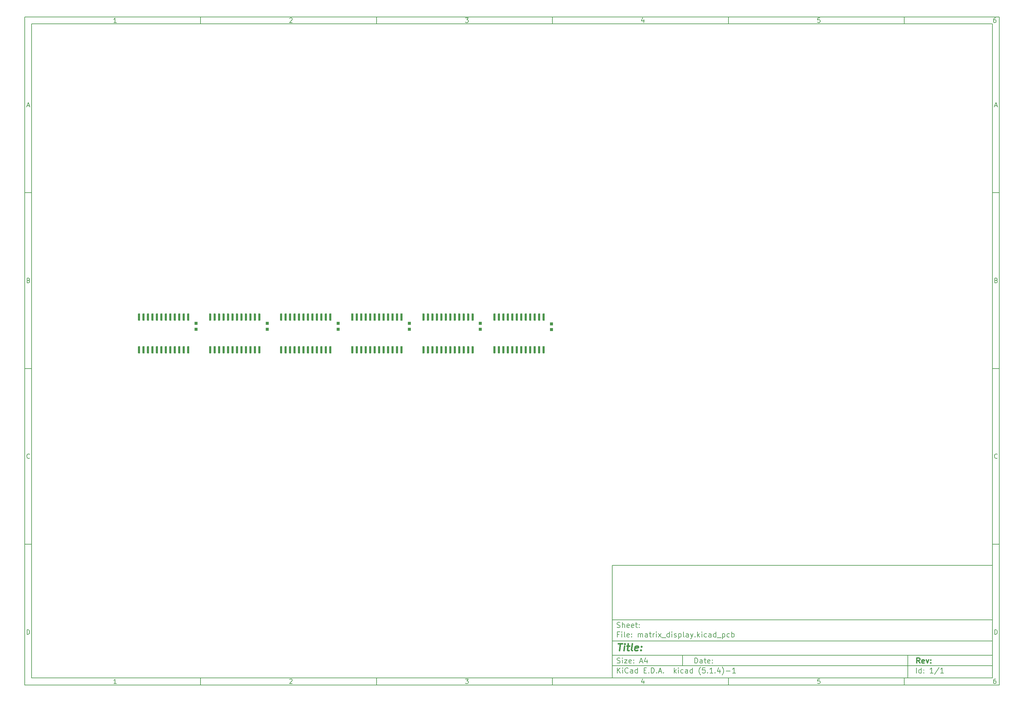
<source format=gtp>
G04 #@! TF.GenerationSoftware,KiCad,Pcbnew,(5.1.4)-1*
G04 #@! TF.CreationDate,2019-10-28T14:50:51+08:00*
G04 #@! TF.ProjectId,matrix_display,6d617472-6978-45f6-9469-73706c61792e,rev?*
G04 #@! TF.SameCoordinates,Original*
G04 #@! TF.FileFunction,Paste,Top*
G04 #@! TF.FilePolarity,Positive*
%FSLAX46Y46*%
G04 Gerber Fmt 4.6, Leading zero omitted, Abs format (unit mm)*
G04 Created by KiCad (PCBNEW (5.1.4)-1) date 2019-10-28 14:50:51*
%MOMM*%
%LPD*%
G04 APERTURE LIST*
%ADD10C,0.150000*%
%ADD11C,0.300000*%
%ADD12C,0.400000*%
%ADD13C,0.600000*%
%ADD14R,0.920000X0.965000*%
G04 APERTURE END LIST*
D10*
X177002200Y-166007200D02*
X177002200Y-198007200D01*
X285002200Y-198007200D01*
X285002200Y-166007200D01*
X177002200Y-166007200D01*
X10000000Y-10000000D02*
X10000000Y-200007200D01*
X287002200Y-200007200D01*
X287002200Y-10000000D01*
X10000000Y-10000000D01*
X12000000Y-12000000D02*
X12000000Y-198007200D01*
X285002200Y-198007200D01*
X285002200Y-12000000D01*
X12000000Y-12000000D01*
X60000000Y-12000000D02*
X60000000Y-10000000D01*
X110000000Y-12000000D02*
X110000000Y-10000000D01*
X160000000Y-12000000D02*
X160000000Y-10000000D01*
X210000000Y-12000000D02*
X210000000Y-10000000D01*
X260000000Y-12000000D02*
X260000000Y-10000000D01*
X36065476Y-11588095D02*
X35322619Y-11588095D01*
X35694047Y-11588095D02*
X35694047Y-10288095D01*
X35570238Y-10473809D01*
X35446428Y-10597619D01*
X35322619Y-10659523D01*
X85322619Y-10411904D02*
X85384523Y-10350000D01*
X85508333Y-10288095D01*
X85817857Y-10288095D01*
X85941666Y-10350000D01*
X86003571Y-10411904D01*
X86065476Y-10535714D01*
X86065476Y-10659523D01*
X86003571Y-10845238D01*
X85260714Y-11588095D01*
X86065476Y-11588095D01*
X135260714Y-10288095D02*
X136065476Y-10288095D01*
X135632142Y-10783333D01*
X135817857Y-10783333D01*
X135941666Y-10845238D01*
X136003571Y-10907142D01*
X136065476Y-11030952D01*
X136065476Y-11340476D01*
X136003571Y-11464285D01*
X135941666Y-11526190D01*
X135817857Y-11588095D01*
X135446428Y-11588095D01*
X135322619Y-11526190D01*
X135260714Y-11464285D01*
X185941666Y-10721428D02*
X185941666Y-11588095D01*
X185632142Y-10226190D02*
X185322619Y-11154761D01*
X186127380Y-11154761D01*
X236003571Y-10288095D02*
X235384523Y-10288095D01*
X235322619Y-10907142D01*
X235384523Y-10845238D01*
X235508333Y-10783333D01*
X235817857Y-10783333D01*
X235941666Y-10845238D01*
X236003571Y-10907142D01*
X236065476Y-11030952D01*
X236065476Y-11340476D01*
X236003571Y-11464285D01*
X235941666Y-11526190D01*
X235817857Y-11588095D01*
X235508333Y-11588095D01*
X235384523Y-11526190D01*
X235322619Y-11464285D01*
X285941666Y-10288095D02*
X285694047Y-10288095D01*
X285570238Y-10350000D01*
X285508333Y-10411904D01*
X285384523Y-10597619D01*
X285322619Y-10845238D01*
X285322619Y-11340476D01*
X285384523Y-11464285D01*
X285446428Y-11526190D01*
X285570238Y-11588095D01*
X285817857Y-11588095D01*
X285941666Y-11526190D01*
X286003571Y-11464285D01*
X286065476Y-11340476D01*
X286065476Y-11030952D01*
X286003571Y-10907142D01*
X285941666Y-10845238D01*
X285817857Y-10783333D01*
X285570238Y-10783333D01*
X285446428Y-10845238D01*
X285384523Y-10907142D01*
X285322619Y-11030952D01*
X60000000Y-198007200D02*
X60000000Y-200007200D01*
X110000000Y-198007200D02*
X110000000Y-200007200D01*
X160000000Y-198007200D02*
X160000000Y-200007200D01*
X210000000Y-198007200D02*
X210000000Y-200007200D01*
X260000000Y-198007200D02*
X260000000Y-200007200D01*
X36065476Y-199595295D02*
X35322619Y-199595295D01*
X35694047Y-199595295D02*
X35694047Y-198295295D01*
X35570238Y-198481009D01*
X35446428Y-198604819D01*
X35322619Y-198666723D01*
X85322619Y-198419104D02*
X85384523Y-198357200D01*
X85508333Y-198295295D01*
X85817857Y-198295295D01*
X85941666Y-198357200D01*
X86003571Y-198419104D01*
X86065476Y-198542914D01*
X86065476Y-198666723D01*
X86003571Y-198852438D01*
X85260714Y-199595295D01*
X86065476Y-199595295D01*
X135260714Y-198295295D02*
X136065476Y-198295295D01*
X135632142Y-198790533D01*
X135817857Y-198790533D01*
X135941666Y-198852438D01*
X136003571Y-198914342D01*
X136065476Y-199038152D01*
X136065476Y-199347676D01*
X136003571Y-199471485D01*
X135941666Y-199533390D01*
X135817857Y-199595295D01*
X135446428Y-199595295D01*
X135322619Y-199533390D01*
X135260714Y-199471485D01*
X185941666Y-198728628D02*
X185941666Y-199595295D01*
X185632142Y-198233390D02*
X185322619Y-199161961D01*
X186127380Y-199161961D01*
X236003571Y-198295295D02*
X235384523Y-198295295D01*
X235322619Y-198914342D01*
X235384523Y-198852438D01*
X235508333Y-198790533D01*
X235817857Y-198790533D01*
X235941666Y-198852438D01*
X236003571Y-198914342D01*
X236065476Y-199038152D01*
X236065476Y-199347676D01*
X236003571Y-199471485D01*
X235941666Y-199533390D01*
X235817857Y-199595295D01*
X235508333Y-199595295D01*
X235384523Y-199533390D01*
X235322619Y-199471485D01*
X285941666Y-198295295D02*
X285694047Y-198295295D01*
X285570238Y-198357200D01*
X285508333Y-198419104D01*
X285384523Y-198604819D01*
X285322619Y-198852438D01*
X285322619Y-199347676D01*
X285384523Y-199471485D01*
X285446428Y-199533390D01*
X285570238Y-199595295D01*
X285817857Y-199595295D01*
X285941666Y-199533390D01*
X286003571Y-199471485D01*
X286065476Y-199347676D01*
X286065476Y-199038152D01*
X286003571Y-198914342D01*
X285941666Y-198852438D01*
X285817857Y-198790533D01*
X285570238Y-198790533D01*
X285446428Y-198852438D01*
X285384523Y-198914342D01*
X285322619Y-199038152D01*
X10000000Y-60000000D02*
X12000000Y-60000000D01*
X10000000Y-110000000D02*
X12000000Y-110000000D01*
X10000000Y-160000000D02*
X12000000Y-160000000D01*
X10690476Y-35216666D02*
X11309523Y-35216666D01*
X10566666Y-35588095D02*
X11000000Y-34288095D01*
X11433333Y-35588095D01*
X11092857Y-84907142D02*
X11278571Y-84969047D01*
X11340476Y-85030952D01*
X11402380Y-85154761D01*
X11402380Y-85340476D01*
X11340476Y-85464285D01*
X11278571Y-85526190D01*
X11154761Y-85588095D01*
X10659523Y-85588095D01*
X10659523Y-84288095D01*
X11092857Y-84288095D01*
X11216666Y-84350000D01*
X11278571Y-84411904D01*
X11340476Y-84535714D01*
X11340476Y-84659523D01*
X11278571Y-84783333D01*
X11216666Y-84845238D01*
X11092857Y-84907142D01*
X10659523Y-84907142D01*
X11402380Y-135464285D02*
X11340476Y-135526190D01*
X11154761Y-135588095D01*
X11030952Y-135588095D01*
X10845238Y-135526190D01*
X10721428Y-135402380D01*
X10659523Y-135278571D01*
X10597619Y-135030952D01*
X10597619Y-134845238D01*
X10659523Y-134597619D01*
X10721428Y-134473809D01*
X10845238Y-134350000D01*
X11030952Y-134288095D01*
X11154761Y-134288095D01*
X11340476Y-134350000D01*
X11402380Y-134411904D01*
X10659523Y-185588095D02*
X10659523Y-184288095D01*
X10969047Y-184288095D01*
X11154761Y-184350000D01*
X11278571Y-184473809D01*
X11340476Y-184597619D01*
X11402380Y-184845238D01*
X11402380Y-185030952D01*
X11340476Y-185278571D01*
X11278571Y-185402380D01*
X11154761Y-185526190D01*
X10969047Y-185588095D01*
X10659523Y-185588095D01*
X287002200Y-60000000D02*
X285002200Y-60000000D01*
X287002200Y-110000000D02*
X285002200Y-110000000D01*
X287002200Y-160000000D02*
X285002200Y-160000000D01*
X285692676Y-35216666D02*
X286311723Y-35216666D01*
X285568866Y-35588095D02*
X286002200Y-34288095D01*
X286435533Y-35588095D01*
X286095057Y-84907142D02*
X286280771Y-84969047D01*
X286342676Y-85030952D01*
X286404580Y-85154761D01*
X286404580Y-85340476D01*
X286342676Y-85464285D01*
X286280771Y-85526190D01*
X286156961Y-85588095D01*
X285661723Y-85588095D01*
X285661723Y-84288095D01*
X286095057Y-84288095D01*
X286218866Y-84350000D01*
X286280771Y-84411904D01*
X286342676Y-84535714D01*
X286342676Y-84659523D01*
X286280771Y-84783333D01*
X286218866Y-84845238D01*
X286095057Y-84907142D01*
X285661723Y-84907142D01*
X286404580Y-135464285D02*
X286342676Y-135526190D01*
X286156961Y-135588095D01*
X286033152Y-135588095D01*
X285847438Y-135526190D01*
X285723628Y-135402380D01*
X285661723Y-135278571D01*
X285599819Y-135030952D01*
X285599819Y-134845238D01*
X285661723Y-134597619D01*
X285723628Y-134473809D01*
X285847438Y-134350000D01*
X286033152Y-134288095D01*
X286156961Y-134288095D01*
X286342676Y-134350000D01*
X286404580Y-134411904D01*
X285661723Y-185588095D02*
X285661723Y-184288095D01*
X285971247Y-184288095D01*
X286156961Y-184350000D01*
X286280771Y-184473809D01*
X286342676Y-184597619D01*
X286404580Y-184845238D01*
X286404580Y-185030952D01*
X286342676Y-185278571D01*
X286280771Y-185402380D01*
X286156961Y-185526190D01*
X285971247Y-185588095D01*
X285661723Y-185588095D01*
X200434342Y-193785771D02*
X200434342Y-192285771D01*
X200791485Y-192285771D01*
X201005771Y-192357200D01*
X201148628Y-192500057D01*
X201220057Y-192642914D01*
X201291485Y-192928628D01*
X201291485Y-193142914D01*
X201220057Y-193428628D01*
X201148628Y-193571485D01*
X201005771Y-193714342D01*
X200791485Y-193785771D01*
X200434342Y-193785771D01*
X202577200Y-193785771D02*
X202577200Y-193000057D01*
X202505771Y-192857200D01*
X202362914Y-192785771D01*
X202077200Y-192785771D01*
X201934342Y-192857200D01*
X202577200Y-193714342D02*
X202434342Y-193785771D01*
X202077200Y-193785771D01*
X201934342Y-193714342D01*
X201862914Y-193571485D01*
X201862914Y-193428628D01*
X201934342Y-193285771D01*
X202077200Y-193214342D01*
X202434342Y-193214342D01*
X202577200Y-193142914D01*
X203077200Y-192785771D02*
X203648628Y-192785771D01*
X203291485Y-192285771D02*
X203291485Y-193571485D01*
X203362914Y-193714342D01*
X203505771Y-193785771D01*
X203648628Y-193785771D01*
X204720057Y-193714342D02*
X204577200Y-193785771D01*
X204291485Y-193785771D01*
X204148628Y-193714342D01*
X204077200Y-193571485D01*
X204077200Y-193000057D01*
X204148628Y-192857200D01*
X204291485Y-192785771D01*
X204577200Y-192785771D01*
X204720057Y-192857200D01*
X204791485Y-193000057D01*
X204791485Y-193142914D01*
X204077200Y-193285771D01*
X205434342Y-193642914D02*
X205505771Y-193714342D01*
X205434342Y-193785771D01*
X205362914Y-193714342D01*
X205434342Y-193642914D01*
X205434342Y-193785771D01*
X205434342Y-192857200D02*
X205505771Y-192928628D01*
X205434342Y-193000057D01*
X205362914Y-192928628D01*
X205434342Y-192857200D01*
X205434342Y-193000057D01*
X177002200Y-194507200D02*
X285002200Y-194507200D01*
X178434342Y-196585771D02*
X178434342Y-195085771D01*
X179291485Y-196585771D02*
X178648628Y-195728628D01*
X179291485Y-195085771D02*
X178434342Y-195942914D01*
X179934342Y-196585771D02*
X179934342Y-195585771D01*
X179934342Y-195085771D02*
X179862914Y-195157200D01*
X179934342Y-195228628D01*
X180005771Y-195157200D01*
X179934342Y-195085771D01*
X179934342Y-195228628D01*
X181505771Y-196442914D02*
X181434342Y-196514342D01*
X181220057Y-196585771D01*
X181077200Y-196585771D01*
X180862914Y-196514342D01*
X180720057Y-196371485D01*
X180648628Y-196228628D01*
X180577200Y-195942914D01*
X180577200Y-195728628D01*
X180648628Y-195442914D01*
X180720057Y-195300057D01*
X180862914Y-195157200D01*
X181077200Y-195085771D01*
X181220057Y-195085771D01*
X181434342Y-195157200D01*
X181505771Y-195228628D01*
X182791485Y-196585771D02*
X182791485Y-195800057D01*
X182720057Y-195657200D01*
X182577200Y-195585771D01*
X182291485Y-195585771D01*
X182148628Y-195657200D01*
X182791485Y-196514342D02*
X182648628Y-196585771D01*
X182291485Y-196585771D01*
X182148628Y-196514342D01*
X182077200Y-196371485D01*
X182077200Y-196228628D01*
X182148628Y-196085771D01*
X182291485Y-196014342D01*
X182648628Y-196014342D01*
X182791485Y-195942914D01*
X184148628Y-196585771D02*
X184148628Y-195085771D01*
X184148628Y-196514342D02*
X184005771Y-196585771D01*
X183720057Y-196585771D01*
X183577200Y-196514342D01*
X183505771Y-196442914D01*
X183434342Y-196300057D01*
X183434342Y-195871485D01*
X183505771Y-195728628D01*
X183577200Y-195657200D01*
X183720057Y-195585771D01*
X184005771Y-195585771D01*
X184148628Y-195657200D01*
X186005771Y-195800057D02*
X186505771Y-195800057D01*
X186720057Y-196585771D02*
X186005771Y-196585771D01*
X186005771Y-195085771D01*
X186720057Y-195085771D01*
X187362914Y-196442914D02*
X187434342Y-196514342D01*
X187362914Y-196585771D01*
X187291485Y-196514342D01*
X187362914Y-196442914D01*
X187362914Y-196585771D01*
X188077200Y-196585771D02*
X188077200Y-195085771D01*
X188434342Y-195085771D01*
X188648628Y-195157200D01*
X188791485Y-195300057D01*
X188862914Y-195442914D01*
X188934342Y-195728628D01*
X188934342Y-195942914D01*
X188862914Y-196228628D01*
X188791485Y-196371485D01*
X188648628Y-196514342D01*
X188434342Y-196585771D01*
X188077200Y-196585771D01*
X189577200Y-196442914D02*
X189648628Y-196514342D01*
X189577200Y-196585771D01*
X189505771Y-196514342D01*
X189577200Y-196442914D01*
X189577200Y-196585771D01*
X190220057Y-196157200D02*
X190934342Y-196157200D01*
X190077200Y-196585771D02*
X190577200Y-195085771D01*
X191077200Y-196585771D01*
X191577200Y-196442914D02*
X191648628Y-196514342D01*
X191577200Y-196585771D01*
X191505771Y-196514342D01*
X191577200Y-196442914D01*
X191577200Y-196585771D01*
X194577200Y-196585771D02*
X194577200Y-195085771D01*
X194720057Y-196014342D02*
X195148628Y-196585771D01*
X195148628Y-195585771D02*
X194577200Y-196157200D01*
X195791485Y-196585771D02*
X195791485Y-195585771D01*
X195791485Y-195085771D02*
X195720057Y-195157200D01*
X195791485Y-195228628D01*
X195862914Y-195157200D01*
X195791485Y-195085771D01*
X195791485Y-195228628D01*
X197148628Y-196514342D02*
X197005771Y-196585771D01*
X196720057Y-196585771D01*
X196577200Y-196514342D01*
X196505771Y-196442914D01*
X196434342Y-196300057D01*
X196434342Y-195871485D01*
X196505771Y-195728628D01*
X196577200Y-195657200D01*
X196720057Y-195585771D01*
X197005771Y-195585771D01*
X197148628Y-195657200D01*
X198434342Y-196585771D02*
X198434342Y-195800057D01*
X198362914Y-195657200D01*
X198220057Y-195585771D01*
X197934342Y-195585771D01*
X197791485Y-195657200D01*
X198434342Y-196514342D02*
X198291485Y-196585771D01*
X197934342Y-196585771D01*
X197791485Y-196514342D01*
X197720057Y-196371485D01*
X197720057Y-196228628D01*
X197791485Y-196085771D01*
X197934342Y-196014342D01*
X198291485Y-196014342D01*
X198434342Y-195942914D01*
X199791485Y-196585771D02*
X199791485Y-195085771D01*
X199791485Y-196514342D02*
X199648628Y-196585771D01*
X199362914Y-196585771D01*
X199220057Y-196514342D01*
X199148628Y-196442914D01*
X199077200Y-196300057D01*
X199077200Y-195871485D01*
X199148628Y-195728628D01*
X199220057Y-195657200D01*
X199362914Y-195585771D01*
X199648628Y-195585771D01*
X199791485Y-195657200D01*
X202077200Y-197157200D02*
X202005771Y-197085771D01*
X201862914Y-196871485D01*
X201791485Y-196728628D01*
X201720057Y-196514342D01*
X201648628Y-196157200D01*
X201648628Y-195871485D01*
X201720057Y-195514342D01*
X201791485Y-195300057D01*
X201862914Y-195157200D01*
X202005771Y-194942914D01*
X202077200Y-194871485D01*
X203362914Y-195085771D02*
X202648628Y-195085771D01*
X202577200Y-195800057D01*
X202648628Y-195728628D01*
X202791485Y-195657200D01*
X203148628Y-195657200D01*
X203291485Y-195728628D01*
X203362914Y-195800057D01*
X203434342Y-195942914D01*
X203434342Y-196300057D01*
X203362914Y-196442914D01*
X203291485Y-196514342D01*
X203148628Y-196585771D01*
X202791485Y-196585771D01*
X202648628Y-196514342D01*
X202577200Y-196442914D01*
X204077200Y-196442914D02*
X204148628Y-196514342D01*
X204077200Y-196585771D01*
X204005771Y-196514342D01*
X204077200Y-196442914D01*
X204077200Y-196585771D01*
X205577200Y-196585771D02*
X204720057Y-196585771D01*
X205148628Y-196585771D02*
X205148628Y-195085771D01*
X205005771Y-195300057D01*
X204862914Y-195442914D01*
X204720057Y-195514342D01*
X206220057Y-196442914D02*
X206291485Y-196514342D01*
X206220057Y-196585771D01*
X206148628Y-196514342D01*
X206220057Y-196442914D01*
X206220057Y-196585771D01*
X207577200Y-195585771D02*
X207577200Y-196585771D01*
X207220057Y-195014342D02*
X206862914Y-196085771D01*
X207791485Y-196085771D01*
X208220057Y-197157200D02*
X208291485Y-197085771D01*
X208434342Y-196871485D01*
X208505771Y-196728628D01*
X208577200Y-196514342D01*
X208648628Y-196157200D01*
X208648628Y-195871485D01*
X208577200Y-195514342D01*
X208505771Y-195300057D01*
X208434342Y-195157200D01*
X208291485Y-194942914D01*
X208220057Y-194871485D01*
X209362914Y-196014342D02*
X210505771Y-196014342D01*
X212005771Y-196585771D02*
X211148628Y-196585771D01*
X211577200Y-196585771D02*
X211577200Y-195085771D01*
X211434342Y-195300057D01*
X211291485Y-195442914D01*
X211148628Y-195514342D01*
X177002200Y-191507200D02*
X285002200Y-191507200D01*
D11*
X264411485Y-193785771D02*
X263911485Y-193071485D01*
X263554342Y-193785771D02*
X263554342Y-192285771D01*
X264125771Y-192285771D01*
X264268628Y-192357200D01*
X264340057Y-192428628D01*
X264411485Y-192571485D01*
X264411485Y-192785771D01*
X264340057Y-192928628D01*
X264268628Y-193000057D01*
X264125771Y-193071485D01*
X263554342Y-193071485D01*
X265625771Y-193714342D02*
X265482914Y-193785771D01*
X265197200Y-193785771D01*
X265054342Y-193714342D01*
X264982914Y-193571485D01*
X264982914Y-193000057D01*
X265054342Y-192857200D01*
X265197200Y-192785771D01*
X265482914Y-192785771D01*
X265625771Y-192857200D01*
X265697200Y-193000057D01*
X265697200Y-193142914D01*
X264982914Y-193285771D01*
X266197200Y-192785771D02*
X266554342Y-193785771D01*
X266911485Y-192785771D01*
X267482914Y-193642914D02*
X267554342Y-193714342D01*
X267482914Y-193785771D01*
X267411485Y-193714342D01*
X267482914Y-193642914D01*
X267482914Y-193785771D01*
X267482914Y-192857200D02*
X267554342Y-192928628D01*
X267482914Y-193000057D01*
X267411485Y-192928628D01*
X267482914Y-192857200D01*
X267482914Y-193000057D01*
D10*
X178362914Y-193714342D02*
X178577200Y-193785771D01*
X178934342Y-193785771D01*
X179077200Y-193714342D01*
X179148628Y-193642914D01*
X179220057Y-193500057D01*
X179220057Y-193357200D01*
X179148628Y-193214342D01*
X179077200Y-193142914D01*
X178934342Y-193071485D01*
X178648628Y-193000057D01*
X178505771Y-192928628D01*
X178434342Y-192857200D01*
X178362914Y-192714342D01*
X178362914Y-192571485D01*
X178434342Y-192428628D01*
X178505771Y-192357200D01*
X178648628Y-192285771D01*
X179005771Y-192285771D01*
X179220057Y-192357200D01*
X179862914Y-193785771D02*
X179862914Y-192785771D01*
X179862914Y-192285771D02*
X179791485Y-192357200D01*
X179862914Y-192428628D01*
X179934342Y-192357200D01*
X179862914Y-192285771D01*
X179862914Y-192428628D01*
X180434342Y-192785771D02*
X181220057Y-192785771D01*
X180434342Y-193785771D01*
X181220057Y-193785771D01*
X182362914Y-193714342D02*
X182220057Y-193785771D01*
X181934342Y-193785771D01*
X181791485Y-193714342D01*
X181720057Y-193571485D01*
X181720057Y-193000057D01*
X181791485Y-192857200D01*
X181934342Y-192785771D01*
X182220057Y-192785771D01*
X182362914Y-192857200D01*
X182434342Y-193000057D01*
X182434342Y-193142914D01*
X181720057Y-193285771D01*
X183077200Y-193642914D02*
X183148628Y-193714342D01*
X183077200Y-193785771D01*
X183005771Y-193714342D01*
X183077200Y-193642914D01*
X183077200Y-193785771D01*
X183077200Y-192857200D02*
X183148628Y-192928628D01*
X183077200Y-193000057D01*
X183005771Y-192928628D01*
X183077200Y-192857200D01*
X183077200Y-193000057D01*
X184862914Y-193357200D02*
X185577200Y-193357200D01*
X184720057Y-193785771D02*
X185220057Y-192285771D01*
X185720057Y-193785771D01*
X186862914Y-192785771D02*
X186862914Y-193785771D01*
X186505771Y-192214342D02*
X186148628Y-193285771D01*
X187077200Y-193285771D01*
X263434342Y-196585771D02*
X263434342Y-195085771D01*
X264791485Y-196585771D02*
X264791485Y-195085771D01*
X264791485Y-196514342D02*
X264648628Y-196585771D01*
X264362914Y-196585771D01*
X264220057Y-196514342D01*
X264148628Y-196442914D01*
X264077200Y-196300057D01*
X264077200Y-195871485D01*
X264148628Y-195728628D01*
X264220057Y-195657200D01*
X264362914Y-195585771D01*
X264648628Y-195585771D01*
X264791485Y-195657200D01*
X265505771Y-196442914D02*
X265577200Y-196514342D01*
X265505771Y-196585771D01*
X265434342Y-196514342D01*
X265505771Y-196442914D01*
X265505771Y-196585771D01*
X265505771Y-195657200D02*
X265577200Y-195728628D01*
X265505771Y-195800057D01*
X265434342Y-195728628D01*
X265505771Y-195657200D01*
X265505771Y-195800057D01*
X268148628Y-196585771D02*
X267291485Y-196585771D01*
X267720057Y-196585771D02*
X267720057Y-195085771D01*
X267577200Y-195300057D01*
X267434342Y-195442914D01*
X267291485Y-195514342D01*
X269862914Y-195014342D02*
X268577200Y-196942914D01*
X271148628Y-196585771D02*
X270291485Y-196585771D01*
X270720057Y-196585771D02*
X270720057Y-195085771D01*
X270577200Y-195300057D01*
X270434342Y-195442914D01*
X270291485Y-195514342D01*
X177002200Y-187507200D02*
X285002200Y-187507200D01*
D12*
X178714580Y-188211961D02*
X179857438Y-188211961D01*
X179036009Y-190211961D02*
X179286009Y-188211961D01*
X180274104Y-190211961D02*
X180440771Y-188878628D01*
X180524104Y-188211961D02*
X180416961Y-188307200D01*
X180500295Y-188402438D01*
X180607438Y-188307200D01*
X180524104Y-188211961D01*
X180500295Y-188402438D01*
X181107438Y-188878628D02*
X181869342Y-188878628D01*
X181476485Y-188211961D02*
X181262200Y-189926247D01*
X181333628Y-190116723D01*
X181512200Y-190211961D01*
X181702676Y-190211961D01*
X182655057Y-190211961D02*
X182476485Y-190116723D01*
X182405057Y-189926247D01*
X182619342Y-188211961D01*
X184190771Y-190116723D02*
X183988390Y-190211961D01*
X183607438Y-190211961D01*
X183428866Y-190116723D01*
X183357438Y-189926247D01*
X183452676Y-189164342D01*
X183571723Y-188973866D01*
X183774104Y-188878628D01*
X184155057Y-188878628D01*
X184333628Y-188973866D01*
X184405057Y-189164342D01*
X184381247Y-189354819D01*
X183405057Y-189545295D01*
X185155057Y-190021485D02*
X185238390Y-190116723D01*
X185131247Y-190211961D01*
X185047914Y-190116723D01*
X185155057Y-190021485D01*
X185131247Y-190211961D01*
X185286009Y-188973866D02*
X185369342Y-189069104D01*
X185262200Y-189164342D01*
X185178866Y-189069104D01*
X185286009Y-188973866D01*
X185262200Y-189164342D01*
D10*
X178934342Y-185600057D02*
X178434342Y-185600057D01*
X178434342Y-186385771D02*
X178434342Y-184885771D01*
X179148628Y-184885771D01*
X179720057Y-186385771D02*
X179720057Y-185385771D01*
X179720057Y-184885771D02*
X179648628Y-184957200D01*
X179720057Y-185028628D01*
X179791485Y-184957200D01*
X179720057Y-184885771D01*
X179720057Y-185028628D01*
X180648628Y-186385771D02*
X180505771Y-186314342D01*
X180434342Y-186171485D01*
X180434342Y-184885771D01*
X181791485Y-186314342D02*
X181648628Y-186385771D01*
X181362914Y-186385771D01*
X181220057Y-186314342D01*
X181148628Y-186171485D01*
X181148628Y-185600057D01*
X181220057Y-185457200D01*
X181362914Y-185385771D01*
X181648628Y-185385771D01*
X181791485Y-185457200D01*
X181862914Y-185600057D01*
X181862914Y-185742914D01*
X181148628Y-185885771D01*
X182505771Y-186242914D02*
X182577200Y-186314342D01*
X182505771Y-186385771D01*
X182434342Y-186314342D01*
X182505771Y-186242914D01*
X182505771Y-186385771D01*
X182505771Y-185457200D02*
X182577200Y-185528628D01*
X182505771Y-185600057D01*
X182434342Y-185528628D01*
X182505771Y-185457200D01*
X182505771Y-185600057D01*
X184362914Y-186385771D02*
X184362914Y-185385771D01*
X184362914Y-185528628D02*
X184434342Y-185457200D01*
X184577200Y-185385771D01*
X184791485Y-185385771D01*
X184934342Y-185457200D01*
X185005771Y-185600057D01*
X185005771Y-186385771D01*
X185005771Y-185600057D02*
X185077200Y-185457200D01*
X185220057Y-185385771D01*
X185434342Y-185385771D01*
X185577200Y-185457200D01*
X185648628Y-185600057D01*
X185648628Y-186385771D01*
X187005771Y-186385771D02*
X187005771Y-185600057D01*
X186934342Y-185457200D01*
X186791485Y-185385771D01*
X186505771Y-185385771D01*
X186362914Y-185457200D01*
X187005771Y-186314342D02*
X186862914Y-186385771D01*
X186505771Y-186385771D01*
X186362914Y-186314342D01*
X186291485Y-186171485D01*
X186291485Y-186028628D01*
X186362914Y-185885771D01*
X186505771Y-185814342D01*
X186862914Y-185814342D01*
X187005771Y-185742914D01*
X187505771Y-185385771D02*
X188077200Y-185385771D01*
X187720057Y-184885771D02*
X187720057Y-186171485D01*
X187791485Y-186314342D01*
X187934342Y-186385771D01*
X188077200Y-186385771D01*
X188577200Y-186385771D02*
X188577200Y-185385771D01*
X188577200Y-185671485D02*
X188648628Y-185528628D01*
X188720057Y-185457200D01*
X188862914Y-185385771D01*
X189005771Y-185385771D01*
X189505771Y-186385771D02*
X189505771Y-185385771D01*
X189505771Y-184885771D02*
X189434342Y-184957200D01*
X189505771Y-185028628D01*
X189577200Y-184957200D01*
X189505771Y-184885771D01*
X189505771Y-185028628D01*
X190077200Y-186385771D02*
X190862914Y-185385771D01*
X190077200Y-185385771D02*
X190862914Y-186385771D01*
X191077200Y-186528628D02*
X192220057Y-186528628D01*
X193220057Y-186385771D02*
X193220057Y-184885771D01*
X193220057Y-186314342D02*
X193077200Y-186385771D01*
X192791485Y-186385771D01*
X192648628Y-186314342D01*
X192577200Y-186242914D01*
X192505771Y-186100057D01*
X192505771Y-185671485D01*
X192577200Y-185528628D01*
X192648628Y-185457200D01*
X192791485Y-185385771D01*
X193077200Y-185385771D01*
X193220057Y-185457200D01*
X193934342Y-186385771D02*
X193934342Y-185385771D01*
X193934342Y-184885771D02*
X193862914Y-184957200D01*
X193934342Y-185028628D01*
X194005771Y-184957200D01*
X193934342Y-184885771D01*
X193934342Y-185028628D01*
X194577200Y-186314342D02*
X194720057Y-186385771D01*
X195005771Y-186385771D01*
X195148628Y-186314342D01*
X195220057Y-186171485D01*
X195220057Y-186100057D01*
X195148628Y-185957200D01*
X195005771Y-185885771D01*
X194791485Y-185885771D01*
X194648628Y-185814342D01*
X194577200Y-185671485D01*
X194577200Y-185600057D01*
X194648628Y-185457200D01*
X194791485Y-185385771D01*
X195005771Y-185385771D01*
X195148628Y-185457200D01*
X195862914Y-185385771D02*
X195862914Y-186885771D01*
X195862914Y-185457200D02*
X196005771Y-185385771D01*
X196291485Y-185385771D01*
X196434342Y-185457200D01*
X196505771Y-185528628D01*
X196577200Y-185671485D01*
X196577200Y-186100057D01*
X196505771Y-186242914D01*
X196434342Y-186314342D01*
X196291485Y-186385771D01*
X196005771Y-186385771D01*
X195862914Y-186314342D01*
X197434342Y-186385771D02*
X197291485Y-186314342D01*
X197220057Y-186171485D01*
X197220057Y-184885771D01*
X198648628Y-186385771D02*
X198648628Y-185600057D01*
X198577200Y-185457200D01*
X198434342Y-185385771D01*
X198148628Y-185385771D01*
X198005771Y-185457200D01*
X198648628Y-186314342D02*
X198505771Y-186385771D01*
X198148628Y-186385771D01*
X198005771Y-186314342D01*
X197934342Y-186171485D01*
X197934342Y-186028628D01*
X198005771Y-185885771D01*
X198148628Y-185814342D01*
X198505771Y-185814342D01*
X198648628Y-185742914D01*
X199220057Y-185385771D02*
X199577200Y-186385771D01*
X199934342Y-185385771D02*
X199577200Y-186385771D01*
X199434342Y-186742914D01*
X199362914Y-186814342D01*
X199220057Y-186885771D01*
X200505771Y-186242914D02*
X200577200Y-186314342D01*
X200505771Y-186385771D01*
X200434342Y-186314342D01*
X200505771Y-186242914D01*
X200505771Y-186385771D01*
X201220057Y-186385771D02*
X201220057Y-184885771D01*
X201362914Y-185814342D02*
X201791485Y-186385771D01*
X201791485Y-185385771D02*
X201220057Y-185957200D01*
X202434342Y-186385771D02*
X202434342Y-185385771D01*
X202434342Y-184885771D02*
X202362914Y-184957200D01*
X202434342Y-185028628D01*
X202505771Y-184957200D01*
X202434342Y-184885771D01*
X202434342Y-185028628D01*
X203791485Y-186314342D02*
X203648628Y-186385771D01*
X203362914Y-186385771D01*
X203220057Y-186314342D01*
X203148628Y-186242914D01*
X203077200Y-186100057D01*
X203077200Y-185671485D01*
X203148628Y-185528628D01*
X203220057Y-185457200D01*
X203362914Y-185385771D01*
X203648628Y-185385771D01*
X203791485Y-185457200D01*
X205077200Y-186385771D02*
X205077200Y-185600057D01*
X205005771Y-185457200D01*
X204862914Y-185385771D01*
X204577200Y-185385771D01*
X204434342Y-185457200D01*
X205077200Y-186314342D02*
X204934342Y-186385771D01*
X204577200Y-186385771D01*
X204434342Y-186314342D01*
X204362914Y-186171485D01*
X204362914Y-186028628D01*
X204434342Y-185885771D01*
X204577200Y-185814342D01*
X204934342Y-185814342D01*
X205077200Y-185742914D01*
X206434342Y-186385771D02*
X206434342Y-184885771D01*
X206434342Y-186314342D02*
X206291485Y-186385771D01*
X206005771Y-186385771D01*
X205862914Y-186314342D01*
X205791485Y-186242914D01*
X205720057Y-186100057D01*
X205720057Y-185671485D01*
X205791485Y-185528628D01*
X205862914Y-185457200D01*
X206005771Y-185385771D01*
X206291485Y-185385771D01*
X206434342Y-185457200D01*
X206791485Y-186528628D02*
X207934342Y-186528628D01*
X208291485Y-185385771D02*
X208291485Y-186885771D01*
X208291485Y-185457200D02*
X208434342Y-185385771D01*
X208720057Y-185385771D01*
X208862914Y-185457200D01*
X208934342Y-185528628D01*
X209005771Y-185671485D01*
X209005771Y-186100057D01*
X208934342Y-186242914D01*
X208862914Y-186314342D01*
X208720057Y-186385771D01*
X208434342Y-186385771D01*
X208291485Y-186314342D01*
X210291485Y-186314342D02*
X210148628Y-186385771D01*
X209862914Y-186385771D01*
X209720057Y-186314342D01*
X209648628Y-186242914D01*
X209577200Y-186100057D01*
X209577200Y-185671485D01*
X209648628Y-185528628D01*
X209720057Y-185457200D01*
X209862914Y-185385771D01*
X210148628Y-185385771D01*
X210291485Y-185457200D01*
X210934342Y-186385771D02*
X210934342Y-184885771D01*
X210934342Y-185457200D02*
X211077200Y-185385771D01*
X211362914Y-185385771D01*
X211505771Y-185457200D01*
X211577200Y-185528628D01*
X211648628Y-185671485D01*
X211648628Y-186100057D01*
X211577200Y-186242914D01*
X211505771Y-186314342D01*
X211362914Y-186385771D01*
X211077200Y-186385771D01*
X210934342Y-186314342D01*
X177002200Y-181507200D02*
X285002200Y-181507200D01*
X178362914Y-183614342D02*
X178577200Y-183685771D01*
X178934342Y-183685771D01*
X179077200Y-183614342D01*
X179148628Y-183542914D01*
X179220057Y-183400057D01*
X179220057Y-183257200D01*
X179148628Y-183114342D01*
X179077200Y-183042914D01*
X178934342Y-182971485D01*
X178648628Y-182900057D01*
X178505771Y-182828628D01*
X178434342Y-182757200D01*
X178362914Y-182614342D01*
X178362914Y-182471485D01*
X178434342Y-182328628D01*
X178505771Y-182257200D01*
X178648628Y-182185771D01*
X179005771Y-182185771D01*
X179220057Y-182257200D01*
X179862914Y-183685771D02*
X179862914Y-182185771D01*
X180505771Y-183685771D02*
X180505771Y-182900057D01*
X180434342Y-182757200D01*
X180291485Y-182685771D01*
X180077200Y-182685771D01*
X179934342Y-182757200D01*
X179862914Y-182828628D01*
X181791485Y-183614342D02*
X181648628Y-183685771D01*
X181362914Y-183685771D01*
X181220057Y-183614342D01*
X181148628Y-183471485D01*
X181148628Y-182900057D01*
X181220057Y-182757200D01*
X181362914Y-182685771D01*
X181648628Y-182685771D01*
X181791485Y-182757200D01*
X181862914Y-182900057D01*
X181862914Y-183042914D01*
X181148628Y-183185771D01*
X183077200Y-183614342D02*
X182934342Y-183685771D01*
X182648628Y-183685771D01*
X182505771Y-183614342D01*
X182434342Y-183471485D01*
X182434342Y-182900057D01*
X182505771Y-182757200D01*
X182648628Y-182685771D01*
X182934342Y-182685771D01*
X183077200Y-182757200D01*
X183148628Y-182900057D01*
X183148628Y-183042914D01*
X182434342Y-183185771D01*
X183577200Y-182685771D02*
X184148628Y-182685771D01*
X183791485Y-182185771D02*
X183791485Y-183471485D01*
X183862914Y-183614342D01*
X184005771Y-183685771D01*
X184148628Y-183685771D01*
X184648628Y-183542914D02*
X184720057Y-183614342D01*
X184648628Y-183685771D01*
X184577200Y-183614342D01*
X184648628Y-183542914D01*
X184648628Y-183685771D01*
X184648628Y-182757200D02*
X184720057Y-182828628D01*
X184648628Y-182900057D01*
X184577200Y-182828628D01*
X184648628Y-182757200D01*
X184648628Y-182900057D01*
X197002200Y-191507200D02*
X197002200Y-194507200D01*
X261002200Y-191507200D02*
X261002200Y-198007200D01*
G36*
X62879703Y-94325722D02*
G01*
X62894264Y-94327882D01*
X62908543Y-94331459D01*
X62922403Y-94336418D01*
X62935710Y-94342712D01*
X62948336Y-94350280D01*
X62960159Y-94359048D01*
X62971066Y-94368934D01*
X62980952Y-94379841D01*
X62989720Y-94391664D01*
X62997288Y-94404290D01*
X63003582Y-94417597D01*
X63008541Y-94431457D01*
X63012118Y-94445736D01*
X63014278Y-94460297D01*
X63015000Y-94475000D01*
X63015000Y-96225000D01*
X63014278Y-96239703D01*
X63012118Y-96254264D01*
X63008541Y-96268543D01*
X63003582Y-96282403D01*
X62997288Y-96295710D01*
X62989720Y-96308336D01*
X62980952Y-96320159D01*
X62971066Y-96331066D01*
X62960159Y-96340952D01*
X62948336Y-96349720D01*
X62935710Y-96357288D01*
X62922403Y-96363582D01*
X62908543Y-96368541D01*
X62894264Y-96372118D01*
X62879703Y-96374278D01*
X62865000Y-96375000D01*
X62565000Y-96375000D01*
X62550297Y-96374278D01*
X62535736Y-96372118D01*
X62521457Y-96368541D01*
X62507597Y-96363582D01*
X62494290Y-96357288D01*
X62481664Y-96349720D01*
X62469841Y-96340952D01*
X62458934Y-96331066D01*
X62449048Y-96320159D01*
X62440280Y-96308336D01*
X62432712Y-96295710D01*
X62426418Y-96282403D01*
X62421459Y-96268543D01*
X62417882Y-96254264D01*
X62415722Y-96239703D01*
X62415000Y-96225000D01*
X62415000Y-94475000D01*
X62415722Y-94460297D01*
X62417882Y-94445736D01*
X62421459Y-94431457D01*
X62426418Y-94417597D01*
X62432712Y-94404290D01*
X62440280Y-94391664D01*
X62449048Y-94379841D01*
X62458934Y-94368934D01*
X62469841Y-94359048D01*
X62481664Y-94350280D01*
X62494290Y-94342712D01*
X62507597Y-94336418D01*
X62521457Y-94331459D01*
X62535736Y-94327882D01*
X62550297Y-94325722D01*
X62565000Y-94325000D01*
X62865000Y-94325000D01*
X62879703Y-94325722D01*
X62879703Y-94325722D01*
G37*
D13*
X62715000Y-95350000D03*
D10*
G36*
X64149703Y-94325722D02*
G01*
X64164264Y-94327882D01*
X64178543Y-94331459D01*
X64192403Y-94336418D01*
X64205710Y-94342712D01*
X64218336Y-94350280D01*
X64230159Y-94359048D01*
X64241066Y-94368934D01*
X64250952Y-94379841D01*
X64259720Y-94391664D01*
X64267288Y-94404290D01*
X64273582Y-94417597D01*
X64278541Y-94431457D01*
X64282118Y-94445736D01*
X64284278Y-94460297D01*
X64285000Y-94475000D01*
X64285000Y-96225000D01*
X64284278Y-96239703D01*
X64282118Y-96254264D01*
X64278541Y-96268543D01*
X64273582Y-96282403D01*
X64267288Y-96295710D01*
X64259720Y-96308336D01*
X64250952Y-96320159D01*
X64241066Y-96331066D01*
X64230159Y-96340952D01*
X64218336Y-96349720D01*
X64205710Y-96357288D01*
X64192403Y-96363582D01*
X64178543Y-96368541D01*
X64164264Y-96372118D01*
X64149703Y-96374278D01*
X64135000Y-96375000D01*
X63835000Y-96375000D01*
X63820297Y-96374278D01*
X63805736Y-96372118D01*
X63791457Y-96368541D01*
X63777597Y-96363582D01*
X63764290Y-96357288D01*
X63751664Y-96349720D01*
X63739841Y-96340952D01*
X63728934Y-96331066D01*
X63719048Y-96320159D01*
X63710280Y-96308336D01*
X63702712Y-96295710D01*
X63696418Y-96282403D01*
X63691459Y-96268543D01*
X63687882Y-96254264D01*
X63685722Y-96239703D01*
X63685000Y-96225000D01*
X63685000Y-94475000D01*
X63685722Y-94460297D01*
X63687882Y-94445736D01*
X63691459Y-94431457D01*
X63696418Y-94417597D01*
X63702712Y-94404290D01*
X63710280Y-94391664D01*
X63719048Y-94379841D01*
X63728934Y-94368934D01*
X63739841Y-94359048D01*
X63751664Y-94350280D01*
X63764290Y-94342712D01*
X63777597Y-94336418D01*
X63791457Y-94331459D01*
X63805736Y-94327882D01*
X63820297Y-94325722D01*
X63835000Y-94325000D01*
X64135000Y-94325000D01*
X64149703Y-94325722D01*
X64149703Y-94325722D01*
G37*
D13*
X63985000Y-95350000D03*
D10*
G36*
X65419703Y-94325722D02*
G01*
X65434264Y-94327882D01*
X65448543Y-94331459D01*
X65462403Y-94336418D01*
X65475710Y-94342712D01*
X65488336Y-94350280D01*
X65500159Y-94359048D01*
X65511066Y-94368934D01*
X65520952Y-94379841D01*
X65529720Y-94391664D01*
X65537288Y-94404290D01*
X65543582Y-94417597D01*
X65548541Y-94431457D01*
X65552118Y-94445736D01*
X65554278Y-94460297D01*
X65555000Y-94475000D01*
X65555000Y-96225000D01*
X65554278Y-96239703D01*
X65552118Y-96254264D01*
X65548541Y-96268543D01*
X65543582Y-96282403D01*
X65537288Y-96295710D01*
X65529720Y-96308336D01*
X65520952Y-96320159D01*
X65511066Y-96331066D01*
X65500159Y-96340952D01*
X65488336Y-96349720D01*
X65475710Y-96357288D01*
X65462403Y-96363582D01*
X65448543Y-96368541D01*
X65434264Y-96372118D01*
X65419703Y-96374278D01*
X65405000Y-96375000D01*
X65105000Y-96375000D01*
X65090297Y-96374278D01*
X65075736Y-96372118D01*
X65061457Y-96368541D01*
X65047597Y-96363582D01*
X65034290Y-96357288D01*
X65021664Y-96349720D01*
X65009841Y-96340952D01*
X64998934Y-96331066D01*
X64989048Y-96320159D01*
X64980280Y-96308336D01*
X64972712Y-96295710D01*
X64966418Y-96282403D01*
X64961459Y-96268543D01*
X64957882Y-96254264D01*
X64955722Y-96239703D01*
X64955000Y-96225000D01*
X64955000Y-94475000D01*
X64955722Y-94460297D01*
X64957882Y-94445736D01*
X64961459Y-94431457D01*
X64966418Y-94417597D01*
X64972712Y-94404290D01*
X64980280Y-94391664D01*
X64989048Y-94379841D01*
X64998934Y-94368934D01*
X65009841Y-94359048D01*
X65021664Y-94350280D01*
X65034290Y-94342712D01*
X65047597Y-94336418D01*
X65061457Y-94331459D01*
X65075736Y-94327882D01*
X65090297Y-94325722D01*
X65105000Y-94325000D01*
X65405000Y-94325000D01*
X65419703Y-94325722D01*
X65419703Y-94325722D01*
G37*
D13*
X65255000Y-95350000D03*
D10*
G36*
X66689703Y-94325722D02*
G01*
X66704264Y-94327882D01*
X66718543Y-94331459D01*
X66732403Y-94336418D01*
X66745710Y-94342712D01*
X66758336Y-94350280D01*
X66770159Y-94359048D01*
X66781066Y-94368934D01*
X66790952Y-94379841D01*
X66799720Y-94391664D01*
X66807288Y-94404290D01*
X66813582Y-94417597D01*
X66818541Y-94431457D01*
X66822118Y-94445736D01*
X66824278Y-94460297D01*
X66825000Y-94475000D01*
X66825000Y-96225000D01*
X66824278Y-96239703D01*
X66822118Y-96254264D01*
X66818541Y-96268543D01*
X66813582Y-96282403D01*
X66807288Y-96295710D01*
X66799720Y-96308336D01*
X66790952Y-96320159D01*
X66781066Y-96331066D01*
X66770159Y-96340952D01*
X66758336Y-96349720D01*
X66745710Y-96357288D01*
X66732403Y-96363582D01*
X66718543Y-96368541D01*
X66704264Y-96372118D01*
X66689703Y-96374278D01*
X66675000Y-96375000D01*
X66375000Y-96375000D01*
X66360297Y-96374278D01*
X66345736Y-96372118D01*
X66331457Y-96368541D01*
X66317597Y-96363582D01*
X66304290Y-96357288D01*
X66291664Y-96349720D01*
X66279841Y-96340952D01*
X66268934Y-96331066D01*
X66259048Y-96320159D01*
X66250280Y-96308336D01*
X66242712Y-96295710D01*
X66236418Y-96282403D01*
X66231459Y-96268543D01*
X66227882Y-96254264D01*
X66225722Y-96239703D01*
X66225000Y-96225000D01*
X66225000Y-94475000D01*
X66225722Y-94460297D01*
X66227882Y-94445736D01*
X66231459Y-94431457D01*
X66236418Y-94417597D01*
X66242712Y-94404290D01*
X66250280Y-94391664D01*
X66259048Y-94379841D01*
X66268934Y-94368934D01*
X66279841Y-94359048D01*
X66291664Y-94350280D01*
X66304290Y-94342712D01*
X66317597Y-94336418D01*
X66331457Y-94331459D01*
X66345736Y-94327882D01*
X66360297Y-94325722D01*
X66375000Y-94325000D01*
X66675000Y-94325000D01*
X66689703Y-94325722D01*
X66689703Y-94325722D01*
G37*
D13*
X66525000Y-95350000D03*
D10*
G36*
X67959703Y-94325722D02*
G01*
X67974264Y-94327882D01*
X67988543Y-94331459D01*
X68002403Y-94336418D01*
X68015710Y-94342712D01*
X68028336Y-94350280D01*
X68040159Y-94359048D01*
X68051066Y-94368934D01*
X68060952Y-94379841D01*
X68069720Y-94391664D01*
X68077288Y-94404290D01*
X68083582Y-94417597D01*
X68088541Y-94431457D01*
X68092118Y-94445736D01*
X68094278Y-94460297D01*
X68095000Y-94475000D01*
X68095000Y-96225000D01*
X68094278Y-96239703D01*
X68092118Y-96254264D01*
X68088541Y-96268543D01*
X68083582Y-96282403D01*
X68077288Y-96295710D01*
X68069720Y-96308336D01*
X68060952Y-96320159D01*
X68051066Y-96331066D01*
X68040159Y-96340952D01*
X68028336Y-96349720D01*
X68015710Y-96357288D01*
X68002403Y-96363582D01*
X67988543Y-96368541D01*
X67974264Y-96372118D01*
X67959703Y-96374278D01*
X67945000Y-96375000D01*
X67645000Y-96375000D01*
X67630297Y-96374278D01*
X67615736Y-96372118D01*
X67601457Y-96368541D01*
X67587597Y-96363582D01*
X67574290Y-96357288D01*
X67561664Y-96349720D01*
X67549841Y-96340952D01*
X67538934Y-96331066D01*
X67529048Y-96320159D01*
X67520280Y-96308336D01*
X67512712Y-96295710D01*
X67506418Y-96282403D01*
X67501459Y-96268543D01*
X67497882Y-96254264D01*
X67495722Y-96239703D01*
X67495000Y-96225000D01*
X67495000Y-94475000D01*
X67495722Y-94460297D01*
X67497882Y-94445736D01*
X67501459Y-94431457D01*
X67506418Y-94417597D01*
X67512712Y-94404290D01*
X67520280Y-94391664D01*
X67529048Y-94379841D01*
X67538934Y-94368934D01*
X67549841Y-94359048D01*
X67561664Y-94350280D01*
X67574290Y-94342712D01*
X67587597Y-94336418D01*
X67601457Y-94331459D01*
X67615736Y-94327882D01*
X67630297Y-94325722D01*
X67645000Y-94325000D01*
X67945000Y-94325000D01*
X67959703Y-94325722D01*
X67959703Y-94325722D01*
G37*
D13*
X67795000Y-95350000D03*
D10*
G36*
X69229703Y-94325722D02*
G01*
X69244264Y-94327882D01*
X69258543Y-94331459D01*
X69272403Y-94336418D01*
X69285710Y-94342712D01*
X69298336Y-94350280D01*
X69310159Y-94359048D01*
X69321066Y-94368934D01*
X69330952Y-94379841D01*
X69339720Y-94391664D01*
X69347288Y-94404290D01*
X69353582Y-94417597D01*
X69358541Y-94431457D01*
X69362118Y-94445736D01*
X69364278Y-94460297D01*
X69365000Y-94475000D01*
X69365000Y-96225000D01*
X69364278Y-96239703D01*
X69362118Y-96254264D01*
X69358541Y-96268543D01*
X69353582Y-96282403D01*
X69347288Y-96295710D01*
X69339720Y-96308336D01*
X69330952Y-96320159D01*
X69321066Y-96331066D01*
X69310159Y-96340952D01*
X69298336Y-96349720D01*
X69285710Y-96357288D01*
X69272403Y-96363582D01*
X69258543Y-96368541D01*
X69244264Y-96372118D01*
X69229703Y-96374278D01*
X69215000Y-96375000D01*
X68915000Y-96375000D01*
X68900297Y-96374278D01*
X68885736Y-96372118D01*
X68871457Y-96368541D01*
X68857597Y-96363582D01*
X68844290Y-96357288D01*
X68831664Y-96349720D01*
X68819841Y-96340952D01*
X68808934Y-96331066D01*
X68799048Y-96320159D01*
X68790280Y-96308336D01*
X68782712Y-96295710D01*
X68776418Y-96282403D01*
X68771459Y-96268543D01*
X68767882Y-96254264D01*
X68765722Y-96239703D01*
X68765000Y-96225000D01*
X68765000Y-94475000D01*
X68765722Y-94460297D01*
X68767882Y-94445736D01*
X68771459Y-94431457D01*
X68776418Y-94417597D01*
X68782712Y-94404290D01*
X68790280Y-94391664D01*
X68799048Y-94379841D01*
X68808934Y-94368934D01*
X68819841Y-94359048D01*
X68831664Y-94350280D01*
X68844290Y-94342712D01*
X68857597Y-94336418D01*
X68871457Y-94331459D01*
X68885736Y-94327882D01*
X68900297Y-94325722D01*
X68915000Y-94325000D01*
X69215000Y-94325000D01*
X69229703Y-94325722D01*
X69229703Y-94325722D01*
G37*
D13*
X69065000Y-95350000D03*
D10*
G36*
X70499703Y-94325722D02*
G01*
X70514264Y-94327882D01*
X70528543Y-94331459D01*
X70542403Y-94336418D01*
X70555710Y-94342712D01*
X70568336Y-94350280D01*
X70580159Y-94359048D01*
X70591066Y-94368934D01*
X70600952Y-94379841D01*
X70609720Y-94391664D01*
X70617288Y-94404290D01*
X70623582Y-94417597D01*
X70628541Y-94431457D01*
X70632118Y-94445736D01*
X70634278Y-94460297D01*
X70635000Y-94475000D01*
X70635000Y-96225000D01*
X70634278Y-96239703D01*
X70632118Y-96254264D01*
X70628541Y-96268543D01*
X70623582Y-96282403D01*
X70617288Y-96295710D01*
X70609720Y-96308336D01*
X70600952Y-96320159D01*
X70591066Y-96331066D01*
X70580159Y-96340952D01*
X70568336Y-96349720D01*
X70555710Y-96357288D01*
X70542403Y-96363582D01*
X70528543Y-96368541D01*
X70514264Y-96372118D01*
X70499703Y-96374278D01*
X70485000Y-96375000D01*
X70185000Y-96375000D01*
X70170297Y-96374278D01*
X70155736Y-96372118D01*
X70141457Y-96368541D01*
X70127597Y-96363582D01*
X70114290Y-96357288D01*
X70101664Y-96349720D01*
X70089841Y-96340952D01*
X70078934Y-96331066D01*
X70069048Y-96320159D01*
X70060280Y-96308336D01*
X70052712Y-96295710D01*
X70046418Y-96282403D01*
X70041459Y-96268543D01*
X70037882Y-96254264D01*
X70035722Y-96239703D01*
X70035000Y-96225000D01*
X70035000Y-94475000D01*
X70035722Y-94460297D01*
X70037882Y-94445736D01*
X70041459Y-94431457D01*
X70046418Y-94417597D01*
X70052712Y-94404290D01*
X70060280Y-94391664D01*
X70069048Y-94379841D01*
X70078934Y-94368934D01*
X70089841Y-94359048D01*
X70101664Y-94350280D01*
X70114290Y-94342712D01*
X70127597Y-94336418D01*
X70141457Y-94331459D01*
X70155736Y-94327882D01*
X70170297Y-94325722D01*
X70185000Y-94325000D01*
X70485000Y-94325000D01*
X70499703Y-94325722D01*
X70499703Y-94325722D01*
G37*
D13*
X70335000Y-95350000D03*
D10*
G36*
X71769703Y-94325722D02*
G01*
X71784264Y-94327882D01*
X71798543Y-94331459D01*
X71812403Y-94336418D01*
X71825710Y-94342712D01*
X71838336Y-94350280D01*
X71850159Y-94359048D01*
X71861066Y-94368934D01*
X71870952Y-94379841D01*
X71879720Y-94391664D01*
X71887288Y-94404290D01*
X71893582Y-94417597D01*
X71898541Y-94431457D01*
X71902118Y-94445736D01*
X71904278Y-94460297D01*
X71905000Y-94475000D01*
X71905000Y-96225000D01*
X71904278Y-96239703D01*
X71902118Y-96254264D01*
X71898541Y-96268543D01*
X71893582Y-96282403D01*
X71887288Y-96295710D01*
X71879720Y-96308336D01*
X71870952Y-96320159D01*
X71861066Y-96331066D01*
X71850159Y-96340952D01*
X71838336Y-96349720D01*
X71825710Y-96357288D01*
X71812403Y-96363582D01*
X71798543Y-96368541D01*
X71784264Y-96372118D01*
X71769703Y-96374278D01*
X71755000Y-96375000D01*
X71455000Y-96375000D01*
X71440297Y-96374278D01*
X71425736Y-96372118D01*
X71411457Y-96368541D01*
X71397597Y-96363582D01*
X71384290Y-96357288D01*
X71371664Y-96349720D01*
X71359841Y-96340952D01*
X71348934Y-96331066D01*
X71339048Y-96320159D01*
X71330280Y-96308336D01*
X71322712Y-96295710D01*
X71316418Y-96282403D01*
X71311459Y-96268543D01*
X71307882Y-96254264D01*
X71305722Y-96239703D01*
X71305000Y-96225000D01*
X71305000Y-94475000D01*
X71305722Y-94460297D01*
X71307882Y-94445736D01*
X71311459Y-94431457D01*
X71316418Y-94417597D01*
X71322712Y-94404290D01*
X71330280Y-94391664D01*
X71339048Y-94379841D01*
X71348934Y-94368934D01*
X71359841Y-94359048D01*
X71371664Y-94350280D01*
X71384290Y-94342712D01*
X71397597Y-94336418D01*
X71411457Y-94331459D01*
X71425736Y-94327882D01*
X71440297Y-94325722D01*
X71455000Y-94325000D01*
X71755000Y-94325000D01*
X71769703Y-94325722D01*
X71769703Y-94325722D01*
G37*
D13*
X71605000Y-95350000D03*
D10*
G36*
X73039703Y-94325722D02*
G01*
X73054264Y-94327882D01*
X73068543Y-94331459D01*
X73082403Y-94336418D01*
X73095710Y-94342712D01*
X73108336Y-94350280D01*
X73120159Y-94359048D01*
X73131066Y-94368934D01*
X73140952Y-94379841D01*
X73149720Y-94391664D01*
X73157288Y-94404290D01*
X73163582Y-94417597D01*
X73168541Y-94431457D01*
X73172118Y-94445736D01*
X73174278Y-94460297D01*
X73175000Y-94475000D01*
X73175000Y-96225000D01*
X73174278Y-96239703D01*
X73172118Y-96254264D01*
X73168541Y-96268543D01*
X73163582Y-96282403D01*
X73157288Y-96295710D01*
X73149720Y-96308336D01*
X73140952Y-96320159D01*
X73131066Y-96331066D01*
X73120159Y-96340952D01*
X73108336Y-96349720D01*
X73095710Y-96357288D01*
X73082403Y-96363582D01*
X73068543Y-96368541D01*
X73054264Y-96372118D01*
X73039703Y-96374278D01*
X73025000Y-96375000D01*
X72725000Y-96375000D01*
X72710297Y-96374278D01*
X72695736Y-96372118D01*
X72681457Y-96368541D01*
X72667597Y-96363582D01*
X72654290Y-96357288D01*
X72641664Y-96349720D01*
X72629841Y-96340952D01*
X72618934Y-96331066D01*
X72609048Y-96320159D01*
X72600280Y-96308336D01*
X72592712Y-96295710D01*
X72586418Y-96282403D01*
X72581459Y-96268543D01*
X72577882Y-96254264D01*
X72575722Y-96239703D01*
X72575000Y-96225000D01*
X72575000Y-94475000D01*
X72575722Y-94460297D01*
X72577882Y-94445736D01*
X72581459Y-94431457D01*
X72586418Y-94417597D01*
X72592712Y-94404290D01*
X72600280Y-94391664D01*
X72609048Y-94379841D01*
X72618934Y-94368934D01*
X72629841Y-94359048D01*
X72641664Y-94350280D01*
X72654290Y-94342712D01*
X72667597Y-94336418D01*
X72681457Y-94331459D01*
X72695736Y-94327882D01*
X72710297Y-94325722D01*
X72725000Y-94325000D01*
X73025000Y-94325000D01*
X73039703Y-94325722D01*
X73039703Y-94325722D01*
G37*
D13*
X72875000Y-95350000D03*
D10*
G36*
X74309703Y-94325722D02*
G01*
X74324264Y-94327882D01*
X74338543Y-94331459D01*
X74352403Y-94336418D01*
X74365710Y-94342712D01*
X74378336Y-94350280D01*
X74390159Y-94359048D01*
X74401066Y-94368934D01*
X74410952Y-94379841D01*
X74419720Y-94391664D01*
X74427288Y-94404290D01*
X74433582Y-94417597D01*
X74438541Y-94431457D01*
X74442118Y-94445736D01*
X74444278Y-94460297D01*
X74445000Y-94475000D01*
X74445000Y-96225000D01*
X74444278Y-96239703D01*
X74442118Y-96254264D01*
X74438541Y-96268543D01*
X74433582Y-96282403D01*
X74427288Y-96295710D01*
X74419720Y-96308336D01*
X74410952Y-96320159D01*
X74401066Y-96331066D01*
X74390159Y-96340952D01*
X74378336Y-96349720D01*
X74365710Y-96357288D01*
X74352403Y-96363582D01*
X74338543Y-96368541D01*
X74324264Y-96372118D01*
X74309703Y-96374278D01*
X74295000Y-96375000D01*
X73995000Y-96375000D01*
X73980297Y-96374278D01*
X73965736Y-96372118D01*
X73951457Y-96368541D01*
X73937597Y-96363582D01*
X73924290Y-96357288D01*
X73911664Y-96349720D01*
X73899841Y-96340952D01*
X73888934Y-96331066D01*
X73879048Y-96320159D01*
X73870280Y-96308336D01*
X73862712Y-96295710D01*
X73856418Y-96282403D01*
X73851459Y-96268543D01*
X73847882Y-96254264D01*
X73845722Y-96239703D01*
X73845000Y-96225000D01*
X73845000Y-94475000D01*
X73845722Y-94460297D01*
X73847882Y-94445736D01*
X73851459Y-94431457D01*
X73856418Y-94417597D01*
X73862712Y-94404290D01*
X73870280Y-94391664D01*
X73879048Y-94379841D01*
X73888934Y-94368934D01*
X73899841Y-94359048D01*
X73911664Y-94350280D01*
X73924290Y-94342712D01*
X73937597Y-94336418D01*
X73951457Y-94331459D01*
X73965736Y-94327882D01*
X73980297Y-94325722D01*
X73995000Y-94325000D01*
X74295000Y-94325000D01*
X74309703Y-94325722D01*
X74309703Y-94325722D01*
G37*
D13*
X74145000Y-95350000D03*
D10*
G36*
X75579703Y-94325722D02*
G01*
X75594264Y-94327882D01*
X75608543Y-94331459D01*
X75622403Y-94336418D01*
X75635710Y-94342712D01*
X75648336Y-94350280D01*
X75660159Y-94359048D01*
X75671066Y-94368934D01*
X75680952Y-94379841D01*
X75689720Y-94391664D01*
X75697288Y-94404290D01*
X75703582Y-94417597D01*
X75708541Y-94431457D01*
X75712118Y-94445736D01*
X75714278Y-94460297D01*
X75715000Y-94475000D01*
X75715000Y-96225000D01*
X75714278Y-96239703D01*
X75712118Y-96254264D01*
X75708541Y-96268543D01*
X75703582Y-96282403D01*
X75697288Y-96295710D01*
X75689720Y-96308336D01*
X75680952Y-96320159D01*
X75671066Y-96331066D01*
X75660159Y-96340952D01*
X75648336Y-96349720D01*
X75635710Y-96357288D01*
X75622403Y-96363582D01*
X75608543Y-96368541D01*
X75594264Y-96372118D01*
X75579703Y-96374278D01*
X75565000Y-96375000D01*
X75265000Y-96375000D01*
X75250297Y-96374278D01*
X75235736Y-96372118D01*
X75221457Y-96368541D01*
X75207597Y-96363582D01*
X75194290Y-96357288D01*
X75181664Y-96349720D01*
X75169841Y-96340952D01*
X75158934Y-96331066D01*
X75149048Y-96320159D01*
X75140280Y-96308336D01*
X75132712Y-96295710D01*
X75126418Y-96282403D01*
X75121459Y-96268543D01*
X75117882Y-96254264D01*
X75115722Y-96239703D01*
X75115000Y-96225000D01*
X75115000Y-94475000D01*
X75115722Y-94460297D01*
X75117882Y-94445736D01*
X75121459Y-94431457D01*
X75126418Y-94417597D01*
X75132712Y-94404290D01*
X75140280Y-94391664D01*
X75149048Y-94379841D01*
X75158934Y-94368934D01*
X75169841Y-94359048D01*
X75181664Y-94350280D01*
X75194290Y-94342712D01*
X75207597Y-94336418D01*
X75221457Y-94331459D01*
X75235736Y-94327882D01*
X75250297Y-94325722D01*
X75265000Y-94325000D01*
X75565000Y-94325000D01*
X75579703Y-94325722D01*
X75579703Y-94325722D01*
G37*
D13*
X75415000Y-95350000D03*
D10*
G36*
X76849703Y-94325722D02*
G01*
X76864264Y-94327882D01*
X76878543Y-94331459D01*
X76892403Y-94336418D01*
X76905710Y-94342712D01*
X76918336Y-94350280D01*
X76930159Y-94359048D01*
X76941066Y-94368934D01*
X76950952Y-94379841D01*
X76959720Y-94391664D01*
X76967288Y-94404290D01*
X76973582Y-94417597D01*
X76978541Y-94431457D01*
X76982118Y-94445736D01*
X76984278Y-94460297D01*
X76985000Y-94475000D01*
X76985000Y-96225000D01*
X76984278Y-96239703D01*
X76982118Y-96254264D01*
X76978541Y-96268543D01*
X76973582Y-96282403D01*
X76967288Y-96295710D01*
X76959720Y-96308336D01*
X76950952Y-96320159D01*
X76941066Y-96331066D01*
X76930159Y-96340952D01*
X76918336Y-96349720D01*
X76905710Y-96357288D01*
X76892403Y-96363582D01*
X76878543Y-96368541D01*
X76864264Y-96372118D01*
X76849703Y-96374278D01*
X76835000Y-96375000D01*
X76535000Y-96375000D01*
X76520297Y-96374278D01*
X76505736Y-96372118D01*
X76491457Y-96368541D01*
X76477597Y-96363582D01*
X76464290Y-96357288D01*
X76451664Y-96349720D01*
X76439841Y-96340952D01*
X76428934Y-96331066D01*
X76419048Y-96320159D01*
X76410280Y-96308336D01*
X76402712Y-96295710D01*
X76396418Y-96282403D01*
X76391459Y-96268543D01*
X76387882Y-96254264D01*
X76385722Y-96239703D01*
X76385000Y-96225000D01*
X76385000Y-94475000D01*
X76385722Y-94460297D01*
X76387882Y-94445736D01*
X76391459Y-94431457D01*
X76396418Y-94417597D01*
X76402712Y-94404290D01*
X76410280Y-94391664D01*
X76419048Y-94379841D01*
X76428934Y-94368934D01*
X76439841Y-94359048D01*
X76451664Y-94350280D01*
X76464290Y-94342712D01*
X76477597Y-94336418D01*
X76491457Y-94331459D01*
X76505736Y-94327882D01*
X76520297Y-94325722D01*
X76535000Y-94325000D01*
X76835000Y-94325000D01*
X76849703Y-94325722D01*
X76849703Y-94325722D01*
G37*
D13*
X76685000Y-95350000D03*
D10*
G36*
X76849703Y-103625722D02*
G01*
X76864264Y-103627882D01*
X76878543Y-103631459D01*
X76892403Y-103636418D01*
X76905710Y-103642712D01*
X76918336Y-103650280D01*
X76930159Y-103659048D01*
X76941066Y-103668934D01*
X76950952Y-103679841D01*
X76959720Y-103691664D01*
X76967288Y-103704290D01*
X76973582Y-103717597D01*
X76978541Y-103731457D01*
X76982118Y-103745736D01*
X76984278Y-103760297D01*
X76985000Y-103775000D01*
X76985000Y-105525000D01*
X76984278Y-105539703D01*
X76982118Y-105554264D01*
X76978541Y-105568543D01*
X76973582Y-105582403D01*
X76967288Y-105595710D01*
X76959720Y-105608336D01*
X76950952Y-105620159D01*
X76941066Y-105631066D01*
X76930159Y-105640952D01*
X76918336Y-105649720D01*
X76905710Y-105657288D01*
X76892403Y-105663582D01*
X76878543Y-105668541D01*
X76864264Y-105672118D01*
X76849703Y-105674278D01*
X76835000Y-105675000D01*
X76535000Y-105675000D01*
X76520297Y-105674278D01*
X76505736Y-105672118D01*
X76491457Y-105668541D01*
X76477597Y-105663582D01*
X76464290Y-105657288D01*
X76451664Y-105649720D01*
X76439841Y-105640952D01*
X76428934Y-105631066D01*
X76419048Y-105620159D01*
X76410280Y-105608336D01*
X76402712Y-105595710D01*
X76396418Y-105582403D01*
X76391459Y-105568543D01*
X76387882Y-105554264D01*
X76385722Y-105539703D01*
X76385000Y-105525000D01*
X76385000Y-103775000D01*
X76385722Y-103760297D01*
X76387882Y-103745736D01*
X76391459Y-103731457D01*
X76396418Y-103717597D01*
X76402712Y-103704290D01*
X76410280Y-103691664D01*
X76419048Y-103679841D01*
X76428934Y-103668934D01*
X76439841Y-103659048D01*
X76451664Y-103650280D01*
X76464290Y-103642712D01*
X76477597Y-103636418D01*
X76491457Y-103631459D01*
X76505736Y-103627882D01*
X76520297Y-103625722D01*
X76535000Y-103625000D01*
X76835000Y-103625000D01*
X76849703Y-103625722D01*
X76849703Y-103625722D01*
G37*
D13*
X76685000Y-104650000D03*
D10*
G36*
X75579703Y-103625722D02*
G01*
X75594264Y-103627882D01*
X75608543Y-103631459D01*
X75622403Y-103636418D01*
X75635710Y-103642712D01*
X75648336Y-103650280D01*
X75660159Y-103659048D01*
X75671066Y-103668934D01*
X75680952Y-103679841D01*
X75689720Y-103691664D01*
X75697288Y-103704290D01*
X75703582Y-103717597D01*
X75708541Y-103731457D01*
X75712118Y-103745736D01*
X75714278Y-103760297D01*
X75715000Y-103775000D01*
X75715000Y-105525000D01*
X75714278Y-105539703D01*
X75712118Y-105554264D01*
X75708541Y-105568543D01*
X75703582Y-105582403D01*
X75697288Y-105595710D01*
X75689720Y-105608336D01*
X75680952Y-105620159D01*
X75671066Y-105631066D01*
X75660159Y-105640952D01*
X75648336Y-105649720D01*
X75635710Y-105657288D01*
X75622403Y-105663582D01*
X75608543Y-105668541D01*
X75594264Y-105672118D01*
X75579703Y-105674278D01*
X75565000Y-105675000D01*
X75265000Y-105675000D01*
X75250297Y-105674278D01*
X75235736Y-105672118D01*
X75221457Y-105668541D01*
X75207597Y-105663582D01*
X75194290Y-105657288D01*
X75181664Y-105649720D01*
X75169841Y-105640952D01*
X75158934Y-105631066D01*
X75149048Y-105620159D01*
X75140280Y-105608336D01*
X75132712Y-105595710D01*
X75126418Y-105582403D01*
X75121459Y-105568543D01*
X75117882Y-105554264D01*
X75115722Y-105539703D01*
X75115000Y-105525000D01*
X75115000Y-103775000D01*
X75115722Y-103760297D01*
X75117882Y-103745736D01*
X75121459Y-103731457D01*
X75126418Y-103717597D01*
X75132712Y-103704290D01*
X75140280Y-103691664D01*
X75149048Y-103679841D01*
X75158934Y-103668934D01*
X75169841Y-103659048D01*
X75181664Y-103650280D01*
X75194290Y-103642712D01*
X75207597Y-103636418D01*
X75221457Y-103631459D01*
X75235736Y-103627882D01*
X75250297Y-103625722D01*
X75265000Y-103625000D01*
X75565000Y-103625000D01*
X75579703Y-103625722D01*
X75579703Y-103625722D01*
G37*
D13*
X75415000Y-104650000D03*
D10*
G36*
X74309703Y-103625722D02*
G01*
X74324264Y-103627882D01*
X74338543Y-103631459D01*
X74352403Y-103636418D01*
X74365710Y-103642712D01*
X74378336Y-103650280D01*
X74390159Y-103659048D01*
X74401066Y-103668934D01*
X74410952Y-103679841D01*
X74419720Y-103691664D01*
X74427288Y-103704290D01*
X74433582Y-103717597D01*
X74438541Y-103731457D01*
X74442118Y-103745736D01*
X74444278Y-103760297D01*
X74445000Y-103775000D01*
X74445000Y-105525000D01*
X74444278Y-105539703D01*
X74442118Y-105554264D01*
X74438541Y-105568543D01*
X74433582Y-105582403D01*
X74427288Y-105595710D01*
X74419720Y-105608336D01*
X74410952Y-105620159D01*
X74401066Y-105631066D01*
X74390159Y-105640952D01*
X74378336Y-105649720D01*
X74365710Y-105657288D01*
X74352403Y-105663582D01*
X74338543Y-105668541D01*
X74324264Y-105672118D01*
X74309703Y-105674278D01*
X74295000Y-105675000D01*
X73995000Y-105675000D01*
X73980297Y-105674278D01*
X73965736Y-105672118D01*
X73951457Y-105668541D01*
X73937597Y-105663582D01*
X73924290Y-105657288D01*
X73911664Y-105649720D01*
X73899841Y-105640952D01*
X73888934Y-105631066D01*
X73879048Y-105620159D01*
X73870280Y-105608336D01*
X73862712Y-105595710D01*
X73856418Y-105582403D01*
X73851459Y-105568543D01*
X73847882Y-105554264D01*
X73845722Y-105539703D01*
X73845000Y-105525000D01*
X73845000Y-103775000D01*
X73845722Y-103760297D01*
X73847882Y-103745736D01*
X73851459Y-103731457D01*
X73856418Y-103717597D01*
X73862712Y-103704290D01*
X73870280Y-103691664D01*
X73879048Y-103679841D01*
X73888934Y-103668934D01*
X73899841Y-103659048D01*
X73911664Y-103650280D01*
X73924290Y-103642712D01*
X73937597Y-103636418D01*
X73951457Y-103631459D01*
X73965736Y-103627882D01*
X73980297Y-103625722D01*
X73995000Y-103625000D01*
X74295000Y-103625000D01*
X74309703Y-103625722D01*
X74309703Y-103625722D01*
G37*
D13*
X74145000Y-104650000D03*
D10*
G36*
X73039703Y-103625722D02*
G01*
X73054264Y-103627882D01*
X73068543Y-103631459D01*
X73082403Y-103636418D01*
X73095710Y-103642712D01*
X73108336Y-103650280D01*
X73120159Y-103659048D01*
X73131066Y-103668934D01*
X73140952Y-103679841D01*
X73149720Y-103691664D01*
X73157288Y-103704290D01*
X73163582Y-103717597D01*
X73168541Y-103731457D01*
X73172118Y-103745736D01*
X73174278Y-103760297D01*
X73175000Y-103775000D01*
X73175000Y-105525000D01*
X73174278Y-105539703D01*
X73172118Y-105554264D01*
X73168541Y-105568543D01*
X73163582Y-105582403D01*
X73157288Y-105595710D01*
X73149720Y-105608336D01*
X73140952Y-105620159D01*
X73131066Y-105631066D01*
X73120159Y-105640952D01*
X73108336Y-105649720D01*
X73095710Y-105657288D01*
X73082403Y-105663582D01*
X73068543Y-105668541D01*
X73054264Y-105672118D01*
X73039703Y-105674278D01*
X73025000Y-105675000D01*
X72725000Y-105675000D01*
X72710297Y-105674278D01*
X72695736Y-105672118D01*
X72681457Y-105668541D01*
X72667597Y-105663582D01*
X72654290Y-105657288D01*
X72641664Y-105649720D01*
X72629841Y-105640952D01*
X72618934Y-105631066D01*
X72609048Y-105620159D01*
X72600280Y-105608336D01*
X72592712Y-105595710D01*
X72586418Y-105582403D01*
X72581459Y-105568543D01*
X72577882Y-105554264D01*
X72575722Y-105539703D01*
X72575000Y-105525000D01*
X72575000Y-103775000D01*
X72575722Y-103760297D01*
X72577882Y-103745736D01*
X72581459Y-103731457D01*
X72586418Y-103717597D01*
X72592712Y-103704290D01*
X72600280Y-103691664D01*
X72609048Y-103679841D01*
X72618934Y-103668934D01*
X72629841Y-103659048D01*
X72641664Y-103650280D01*
X72654290Y-103642712D01*
X72667597Y-103636418D01*
X72681457Y-103631459D01*
X72695736Y-103627882D01*
X72710297Y-103625722D01*
X72725000Y-103625000D01*
X73025000Y-103625000D01*
X73039703Y-103625722D01*
X73039703Y-103625722D01*
G37*
D13*
X72875000Y-104650000D03*
D10*
G36*
X71769703Y-103625722D02*
G01*
X71784264Y-103627882D01*
X71798543Y-103631459D01*
X71812403Y-103636418D01*
X71825710Y-103642712D01*
X71838336Y-103650280D01*
X71850159Y-103659048D01*
X71861066Y-103668934D01*
X71870952Y-103679841D01*
X71879720Y-103691664D01*
X71887288Y-103704290D01*
X71893582Y-103717597D01*
X71898541Y-103731457D01*
X71902118Y-103745736D01*
X71904278Y-103760297D01*
X71905000Y-103775000D01*
X71905000Y-105525000D01*
X71904278Y-105539703D01*
X71902118Y-105554264D01*
X71898541Y-105568543D01*
X71893582Y-105582403D01*
X71887288Y-105595710D01*
X71879720Y-105608336D01*
X71870952Y-105620159D01*
X71861066Y-105631066D01*
X71850159Y-105640952D01*
X71838336Y-105649720D01*
X71825710Y-105657288D01*
X71812403Y-105663582D01*
X71798543Y-105668541D01*
X71784264Y-105672118D01*
X71769703Y-105674278D01*
X71755000Y-105675000D01*
X71455000Y-105675000D01*
X71440297Y-105674278D01*
X71425736Y-105672118D01*
X71411457Y-105668541D01*
X71397597Y-105663582D01*
X71384290Y-105657288D01*
X71371664Y-105649720D01*
X71359841Y-105640952D01*
X71348934Y-105631066D01*
X71339048Y-105620159D01*
X71330280Y-105608336D01*
X71322712Y-105595710D01*
X71316418Y-105582403D01*
X71311459Y-105568543D01*
X71307882Y-105554264D01*
X71305722Y-105539703D01*
X71305000Y-105525000D01*
X71305000Y-103775000D01*
X71305722Y-103760297D01*
X71307882Y-103745736D01*
X71311459Y-103731457D01*
X71316418Y-103717597D01*
X71322712Y-103704290D01*
X71330280Y-103691664D01*
X71339048Y-103679841D01*
X71348934Y-103668934D01*
X71359841Y-103659048D01*
X71371664Y-103650280D01*
X71384290Y-103642712D01*
X71397597Y-103636418D01*
X71411457Y-103631459D01*
X71425736Y-103627882D01*
X71440297Y-103625722D01*
X71455000Y-103625000D01*
X71755000Y-103625000D01*
X71769703Y-103625722D01*
X71769703Y-103625722D01*
G37*
D13*
X71605000Y-104650000D03*
D10*
G36*
X70499703Y-103625722D02*
G01*
X70514264Y-103627882D01*
X70528543Y-103631459D01*
X70542403Y-103636418D01*
X70555710Y-103642712D01*
X70568336Y-103650280D01*
X70580159Y-103659048D01*
X70591066Y-103668934D01*
X70600952Y-103679841D01*
X70609720Y-103691664D01*
X70617288Y-103704290D01*
X70623582Y-103717597D01*
X70628541Y-103731457D01*
X70632118Y-103745736D01*
X70634278Y-103760297D01*
X70635000Y-103775000D01*
X70635000Y-105525000D01*
X70634278Y-105539703D01*
X70632118Y-105554264D01*
X70628541Y-105568543D01*
X70623582Y-105582403D01*
X70617288Y-105595710D01*
X70609720Y-105608336D01*
X70600952Y-105620159D01*
X70591066Y-105631066D01*
X70580159Y-105640952D01*
X70568336Y-105649720D01*
X70555710Y-105657288D01*
X70542403Y-105663582D01*
X70528543Y-105668541D01*
X70514264Y-105672118D01*
X70499703Y-105674278D01*
X70485000Y-105675000D01*
X70185000Y-105675000D01*
X70170297Y-105674278D01*
X70155736Y-105672118D01*
X70141457Y-105668541D01*
X70127597Y-105663582D01*
X70114290Y-105657288D01*
X70101664Y-105649720D01*
X70089841Y-105640952D01*
X70078934Y-105631066D01*
X70069048Y-105620159D01*
X70060280Y-105608336D01*
X70052712Y-105595710D01*
X70046418Y-105582403D01*
X70041459Y-105568543D01*
X70037882Y-105554264D01*
X70035722Y-105539703D01*
X70035000Y-105525000D01*
X70035000Y-103775000D01*
X70035722Y-103760297D01*
X70037882Y-103745736D01*
X70041459Y-103731457D01*
X70046418Y-103717597D01*
X70052712Y-103704290D01*
X70060280Y-103691664D01*
X70069048Y-103679841D01*
X70078934Y-103668934D01*
X70089841Y-103659048D01*
X70101664Y-103650280D01*
X70114290Y-103642712D01*
X70127597Y-103636418D01*
X70141457Y-103631459D01*
X70155736Y-103627882D01*
X70170297Y-103625722D01*
X70185000Y-103625000D01*
X70485000Y-103625000D01*
X70499703Y-103625722D01*
X70499703Y-103625722D01*
G37*
D13*
X70335000Y-104650000D03*
D10*
G36*
X69229703Y-103625722D02*
G01*
X69244264Y-103627882D01*
X69258543Y-103631459D01*
X69272403Y-103636418D01*
X69285710Y-103642712D01*
X69298336Y-103650280D01*
X69310159Y-103659048D01*
X69321066Y-103668934D01*
X69330952Y-103679841D01*
X69339720Y-103691664D01*
X69347288Y-103704290D01*
X69353582Y-103717597D01*
X69358541Y-103731457D01*
X69362118Y-103745736D01*
X69364278Y-103760297D01*
X69365000Y-103775000D01*
X69365000Y-105525000D01*
X69364278Y-105539703D01*
X69362118Y-105554264D01*
X69358541Y-105568543D01*
X69353582Y-105582403D01*
X69347288Y-105595710D01*
X69339720Y-105608336D01*
X69330952Y-105620159D01*
X69321066Y-105631066D01*
X69310159Y-105640952D01*
X69298336Y-105649720D01*
X69285710Y-105657288D01*
X69272403Y-105663582D01*
X69258543Y-105668541D01*
X69244264Y-105672118D01*
X69229703Y-105674278D01*
X69215000Y-105675000D01*
X68915000Y-105675000D01*
X68900297Y-105674278D01*
X68885736Y-105672118D01*
X68871457Y-105668541D01*
X68857597Y-105663582D01*
X68844290Y-105657288D01*
X68831664Y-105649720D01*
X68819841Y-105640952D01*
X68808934Y-105631066D01*
X68799048Y-105620159D01*
X68790280Y-105608336D01*
X68782712Y-105595710D01*
X68776418Y-105582403D01*
X68771459Y-105568543D01*
X68767882Y-105554264D01*
X68765722Y-105539703D01*
X68765000Y-105525000D01*
X68765000Y-103775000D01*
X68765722Y-103760297D01*
X68767882Y-103745736D01*
X68771459Y-103731457D01*
X68776418Y-103717597D01*
X68782712Y-103704290D01*
X68790280Y-103691664D01*
X68799048Y-103679841D01*
X68808934Y-103668934D01*
X68819841Y-103659048D01*
X68831664Y-103650280D01*
X68844290Y-103642712D01*
X68857597Y-103636418D01*
X68871457Y-103631459D01*
X68885736Y-103627882D01*
X68900297Y-103625722D01*
X68915000Y-103625000D01*
X69215000Y-103625000D01*
X69229703Y-103625722D01*
X69229703Y-103625722D01*
G37*
D13*
X69065000Y-104650000D03*
D10*
G36*
X67959703Y-103625722D02*
G01*
X67974264Y-103627882D01*
X67988543Y-103631459D01*
X68002403Y-103636418D01*
X68015710Y-103642712D01*
X68028336Y-103650280D01*
X68040159Y-103659048D01*
X68051066Y-103668934D01*
X68060952Y-103679841D01*
X68069720Y-103691664D01*
X68077288Y-103704290D01*
X68083582Y-103717597D01*
X68088541Y-103731457D01*
X68092118Y-103745736D01*
X68094278Y-103760297D01*
X68095000Y-103775000D01*
X68095000Y-105525000D01*
X68094278Y-105539703D01*
X68092118Y-105554264D01*
X68088541Y-105568543D01*
X68083582Y-105582403D01*
X68077288Y-105595710D01*
X68069720Y-105608336D01*
X68060952Y-105620159D01*
X68051066Y-105631066D01*
X68040159Y-105640952D01*
X68028336Y-105649720D01*
X68015710Y-105657288D01*
X68002403Y-105663582D01*
X67988543Y-105668541D01*
X67974264Y-105672118D01*
X67959703Y-105674278D01*
X67945000Y-105675000D01*
X67645000Y-105675000D01*
X67630297Y-105674278D01*
X67615736Y-105672118D01*
X67601457Y-105668541D01*
X67587597Y-105663582D01*
X67574290Y-105657288D01*
X67561664Y-105649720D01*
X67549841Y-105640952D01*
X67538934Y-105631066D01*
X67529048Y-105620159D01*
X67520280Y-105608336D01*
X67512712Y-105595710D01*
X67506418Y-105582403D01*
X67501459Y-105568543D01*
X67497882Y-105554264D01*
X67495722Y-105539703D01*
X67495000Y-105525000D01*
X67495000Y-103775000D01*
X67495722Y-103760297D01*
X67497882Y-103745736D01*
X67501459Y-103731457D01*
X67506418Y-103717597D01*
X67512712Y-103704290D01*
X67520280Y-103691664D01*
X67529048Y-103679841D01*
X67538934Y-103668934D01*
X67549841Y-103659048D01*
X67561664Y-103650280D01*
X67574290Y-103642712D01*
X67587597Y-103636418D01*
X67601457Y-103631459D01*
X67615736Y-103627882D01*
X67630297Y-103625722D01*
X67645000Y-103625000D01*
X67945000Y-103625000D01*
X67959703Y-103625722D01*
X67959703Y-103625722D01*
G37*
D13*
X67795000Y-104650000D03*
D10*
G36*
X66689703Y-103625722D02*
G01*
X66704264Y-103627882D01*
X66718543Y-103631459D01*
X66732403Y-103636418D01*
X66745710Y-103642712D01*
X66758336Y-103650280D01*
X66770159Y-103659048D01*
X66781066Y-103668934D01*
X66790952Y-103679841D01*
X66799720Y-103691664D01*
X66807288Y-103704290D01*
X66813582Y-103717597D01*
X66818541Y-103731457D01*
X66822118Y-103745736D01*
X66824278Y-103760297D01*
X66825000Y-103775000D01*
X66825000Y-105525000D01*
X66824278Y-105539703D01*
X66822118Y-105554264D01*
X66818541Y-105568543D01*
X66813582Y-105582403D01*
X66807288Y-105595710D01*
X66799720Y-105608336D01*
X66790952Y-105620159D01*
X66781066Y-105631066D01*
X66770159Y-105640952D01*
X66758336Y-105649720D01*
X66745710Y-105657288D01*
X66732403Y-105663582D01*
X66718543Y-105668541D01*
X66704264Y-105672118D01*
X66689703Y-105674278D01*
X66675000Y-105675000D01*
X66375000Y-105675000D01*
X66360297Y-105674278D01*
X66345736Y-105672118D01*
X66331457Y-105668541D01*
X66317597Y-105663582D01*
X66304290Y-105657288D01*
X66291664Y-105649720D01*
X66279841Y-105640952D01*
X66268934Y-105631066D01*
X66259048Y-105620159D01*
X66250280Y-105608336D01*
X66242712Y-105595710D01*
X66236418Y-105582403D01*
X66231459Y-105568543D01*
X66227882Y-105554264D01*
X66225722Y-105539703D01*
X66225000Y-105525000D01*
X66225000Y-103775000D01*
X66225722Y-103760297D01*
X66227882Y-103745736D01*
X66231459Y-103731457D01*
X66236418Y-103717597D01*
X66242712Y-103704290D01*
X66250280Y-103691664D01*
X66259048Y-103679841D01*
X66268934Y-103668934D01*
X66279841Y-103659048D01*
X66291664Y-103650280D01*
X66304290Y-103642712D01*
X66317597Y-103636418D01*
X66331457Y-103631459D01*
X66345736Y-103627882D01*
X66360297Y-103625722D01*
X66375000Y-103625000D01*
X66675000Y-103625000D01*
X66689703Y-103625722D01*
X66689703Y-103625722D01*
G37*
D13*
X66525000Y-104650000D03*
D10*
G36*
X65419703Y-103625722D02*
G01*
X65434264Y-103627882D01*
X65448543Y-103631459D01*
X65462403Y-103636418D01*
X65475710Y-103642712D01*
X65488336Y-103650280D01*
X65500159Y-103659048D01*
X65511066Y-103668934D01*
X65520952Y-103679841D01*
X65529720Y-103691664D01*
X65537288Y-103704290D01*
X65543582Y-103717597D01*
X65548541Y-103731457D01*
X65552118Y-103745736D01*
X65554278Y-103760297D01*
X65555000Y-103775000D01*
X65555000Y-105525000D01*
X65554278Y-105539703D01*
X65552118Y-105554264D01*
X65548541Y-105568543D01*
X65543582Y-105582403D01*
X65537288Y-105595710D01*
X65529720Y-105608336D01*
X65520952Y-105620159D01*
X65511066Y-105631066D01*
X65500159Y-105640952D01*
X65488336Y-105649720D01*
X65475710Y-105657288D01*
X65462403Y-105663582D01*
X65448543Y-105668541D01*
X65434264Y-105672118D01*
X65419703Y-105674278D01*
X65405000Y-105675000D01*
X65105000Y-105675000D01*
X65090297Y-105674278D01*
X65075736Y-105672118D01*
X65061457Y-105668541D01*
X65047597Y-105663582D01*
X65034290Y-105657288D01*
X65021664Y-105649720D01*
X65009841Y-105640952D01*
X64998934Y-105631066D01*
X64989048Y-105620159D01*
X64980280Y-105608336D01*
X64972712Y-105595710D01*
X64966418Y-105582403D01*
X64961459Y-105568543D01*
X64957882Y-105554264D01*
X64955722Y-105539703D01*
X64955000Y-105525000D01*
X64955000Y-103775000D01*
X64955722Y-103760297D01*
X64957882Y-103745736D01*
X64961459Y-103731457D01*
X64966418Y-103717597D01*
X64972712Y-103704290D01*
X64980280Y-103691664D01*
X64989048Y-103679841D01*
X64998934Y-103668934D01*
X65009841Y-103659048D01*
X65021664Y-103650280D01*
X65034290Y-103642712D01*
X65047597Y-103636418D01*
X65061457Y-103631459D01*
X65075736Y-103627882D01*
X65090297Y-103625722D01*
X65105000Y-103625000D01*
X65405000Y-103625000D01*
X65419703Y-103625722D01*
X65419703Y-103625722D01*
G37*
D13*
X65255000Y-104650000D03*
D10*
G36*
X64149703Y-103625722D02*
G01*
X64164264Y-103627882D01*
X64178543Y-103631459D01*
X64192403Y-103636418D01*
X64205710Y-103642712D01*
X64218336Y-103650280D01*
X64230159Y-103659048D01*
X64241066Y-103668934D01*
X64250952Y-103679841D01*
X64259720Y-103691664D01*
X64267288Y-103704290D01*
X64273582Y-103717597D01*
X64278541Y-103731457D01*
X64282118Y-103745736D01*
X64284278Y-103760297D01*
X64285000Y-103775000D01*
X64285000Y-105525000D01*
X64284278Y-105539703D01*
X64282118Y-105554264D01*
X64278541Y-105568543D01*
X64273582Y-105582403D01*
X64267288Y-105595710D01*
X64259720Y-105608336D01*
X64250952Y-105620159D01*
X64241066Y-105631066D01*
X64230159Y-105640952D01*
X64218336Y-105649720D01*
X64205710Y-105657288D01*
X64192403Y-105663582D01*
X64178543Y-105668541D01*
X64164264Y-105672118D01*
X64149703Y-105674278D01*
X64135000Y-105675000D01*
X63835000Y-105675000D01*
X63820297Y-105674278D01*
X63805736Y-105672118D01*
X63791457Y-105668541D01*
X63777597Y-105663582D01*
X63764290Y-105657288D01*
X63751664Y-105649720D01*
X63739841Y-105640952D01*
X63728934Y-105631066D01*
X63719048Y-105620159D01*
X63710280Y-105608336D01*
X63702712Y-105595710D01*
X63696418Y-105582403D01*
X63691459Y-105568543D01*
X63687882Y-105554264D01*
X63685722Y-105539703D01*
X63685000Y-105525000D01*
X63685000Y-103775000D01*
X63685722Y-103760297D01*
X63687882Y-103745736D01*
X63691459Y-103731457D01*
X63696418Y-103717597D01*
X63702712Y-103704290D01*
X63710280Y-103691664D01*
X63719048Y-103679841D01*
X63728934Y-103668934D01*
X63739841Y-103659048D01*
X63751664Y-103650280D01*
X63764290Y-103642712D01*
X63777597Y-103636418D01*
X63791457Y-103631459D01*
X63805736Y-103627882D01*
X63820297Y-103625722D01*
X63835000Y-103625000D01*
X64135000Y-103625000D01*
X64149703Y-103625722D01*
X64149703Y-103625722D01*
G37*
D13*
X63985000Y-104650000D03*
D10*
G36*
X62879703Y-103625722D02*
G01*
X62894264Y-103627882D01*
X62908543Y-103631459D01*
X62922403Y-103636418D01*
X62935710Y-103642712D01*
X62948336Y-103650280D01*
X62960159Y-103659048D01*
X62971066Y-103668934D01*
X62980952Y-103679841D01*
X62989720Y-103691664D01*
X62997288Y-103704290D01*
X63003582Y-103717597D01*
X63008541Y-103731457D01*
X63012118Y-103745736D01*
X63014278Y-103760297D01*
X63015000Y-103775000D01*
X63015000Y-105525000D01*
X63014278Y-105539703D01*
X63012118Y-105554264D01*
X63008541Y-105568543D01*
X63003582Y-105582403D01*
X62997288Y-105595710D01*
X62989720Y-105608336D01*
X62980952Y-105620159D01*
X62971066Y-105631066D01*
X62960159Y-105640952D01*
X62948336Y-105649720D01*
X62935710Y-105657288D01*
X62922403Y-105663582D01*
X62908543Y-105668541D01*
X62894264Y-105672118D01*
X62879703Y-105674278D01*
X62865000Y-105675000D01*
X62565000Y-105675000D01*
X62550297Y-105674278D01*
X62535736Y-105672118D01*
X62521457Y-105668541D01*
X62507597Y-105663582D01*
X62494290Y-105657288D01*
X62481664Y-105649720D01*
X62469841Y-105640952D01*
X62458934Y-105631066D01*
X62449048Y-105620159D01*
X62440280Y-105608336D01*
X62432712Y-105595710D01*
X62426418Y-105582403D01*
X62421459Y-105568543D01*
X62417882Y-105554264D01*
X62415722Y-105539703D01*
X62415000Y-105525000D01*
X62415000Y-103775000D01*
X62415722Y-103760297D01*
X62417882Y-103745736D01*
X62421459Y-103731457D01*
X62426418Y-103717597D01*
X62432712Y-103704290D01*
X62440280Y-103691664D01*
X62449048Y-103679841D01*
X62458934Y-103668934D01*
X62469841Y-103659048D01*
X62481664Y-103650280D01*
X62494290Y-103642712D01*
X62507597Y-103636418D01*
X62521457Y-103631459D01*
X62535736Y-103627882D01*
X62550297Y-103625722D01*
X62565000Y-103625000D01*
X62865000Y-103625000D01*
X62879703Y-103625722D01*
X62879703Y-103625722D01*
G37*
D13*
X62715000Y-104650000D03*
D14*
X159700000Y-98940000D03*
X159700000Y-97300000D03*
X139500000Y-98820000D03*
X139500000Y-97180000D03*
X119300000Y-97180000D03*
X119300000Y-98820000D03*
X58700000Y-97180000D03*
X58700000Y-98820000D03*
X99100000Y-98820000D03*
X99100000Y-97180000D03*
X78900000Y-97180000D03*
X78900000Y-98820000D03*
D10*
G36*
X143679703Y-94325722D02*
G01*
X143694264Y-94327882D01*
X143708543Y-94331459D01*
X143722403Y-94336418D01*
X143735710Y-94342712D01*
X143748336Y-94350280D01*
X143760159Y-94359048D01*
X143771066Y-94368934D01*
X143780952Y-94379841D01*
X143789720Y-94391664D01*
X143797288Y-94404290D01*
X143803582Y-94417597D01*
X143808541Y-94431457D01*
X143812118Y-94445736D01*
X143814278Y-94460297D01*
X143815000Y-94475000D01*
X143815000Y-96225000D01*
X143814278Y-96239703D01*
X143812118Y-96254264D01*
X143808541Y-96268543D01*
X143803582Y-96282403D01*
X143797288Y-96295710D01*
X143789720Y-96308336D01*
X143780952Y-96320159D01*
X143771066Y-96331066D01*
X143760159Y-96340952D01*
X143748336Y-96349720D01*
X143735710Y-96357288D01*
X143722403Y-96363582D01*
X143708543Y-96368541D01*
X143694264Y-96372118D01*
X143679703Y-96374278D01*
X143665000Y-96375000D01*
X143365000Y-96375000D01*
X143350297Y-96374278D01*
X143335736Y-96372118D01*
X143321457Y-96368541D01*
X143307597Y-96363582D01*
X143294290Y-96357288D01*
X143281664Y-96349720D01*
X143269841Y-96340952D01*
X143258934Y-96331066D01*
X143249048Y-96320159D01*
X143240280Y-96308336D01*
X143232712Y-96295710D01*
X143226418Y-96282403D01*
X143221459Y-96268543D01*
X143217882Y-96254264D01*
X143215722Y-96239703D01*
X143215000Y-96225000D01*
X143215000Y-94475000D01*
X143215722Y-94460297D01*
X143217882Y-94445736D01*
X143221459Y-94431457D01*
X143226418Y-94417597D01*
X143232712Y-94404290D01*
X143240280Y-94391664D01*
X143249048Y-94379841D01*
X143258934Y-94368934D01*
X143269841Y-94359048D01*
X143281664Y-94350280D01*
X143294290Y-94342712D01*
X143307597Y-94336418D01*
X143321457Y-94331459D01*
X143335736Y-94327882D01*
X143350297Y-94325722D01*
X143365000Y-94325000D01*
X143665000Y-94325000D01*
X143679703Y-94325722D01*
X143679703Y-94325722D01*
G37*
D13*
X143515000Y-95350000D03*
D10*
G36*
X144949703Y-94325722D02*
G01*
X144964264Y-94327882D01*
X144978543Y-94331459D01*
X144992403Y-94336418D01*
X145005710Y-94342712D01*
X145018336Y-94350280D01*
X145030159Y-94359048D01*
X145041066Y-94368934D01*
X145050952Y-94379841D01*
X145059720Y-94391664D01*
X145067288Y-94404290D01*
X145073582Y-94417597D01*
X145078541Y-94431457D01*
X145082118Y-94445736D01*
X145084278Y-94460297D01*
X145085000Y-94475000D01*
X145085000Y-96225000D01*
X145084278Y-96239703D01*
X145082118Y-96254264D01*
X145078541Y-96268543D01*
X145073582Y-96282403D01*
X145067288Y-96295710D01*
X145059720Y-96308336D01*
X145050952Y-96320159D01*
X145041066Y-96331066D01*
X145030159Y-96340952D01*
X145018336Y-96349720D01*
X145005710Y-96357288D01*
X144992403Y-96363582D01*
X144978543Y-96368541D01*
X144964264Y-96372118D01*
X144949703Y-96374278D01*
X144935000Y-96375000D01*
X144635000Y-96375000D01*
X144620297Y-96374278D01*
X144605736Y-96372118D01*
X144591457Y-96368541D01*
X144577597Y-96363582D01*
X144564290Y-96357288D01*
X144551664Y-96349720D01*
X144539841Y-96340952D01*
X144528934Y-96331066D01*
X144519048Y-96320159D01*
X144510280Y-96308336D01*
X144502712Y-96295710D01*
X144496418Y-96282403D01*
X144491459Y-96268543D01*
X144487882Y-96254264D01*
X144485722Y-96239703D01*
X144485000Y-96225000D01*
X144485000Y-94475000D01*
X144485722Y-94460297D01*
X144487882Y-94445736D01*
X144491459Y-94431457D01*
X144496418Y-94417597D01*
X144502712Y-94404290D01*
X144510280Y-94391664D01*
X144519048Y-94379841D01*
X144528934Y-94368934D01*
X144539841Y-94359048D01*
X144551664Y-94350280D01*
X144564290Y-94342712D01*
X144577597Y-94336418D01*
X144591457Y-94331459D01*
X144605736Y-94327882D01*
X144620297Y-94325722D01*
X144635000Y-94325000D01*
X144935000Y-94325000D01*
X144949703Y-94325722D01*
X144949703Y-94325722D01*
G37*
D13*
X144785000Y-95350000D03*
D10*
G36*
X146219703Y-94325722D02*
G01*
X146234264Y-94327882D01*
X146248543Y-94331459D01*
X146262403Y-94336418D01*
X146275710Y-94342712D01*
X146288336Y-94350280D01*
X146300159Y-94359048D01*
X146311066Y-94368934D01*
X146320952Y-94379841D01*
X146329720Y-94391664D01*
X146337288Y-94404290D01*
X146343582Y-94417597D01*
X146348541Y-94431457D01*
X146352118Y-94445736D01*
X146354278Y-94460297D01*
X146355000Y-94475000D01*
X146355000Y-96225000D01*
X146354278Y-96239703D01*
X146352118Y-96254264D01*
X146348541Y-96268543D01*
X146343582Y-96282403D01*
X146337288Y-96295710D01*
X146329720Y-96308336D01*
X146320952Y-96320159D01*
X146311066Y-96331066D01*
X146300159Y-96340952D01*
X146288336Y-96349720D01*
X146275710Y-96357288D01*
X146262403Y-96363582D01*
X146248543Y-96368541D01*
X146234264Y-96372118D01*
X146219703Y-96374278D01*
X146205000Y-96375000D01*
X145905000Y-96375000D01*
X145890297Y-96374278D01*
X145875736Y-96372118D01*
X145861457Y-96368541D01*
X145847597Y-96363582D01*
X145834290Y-96357288D01*
X145821664Y-96349720D01*
X145809841Y-96340952D01*
X145798934Y-96331066D01*
X145789048Y-96320159D01*
X145780280Y-96308336D01*
X145772712Y-96295710D01*
X145766418Y-96282403D01*
X145761459Y-96268543D01*
X145757882Y-96254264D01*
X145755722Y-96239703D01*
X145755000Y-96225000D01*
X145755000Y-94475000D01*
X145755722Y-94460297D01*
X145757882Y-94445736D01*
X145761459Y-94431457D01*
X145766418Y-94417597D01*
X145772712Y-94404290D01*
X145780280Y-94391664D01*
X145789048Y-94379841D01*
X145798934Y-94368934D01*
X145809841Y-94359048D01*
X145821664Y-94350280D01*
X145834290Y-94342712D01*
X145847597Y-94336418D01*
X145861457Y-94331459D01*
X145875736Y-94327882D01*
X145890297Y-94325722D01*
X145905000Y-94325000D01*
X146205000Y-94325000D01*
X146219703Y-94325722D01*
X146219703Y-94325722D01*
G37*
D13*
X146055000Y-95350000D03*
D10*
G36*
X147489703Y-94325722D02*
G01*
X147504264Y-94327882D01*
X147518543Y-94331459D01*
X147532403Y-94336418D01*
X147545710Y-94342712D01*
X147558336Y-94350280D01*
X147570159Y-94359048D01*
X147581066Y-94368934D01*
X147590952Y-94379841D01*
X147599720Y-94391664D01*
X147607288Y-94404290D01*
X147613582Y-94417597D01*
X147618541Y-94431457D01*
X147622118Y-94445736D01*
X147624278Y-94460297D01*
X147625000Y-94475000D01*
X147625000Y-96225000D01*
X147624278Y-96239703D01*
X147622118Y-96254264D01*
X147618541Y-96268543D01*
X147613582Y-96282403D01*
X147607288Y-96295710D01*
X147599720Y-96308336D01*
X147590952Y-96320159D01*
X147581066Y-96331066D01*
X147570159Y-96340952D01*
X147558336Y-96349720D01*
X147545710Y-96357288D01*
X147532403Y-96363582D01*
X147518543Y-96368541D01*
X147504264Y-96372118D01*
X147489703Y-96374278D01*
X147475000Y-96375000D01*
X147175000Y-96375000D01*
X147160297Y-96374278D01*
X147145736Y-96372118D01*
X147131457Y-96368541D01*
X147117597Y-96363582D01*
X147104290Y-96357288D01*
X147091664Y-96349720D01*
X147079841Y-96340952D01*
X147068934Y-96331066D01*
X147059048Y-96320159D01*
X147050280Y-96308336D01*
X147042712Y-96295710D01*
X147036418Y-96282403D01*
X147031459Y-96268543D01*
X147027882Y-96254264D01*
X147025722Y-96239703D01*
X147025000Y-96225000D01*
X147025000Y-94475000D01*
X147025722Y-94460297D01*
X147027882Y-94445736D01*
X147031459Y-94431457D01*
X147036418Y-94417597D01*
X147042712Y-94404290D01*
X147050280Y-94391664D01*
X147059048Y-94379841D01*
X147068934Y-94368934D01*
X147079841Y-94359048D01*
X147091664Y-94350280D01*
X147104290Y-94342712D01*
X147117597Y-94336418D01*
X147131457Y-94331459D01*
X147145736Y-94327882D01*
X147160297Y-94325722D01*
X147175000Y-94325000D01*
X147475000Y-94325000D01*
X147489703Y-94325722D01*
X147489703Y-94325722D01*
G37*
D13*
X147325000Y-95350000D03*
D10*
G36*
X148759703Y-94325722D02*
G01*
X148774264Y-94327882D01*
X148788543Y-94331459D01*
X148802403Y-94336418D01*
X148815710Y-94342712D01*
X148828336Y-94350280D01*
X148840159Y-94359048D01*
X148851066Y-94368934D01*
X148860952Y-94379841D01*
X148869720Y-94391664D01*
X148877288Y-94404290D01*
X148883582Y-94417597D01*
X148888541Y-94431457D01*
X148892118Y-94445736D01*
X148894278Y-94460297D01*
X148895000Y-94475000D01*
X148895000Y-96225000D01*
X148894278Y-96239703D01*
X148892118Y-96254264D01*
X148888541Y-96268543D01*
X148883582Y-96282403D01*
X148877288Y-96295710D01*
X148869720Y-96308336D01*
X148860952Y-96320159D01*
X148851066Y-96331066D01*
X148840159Y-96340952D01*
X148828336Y-96349720D01*
X148815710Y-96357288D01*
X148802403Y-96363582D01*
X148788543Y-96368541D01*
X148774264Y-96372118D01*
X148759703Y-96374278D01*
X148745000Y-96375000D01*
X148445000Y-96375000D01*
X148430297Y-96374278D01*
X148415736Y-96372118D01*
X148401457Y-96368541D01*
X148387597Y-96363582D01*
X148374290Y-96357288D01*
X148361664Y-96349720D01*
X148349841Y-96340952D01*
X148338934Y-96331066D01*
X148329048Y-96320159D01*
X148320280Y-96308336D01*
X148312712Y-96295710D01*
X148306418Y-96282403D01*
X148301459Y-96268543D01*
X148297882Y-96254264D01*
X148295722Y-96239703D01*
X148295000Y-96225000D01*
X148295000Y-94475000D01*
X148295722Y-94460297D01*
X148297882Y-94445736D01*
X148301459Y-94431457D01*
X148306418Y-94417597D01*
X148312712Y-94404290D01*
X148320280Y-94391664D01*
X148329048Y-94379841D01*
X148338934Y-94368934D01*
X148349841Y-94359048D01*
X148361664Y-94350280D01*
X148374290Y-94342712D01*
X148387597Y-94336418D01*
X148401457Y-94331459D01*
X148415736Y-94327882D01*
X148430297Y-94325722D01*
X148445000Y-94325000D01*
X148745000Y-94325000D01*
X148759703Y-94325722D01*
X148759703Y-94325722D01*
G37*
D13*
X148595000Y-95350000D03*
D10*
G36*
X150029703Y-94325722D02*
G01*
X150044264Y-94327882D01*
X150058543Y-94331459D01*
X150072403Y-94336418D01*
X150085710Y-94342712D01*
X150098336Y-94350280D01*
X150110159Y-94359048D01*
X150121066Y-94368934D01*
X150130952Y-94379841D01*
X150139720Y-94391664D01*
X150147288Y-94404290D01*
X150153582Y-94417597D01*
X150158541Y-94431457D01*
X150162118Y-94445736D01*
X150164278Y-94460297D01*
X150165000Y-94475000D01*
X150165000Y-96225000D01*
X150164278Y-96239703D01*
X150162118Y-96254264D01*
X150158541Y-96268543D01*
X150153582Y-96282403D01*
X150147288Y-96295710D01*
X150139720Y-96308336D01*
X150130952Y-96320159D01*
X150121066Y-96331066D01*
X150110159Y-96340952D01*
X150098336Y-96349720D01*
X150085710Y-96357288D01*
X150072403Y-96363582D01*
X150058543Y-96368541D01*
X150044264Y-96372118D01*
X150029703Y-96374278D01*
X150015000Y-96375000D01*
X149715000Y-96375000D01*
X149700297Y-96374278D01*
X149685736Y-96372118D01*
X149671457Y-96368541D01*
X149657597Y-96363582D01*
X149644290Y-96357288D01*
X149631664Y-96349720D01*
X149619841Y-96340952D01*
X149608934Y-96331066D01*
X149599048Y-96320159D01*
X149590280Y-96308336D01*
X149582712Y-96295710D01*
X149576418Y-96282403D01*
X149571459Y-96268543D01*
X149567882Y-96254264D01*
X149565722Y-96239703D01*
X149565000Y-96225000D01*
X149565000Y-94475000D01*
X149565722Y-94460297D01*
X149567882Y-94445736D01*
X149571459Y-94431457D01*
X149576418Y-94417597D01*
X149582712Y-94404290D01*
X149590280Y-94391664D01*
X149599048Y-94379841D01*
X149608934Y-94368934D01*
X149619841Y-94359048D01*
X149631664Y-94350280D01*
X149644290Y-94342712D01*
X149657597Y-94336418D01*
X149671457Y-94331459D01*
X149685736Y-94327882D01*
X149700297Y-94325722D01*
X149715000Y-94325000D01*
X150015000Y-94325000D01*
X150029703Y-94325722D01*
X150029703Y-94325722D01*
G37*
D13*
X149865000Y-95350000D03*
D10*
G36*
X151299703Y-94325722D02*
G01*
X151314264Y-94327882D01*
X151328543Y-94331459D01*
X151342403Y-94336418D01*
X151355710Y-94342712D01*
X151368336Y-94350280D01*
X151380159Y-94359048D01*
X151391066Y-94368934D01*
X151400952Y-94379841D01*
X151409720Y-94391664D01*
X151417288Y-94404290D01*
X151423582Y-94417597D01*
X151428541Y-94431457D01*
X151432118Y-94445736D01*
X151434278Y-94460297D01*
X151435000Y-94475000D01*
X151435000Y-96225000D01*
X151434278Y-96239703D01*
X151432118Y-96254264D01*
X151428541Y-96268543D01*
X151423582Y-96282403D01*
X151417288Y-96295710D01*
X151409720Y-96308336D01*
X151400952Y-96320159D01*
X151391066Y-96331066D01*
X151380159Y-96340952D01*
X151368336Y-96349720D01*
X151355710Y-96357288D01*
X151342403Y-96363582D01*
X151328543Y-96368541D01*
X151314264Y-96372118D01*
X151299703Y-96374278D01*
X151285000Y-96375000D01*
X150985000Y-96375000D01*
X150970297Y-96374278D01*
X150955736Y-96372118D01*
X150941457Y-96368541D01*
X150927597Y-96363582D01*
X150914290Y-96357288D01*
X150901664Y-96349720D01*
X150889841Y-96340952D01*
X150878934Y-96331066D01*
X150869048Y-96320159D01*
X150860280Y-96308336D01*
X150852712Y-96295710D01*
X150846418Y-96282403D01*
X150841459Y-96268543D01*
X150837882Y-96254264D01*
X150835722Y-96239703D01*
X150835000Y-96225000D01*
X150835000Y-94475000D01*
X150835722Y-94460297D01*
X150837882Y-94445736D01*
X150841459Y-94431457D01*
X150846418Y-94417597D01*
X150852712Y-94404290D01*
X150860280Y-94391664D01*
X150869048Y-94379841D01*
X150878934Y-94368934D01*
X150889841Y-94359048D01*
X150901664Y-94350280D01*
X150914290Y-94342712D01*
X150927597Y-94336418D01*
X150941457Y-94331459D01*
X150955736Y-94327882D01*
X150970297Y-94325722D01*
X150985000Y-94325000D01*
X151285000Y-94325000D01*
X151299703Y-94325722D01*
X151299703Y-94325722D01*
G37*
D13*
X151135000Y-95350000D03*
D10*
G36*
X152569703Y-94325722D02*
G01*
X152584264Y-94327882D01*
X152598543Y-94331459D01*
X152612403Y-94336418D01*
X152625710Y-94342712D01*
X152638336Y-94350280D01*
X152650159Y-94359048D01*
X152661066Y-94368934D01*
X152670952Y-94379841D01*
X152679720Y-94391664D01*
X152687288Y-94404290D01*
X152693582Y-94417597D01*
X152698541Y-94431457D01*
X152702118Y-94445736D01*
X152704278Y-94460297D01*
X152705000Y-94475000D01*
X152705000Y-96225000D01*
X152704278Y-96239703D01*
X152702118Y-96254264D01*
X152698541Y-96268543D01*
X152693582Y-96282403D01*
X152687288Y-96295710D01*
X152679720Y-96308336D01*
X152670952Y-96320159D01*
X152661066Y-96331066D01*
X152650159Y-96340952D01*
X152638336Y-96349720D01*
X152625710Y-96357288D01*
X152612403Y-96363582D01*
X152598543Y-96368541D01*
X152584264Y-96372118D01*
X152569703Y-96374278D01*
X152555000Y-96375000D01*
X152255000Y-96375000D01*
X152240297Y-96374278D01*
X152225736Y-96372118D01*
X152211457Y-96368541D01*
X152197597Y-96363582D01*
X152184290Y-96357288D01*
X152171664Y-96349720D01*
X152159841Y-96340952D01*
X152148934Y-96331066D01*
X152139048Y-96320159D01*
X152130280Y-96308336D01*
X152122712Y-96295710D01*
X152116418Y-96282403D01*
X152111459Y-96268543D01*
X152107882Y-96254264D01*
X152105722Y-96239703D01*
X152105000Y-96225000D01*
X152105000Y-94475000D01*
X152105722Y-94460297D01*
X152107882Y-94445736D01*
X152111459Y-94431457D01*
X152116418Y-94417597D01*
X152122712Y-94404290D01*
X152130280Y-94391664D01*
X152139048Y-94379841D01*
X152148934Y-94368934D01*
X152159841Y-94359048D01*
X152171664Y-94350280D01*
X152184290Y-94342712D01*
X152197597Y-94336418D01*
X152211457Y-94331459D01*
X152225736Y-94327882D01*
X152240297Y-94325722D01*
X152255000Y-94325000D01*
X152555000Y-94325000D01*
X152569703Y-94325722D01*
X152569703Y-94325722D01*
G37*
D13*
X152405000Y-95350000D03*
D10*
G36*
X153839703Y-94325722D02*
G01*
X153854264Y-94327882D01*
X153868543Y-94331459D01*
X153882403Y-94336418D01*
X153895710Y-94342712D01*
X153908336Y-94350280D01*
X153920159Y-94359048D01*
X153931066Y-94368934D01*
X153940952Y-94379841D01*
X153949720Y-94391664D01*
X153957288Y-94404290D01*
X153963582Y-94417597D01*
X153968541Y-94431457D01*
X153972118Y-94445736D01*
X153974278Y-94460297D01*
X153975000Y-94475000D01*
X153975000Y-96225000D01*
X153974278Y-96239703D01*
X153972118Y-96254264D01*
X153968541Y-96268543D01*
X153963582Y-96282403D01*
X153957288Y-96295710D01*
X153949720Y-96308336D01*
X153940952Y-96320159D01*
X153931066Y-96331066D01*
X153920159Y-96340952D01*
X153908336Y-96349720D01*
X153895710Y-96357288D01*
X153882403Y-96363582D01*
X153868543Y-96368541D01*
X153854264Y-96372118D01*
X153839703Y-96374278D01*
X153825000Y-96375000D01*
X153525000Y-96375000D01*
X153510297Y-96374278D01*
X153495736Y-96372118D01*
X153481457Y-96368541D01*
X153467597Y-96363582D01*
X153454290Y-96357288D01*
X153441664Y-96349720D01*
X153429841Y-96340952D01*
X153418934Y-96331066D01*
X153409048Y-96320159D01*
X153400280Y-96308336D01*
X153392712Y-96295710D01*
X153386418Y-96282403D01*
X153381459Y-96268543D01*
X153377882Y-96254264D01*
X153375722Y-96239703D01*
X153375000Y-96225000D01*
X153375000Y-94475000D01*
X153375722Y-94460297D01*
X153377882Y-94445736D01*
X153381459Y-94431457D01*
X153386418Y-94417597D01*
X153392712Y-94404290D01*
X153400280Y-94391664D01*
X153409048Y-94379841D01*
X153418934Y-94368934D01*
X153429841Y-94359048D01*
X153441664Y-94350280D01*
X153454290Y-94342712D01*
X153467597Y-94336418D01*
X153481457Y-94331459D01*
X153495736Y-94327882D01*
X153510297Y-94325722D01*
X153525000Y-94325000D01*
X153825000Y-94325000D01*
X153839703Y-94325722D01*
X153839703Y-94325722D01*
G37*
D13*
X153675000Y-95350000D03*
D10*
G36*
X155109703Y-94325722D02*
G01*
X155124264Y-94327882D01*
X155138543Y-94331459D01*
X155152403Y-94336418D01*
X155165710Y-94342712D01*
X155178336Y-94350280D01*
X155190159Y-94359048D01*
X155201066Y-94368934D01*
X155210952Y-94379841D01*
X155219720Y-94391664D01*
X155227288Y-94404290D01*
X155233582Y-94417597D01*
X155238541Y-94431457D01*
X155242118Y-94445736D01*
X155244278Y-94460297D01*
X155245000Y-94475000D01*
X155245000Y-96225000D01*
X155244278Y-96239703D01*
X155242118Y-96254264D01*
X155238541Y-96268543D01*
X155233582Y-96282403D01*
X155227288Y-96295710D01*
X155219720Y-96308336D01*
X155210952Y-96320159D01*
X155201066Y-96331066D01*
X155190159Y-96340952D01*
X155178336Y-96349720D01*
X155165710Y-96357288D01*
X155152403Y-96363582D01*
X155138543Y-96368541D01*
X155124264Y-96372118D01*
X155109703Y-96374278D01*
X155095000Y-96375000D01*
X154795000Y-96375000D01*
X154780297Y-96374278D01*
X154765736Y-96372118D01*
X154751457Y-96368541D01*
X154737597Y-96363582D01*
X154724290Y-96357288D01*
X154711664Y-96349720D01*
X154699841Y-96340952D01*
X154688934Y-96331066D01*
X154679048Y-96320159D01*
X154670280Y-96308336D01*
X154662712Y-96295710D01*
X154656418Y-96282403D01*
X154651459Y-96268543D01*
X154647882Y-96254264D01*
X154645722Y-96239703D01*
X154645000Y-96225000D01*
X154645000Y-94475000D01*
X154645722Y-94460297D01*
X154647882Y-94445736D01*
X154651459Y-94431457D01*
X154656418Y-94417597D01*
X154662712Y-94404290D01*
X154670280Y-94391664D01*
X154679048Y-94379841D01*
X154688934Y-94368934D01*
X154699841Y-94359048D01*
X154711664Y-94350280D01*
X154724290Y-94342712D01*
X154737597Y-94336418D01*
X154751457Y-94331459D01*
X154765736Y-94327882D01*
X154780297Y-94325722D01*
X154795000Y-94325000D01*
X155095000Y-94325000D01*
X155109703Y-94325722D01*
X155109703Y-94325722D01*
G37*
D13*
X154945000Y-95350000D03*
D10*
G36*
X156379703Y-94325722D02*
G01*
X156394264Y-94327882D01*
X156408543Y-94331459D01*
X156422403Y-94336418D01*
X156435710Y-94342712D01*
X156448336Y-94350280D01*
X156460159Y-94359048D01*
X156471066Y-94368934D01*
X156480952Y-94379841D01*
X156489720Y-94391664D01*
X156497288Y-94404290D01*
X156503582Y-94417597D01*
X156508541Y-94431457D01*
X156512118Y-94445736D01*
X156514278Y-94460297D01*
X156515000Y-94475000D01*
X156515000Y-96225000D01*
X156514278Y-96239703D01*
X156512118Y-96254264D01*
X156508541Y-96268543D01*
X156503582Y-96282403D01*
X156497288Y-96295710D01*
X156489720Y-96308336D01*
X156480952Y-96320159D01*
X156471066Y-96331066D01*
X156460159Y-96340952D01*
X156448336Y-96349720D01*
X156435710Y-96357288D01*
X156422403Y-96363582D01*
X156408543Y-96368541D01*
X156394264Y-96372118D01*
X156379703Y-96374278D01*
X156365000Y-96375000D01*
X156065000Y-96375000D01*
X156050297Y-96374278D01*
X156035736Y-96372118D01*
X156021457Y-96368541D01*
X156007597Y-96363582D01*
X155994290Y-96357288D01*
X155981664Y-96349720D01*
X155969841Y-96340952D01*
X155958934Y-96331066D01*
X155949048Y-96320159D01*
X155940280Y-96308336D01*
X155932712Y-96295710D01*
X155926418Y-96282403D01*
X155921459Y-96268543D01*
X155917882Y-96254264D01*
X155915722Y-96239703D01*
X155915000Y-96225000D01*
X155915000Y-94475000D01*
X155915722Y-94460297D01*
X155917882Y-94445736D01*
X155921459Y-94431457D01*
X155926418Y-94417597D01*
X155932712Y-94404290D01*
X155940280Y-94391664D01*
X155949048Y-94379841D01*
X155958934Y-94368934D01*
X155969841Y-94359048D01*
X155981664Y-94350280D01*
X155994290Y-94342712D01*
X156007597Y-94336418D01*
X156021457Y-94331459D01*
X156035736Y-94327882D01*
X156050297Y-94325722D01*
X156065000Y-94325000D01*
X156365000Y-94325000D01*
X156379703Y-94325722D01*
X156379703Y-94325722D01*
G37*
D13*
X156215000Y-95350000D03*
D10*
G36*
X157649703Y-94325722D02*
G01*
X157664264Y-94327882D01*
X157678543Y-94331459D01*
X157692403Y-94336418D01*
X157705710Y-94342712D01*
X157718336Y-94350280D01*
X157730159Y-94359048D01*
X157741066Y-94368934D01*
X157750952Y-94379841D01*
X157759720Y-94391664D01*
X157767288Y-94404290D01*
X157773582Y-94417597D01*
X157778541Y-94431457D01*
X157782118Y-94445736D01*
X157784278Y-94460297D01*
X157785000Y-94475000D01*
X157785000Y-96225000D01*
X157784278Y-96239703D01*
X157782118Y-96254264D01*
X157778541Y-96268543D01*
X157773582Y-96282403D01*
X157767288Y-96295710D01*
X157759720Y-96308336D01*
X157750952Y-96320159D01*
X157741066Y-96331066D01*
X157730159Y-96340952D01*
X157718336Y-96349720D01*
X157705710Y-96357288D01*
X157692403Y-96363582D01*
X157678543Y-96368541D01*
X157664264Y-96372118D01*
X157649703Y-96374278D01*
X157635000Y-96375000D01*
X157335000Y-96375000D01*
X157320297Y-96374278D01*
X157305736Y-96372118D01*
X157291457Y-96368541D01*
X157277597Y-96363582D01*
X157264290Y-96357288D01*
X157251664Y-96349720D01*
X157239841Y-96340952D01*
X157228934Y-96331066D01*
X157219048Y-96320159D01*
X157210280Y-96308336D01*
X157202712Y-96295710D01*
X157196418Y-96282403D01*
X157191459Y-96268543D01*
X157187882Y-96254264D01*
X157185722Y-96239703D01*
X157185000Y-96225000D01*
X157185000Y-94475000D01*
X157185722Y-94460297D01*
X157187882Y-94445736D01*
X157191459Y-94431457D01*
X157196418Y-94417597D01*
X157202712Y-94404290D01*
X157210280Y-94391664D01*
X157219048Y-94379841D01*
X157228934Y-94368934D01*
X157239841Y-94359048D01*
X157251664Y-94350280D01*
X157264290Y-94342712D01*
X157277597Y-94336418D01*
X157291457Y-94331459D01*
X157305736Y-94327882D01*
X157320297Y-94325722D01*
X157335000Y-94325000D01*
X157635000Y-94325000D01*
X157649703Y-94325722D01*
X157649703Y-94325722D01*
G37*
D13*
X157485000Y-95350000D03*
D10*
G36*
X157649703Y-103625722D02*
G01*
X157664264Y-103627882D01*
X157678543Y-103631459D01*
X157692403Y-103636418D01*
X157705710Y-103642712D01*
X157718336Y-103650280D01*
X157730159Y-103659048D01*
X157741066Y-103668934D01*
X157750952Y-103679841D01*
X157759720Y-103691664D01*
X157767288Y-103704290D01*
X157773582Y-103717597D01*
X157778541Y-103731457D01*
X157782118Y-103745736D01*
X157784278Y-103760297D01*
X157785000Y-103775000D01*
X157785000Y-105525000D01*
X157784278Y-105539703D01*
X157782118Y-105554264D01*
X157778541Y-105568543D01*
X157773582Y-105582403D01*
X157767288Y-105595710D01*
X157759720Y-105608336D01*
X157750952Y-105620159D01*
X157741066Y-105631066D01*
X157730159Y-105640952D01*
X157718336Y-105649720D01*
X157705710Y-105657288D01*
X157692403Y-105663582D01*
X157678543Y-105668541D01*
X157664264Y-105672118D01*
X157649703Y-105674278D01*
X157635000Y-105675000D01*
X157335000Y-105675000D01*
X157320297Y-105674278D01*
X157305736Y-105672118D01*
X157291457Y-105668541D01*
X157277597Y-105663582D01*
X157264290Y-105657288D01*
X157251664Y-105649720D01*
X157239841Y-105640952D01*
X157228934Y-105631066D01*
X157219048Y-105620159D01*
X157210280Y-105608336D01*
X157202712Y-105595710D01*
X157196418Y-105582403D01*
X157191459Y-105568543D01*
X157187882Y-105554264D01*
X157185722Y-105539703D01*
X157185000Y-105525000D01*
X157185000Y-103775000D01*
X157185722Y-103760297D01*
X157187882Y-103745736D01*
X157191459Y-103731457D01*
X157196418Y-103717597D01*
X157202712Y-103704290D01*
X157210280Y-103691664D01*
X157219048Y-103679841D01*
X157228934Y-103668934D01*
X157239841Y-103659048D01*
X157251664Y-103650280D01*
X157264290Y-103642712D01*
X157277597Y-103636418D01*
X157291457Y-103631459D01*
X157305736Y-103627882D01*
X157320297Y-103625722D01*
X157335000Y-103625000D01*
X157635000Y-103625000D01*
X157649703Y-103625722D01*
X157649703Y-103625722D01*
G37*
D13*
X157485000Y-104650000D03*
D10*
G36*
X156379703Y-103625722D02*
G01*
X156394264Y-103627882D01*
X156408543Y-103631459D01*
X156422403Y-103636418D01*
X156435710Y-103642712D01*
X156448336Y-103650280D01*
X156460159Y-103659048D01*
X156471066Y-103668934D01*
X156480952Y-103679841D01*
X156489720Y-103691664D01*
X156497288Y-103704290D01*
X156503582Y-103717597D01*
X156508541Y-103731457D01*
X156512118Y-103745736D01*
X156514278Y-103760297D01*
X156515000Y-103775000D01*
X156515000Y-105525000D01*
X156514278Y-105539703D01*
X156512118Y-105554264D01*
X156508541Y-105568543D01*
X156503582Y-105582403D01*
X156497288Y-105595710D01*
X156489720Y-105608336D01*
X156480952Y-105620159D01*
X156471066Y-105631066D01*
X156460159Y-105640952D01*
X156448336Y-105649720D01*
X156435710Y-105657288D01*
X156422403Y-105663582D01*
X156408543Y-105668541D01*
X156394264Y-105672118D01*
X156379703Y-105674278D01*
X156365000Y-105675000D01*
X156065000Y-105675000D01*
X156050297Y-105674278D01*
X156035736Y-105672118D01*
X156021457Y-105668541D01*
X156007597Y-105663582D01*
X155994290Y-105657288D01*
X155981664Y-105649720D01*
X155969841Y-105640952D01*
X155958934Y-105631066D01*
X155949048Y-105620159D01*
X155940280Y-105608336D01*
X155932712Y-105595710D01*
X155926418Y-105582403D01*
X155921459Y-105568543D01*
X155917882Y-105554264D01*
X155915722Y-105539703D01*
X155915000Y-105525000D01*
X155915000Y-103775000D01*
X155915722Y-103760297D01*
X155917882Y-103745736D01*
X155921459Y-103731457D01*
X155926418Y-103717597D01*
X155932712Y-103704290D01*
X155940280Y-103691664D01*
X155949048Y-103679841D01*
X155958934Y-103668934D01*
X155969841Y-103659048D01*
X155981664Y-103650280D01*
X155994290Y-103642712D01*
X156007597Y-103636418D01*
X156021457Y-103631459D01*
X156035736Y-103627882D01*
X156050297Y-103625722D01*
X156065000Y-103625000D01*
X156365000Y-103625000D01*
X156379703Y-103625722D01*
X156379703Y-103625722D01*
G37*
D13*
X156215000Y-104650000D03*
D10*
G36*
X155109703Y-103625722D02*
G01*
X155124264Y-103627882D01*
X155138543Y-103631459D01*
X155152403Y-103636418D01*
X155165710Y-103642712D01*
X155178336Y-103650280D01*
X155190159Y-103659048D01*
X155201066Y-103668934D01*
X155210952Y-103679841D01*
X155219720Y-103691664D01*
X155227288Y-103704290D01*
X155233582Y-103717597D01*
X155238541Y-103731457D01*
X155242118Y-103745736D01*
X155244278Y-103760297D01*
X155245000Y-103775000D01*
X155245000Y-105525000D01*
X155244278Y-105539703D01*
X155242118Y-105554264D01*
X155238541Y-105568543D01*
X155233582Y-105582403D01*
X155227288Y-105595710D01*
X155219720Y-105608336D01*
X155210952Y-105620159D01*
X155201066Y-105631066D01*
X155190159Y-105640952D01*
X155178336Y-105649720D01*
X155165710Y-105657288D01*
X155152403Y-105663582D01*
X155138543Y-105668541D01*
X155124264Y-105672118D01*
X155109703Y-105674278D01*
X155095000Y-105675000D01*
X154795000Y-105675000D01*
X154780297Y-105674278D01*
X154765736Y-105672118D01*
X154751457Y-105668541D01*
X154737597Y-105663582D01*
X154724290Y-105657288D01*
X154711664Y-105649720D01*
X154699841Y-105640952D01*
X154688934Y-105631066D01*
X154679048Y-105620159D01*
X154670280Y-105608336D01*
X154662712Y-105595710D01*
X154656418Y-105582403D01*
X154651459Y-105568543D01*
X154647882Y-105554264D01*
X154645722Y-105539703D01*
X154645000Y-105525000D01*
X154645000Y-103775000D01*
X154645722Y-103760297D01*
X154647882Y-103745736D01*
X154651459Y-103731457D01*
X154656418Y-103717597D01*
X154662712Y-103704290D01*
X154670280Y-103691664D01*
X154679048Y-103679841D01*
X154688934Y-103668934D01*
X154699841Y-103659048D01*
X154711664Y-103650280D01*
X154724290Y-103642712D01*
X154737597Y-103636418D01*
X154751457Y-103631459D01*
X154765736Y-103627882D01*
X154780297Y-103625722D01*
X154795000Y-103625000D01*
X155095000Y-103625000D01*
X155109703Y-103625722D01*
X155109703Y-103625722D01*
G37*
D13*
X154945000Y-104650000D03*
D10*
G36*
X153839703Y-103625722D02*
G01*
X153854264Y-103627882D01*
X153868543Y-103631459D01*
X153882403Y-103636418D01*
X153895710Y-103642712D01*
X153908336Y-103650280D01*
X153920159Y-103659048D01*
X153931066Y-103668934D01*
X153940952Y-103679841D01*
X153949720Y-103691664D01*
X153957288Y-103704290D01*
X153963582Y-103717597D01*
X153968541Y-103731457D01*
X153972118Y-103745736D01*
X153974278Y-103760297D01*
X153975000Y-103775000D01*
X153975000Y-105525000D01*
X153974278Y-105539703D01*
X153972118Y-105554264D01*
X153968541Y-105568543D01*
X153963582Y-105582403D01*
X153957288Y-105595710D01*
X153949720Y-105608336D01*
X153940952Y-105620159D01*
X153931066Y-105631066D01*
X153920159Y-105640952D01*
X153908336Y-105649720D01*
X153895710Y-105657288D01*
X153882403Y-105663582D01*
X153868543Y-105668541D01*
X153854264Y-105672118D01*
X153839703Y-105674278D01*
X153825000Y-105675000D01*
X153525000Y-105675000D01*
X153510297Y-105674278D01*
X153495736Y-105672118D01*
X153481457Y-105668541D01*
X153467597Y-105663582D01*
X153454290Y-105657288D01*
X153441664Y-105649720D01*
X153429841Y-105640952D01*
X153418934Y-105631066D01*
X153409048Y-105620159D01*
X153400280Y-105608336D01*
X153392712Y-105595710D01*
X153386418Y-105582403D01*
X153381459Y-105568543D01*
X153377882Y-105554264D01*
X153375722Y-105539703D01*
X153375000Y-105525000D01*
X153375000Y-103775000D01*
X153375722Y-103760297D01*
X153377882Y-103745736D01*
X153381459Y-103731457D01*
X153386418Y-103717597D01*
X153392712Y-103704290D01*
X153400280Y-103691664D01*
X153409048Y-103679841D01*
X153418934Y-103668934D01*
X153429841Y-103659048D01*
X153441664Y-103650280D01*
X153454290Y-103642712D01*
X153467597Y-103636418D01*
X153481457Y-103631459D01*
X153495736Y-103627882D01*
X153510297Y-103625722D01*
X153525000Y-103625000D01*
X153825000Y-103625000D01*
X153839703Y-103625722D01*
X153839703Y-103625722D01*
G37*
D13*
X153675000Y-104650000D03*
D10*
G36*
X152569703Y-103625722D02*
G01*
X152584264Y-103627882D01*
X152598543Y-103631459D01*
X152612403Y-103636418D01*
X152625710Y-103642712D01*
X152638336Y-103650280D01*
X152650159Y-103659048D01*
X152661066Y-103668934D01*
X152670952Y-103679841D01*
X152679720Y-103691664D01*
X152687288Y-103704290D01*
X152693582Y-103717597D01*
X152698541Y-103731457D01*
X152702118Y-103745736D01*
X152704278Y-103760297D01*
X152705000Y-103775000D01*
X152705000Y-105525000D01*
X152704278Y-105539703D01*
X152702118Y-105554264D01*
X152698541Y-105568543D01*
X152693582Y-105582403D01*
X152687288Y-105595710D01*
X152679720Y-105608336D01*
X152670952Y-105620159D01*
X152661066Y-105631066D01*
X152650159Y-105640952D01*
X152638336Y-105649720D01*
X152625710Y-105657288D01*
X152612403Y-105663582D01*
X152598543Y-105668541D01*
X152584264Y-105672118D01*
X152569703Y-105674278D01*
X152555000Y-105675000D01*
X152255000Y-105675000D01*
X152240297Y-105674278D01*
X152225736Y-105672118D01*
X152211457Y-105668541D01*
X152197597Y-105663582D01*
X152184290Y-105657288D01*
X152171664Y-105649720D01*
X152159841Y-105640952D01*
X152148934Y-105631066D01*
X152139048Y-105620159D01*
X152130280Y-105608336D01*
X152122712Y-105595710D01*
X152116418Y-105582403D01*
X152111459Y-105568543D01*
X152107882Y-105554264D01*
X152105722Y-105539703D01*
X152105000Y-105525000D01*
X152105000Y-103775000D01*
X152105722Y-103760297D01*
X152107882Y-103745736D01*
X152111459Y-103731457D01*
X152116418Y-103717597D01*
X152122712Y-103704290D01*
X152130280Y-103691664D01*
X152139048Y-103679841D01*
X152148934Y-103668934D01*
X152159841Y-103659048D01*
X152171664Y-103650280D01*
X152184290Y-103642712D01*
X152197597Y-103636418D01*
X152211457Y-103631459D01*
X152225736Y-103627882D01*
X152240297Y-103625722D01*
X152255000Y-103625000D01*
X152555000Y-103625000D01*
X152569703Y-103625722D01*
X152569703Y-103625722D01*
G37*
D13*
X152405000Y-104650000D03*
D10*
G36*
X151299703Y-103625722D02*
G01*
X151314264Y-103627882D01*
X151328543Y-103631459D01*
X151342403Y-103636418D01*
X151355710Y-103642712D01*
X151368336Y-103650280D01*
X151380159Y-103659048D01*
X151391066Y-103668934D01*
X151400952Y-103679841D01*
X151409720Y-103691664D01*
X151417288Y-103704290D01*
X151423582Y-103717597D01*
X151428541Y-103731457D01*
X151432118Y-103745736D01*
X151434278Y-103760297D01*
X151435000Y-103775000D01*
X151435000Y-105525000D01*
X151434278Y-105539703D01*
X151432118Y-105554264D01*
X151428541Y-105568543D01*
X151423582Y-105582403D01*
X151417288Y-105595710D01*
X151409720Y-105608336D01*
X151400952Y-105620159D01*
X151391066Y-105631066D01*
X151380159Y-105640952D01*
X151368336Y-105649720D01*
X151355710Y-105657288D01*
X151342403Y-105663582D01*
X151328543Y-105668541D01*
X151314264Y-105672118D01*
X151299703Y-105674278D01*
X151285000Y-105675000D01*
X150985000Y-105675000D01*
X150970297Y-105674278D01*
X150955736Y-105672118D01*
X150941457Y-105668541D01*
X150927597Y-105663582D01*
X150914290Y-105657288D01*
X150901664Y-105649720D01*
X150889841Y-105640952D01*
X150878934Y-105631066D01*
X150869048Y-105620159D01*
X150860280Y-105608336D01*
X150852712Y-105595710D01*
X150846418Y-105582403D01*
X150841459Y-105568543D01*
X150837882Y-105554264D01*
X150835722Y-105539703D01*
X150835000Y-105525000D01*
X150835000Y-103775000D01*
X150835722Y-103760297D01*
X150837882Y-103745736D01*
X150841459Y-103731457D01*
X150846418Y-103717597D01*
X150852712Y-103704290D01*
X150860280Y-103691664D01*
X150869048Y-103679841D01*
X150878934Y-103668934D01*
X150889841Y-103659048D01*
X150901664Y-103650280D01*
X150914290Y-103642712D01*
X150927597Y-103636418D01*
X150941457Y-103631459D01*
X150955736Y-103627882D01*
X150970297Y-103625722D01*
X150985000Y-103625000D01*
X151285000Y-103625000D01*
X151299703Y-103625722D01*
X151299703Y-103625722D01*
G37*
D13*
X151135000Y-104650000D03*
D10*
G36*
X150029703Y-103625722D02*
G01*
X150044264Y-103627882D01*
X150058543Y-103631459D01*
X150072403Y-103636418D01*
X150085710Y-103642712D01*
X150098336Y-103650280D01*
X150110159Y-103659048D01*
X150121066Y-103668934D01*
X150130952Y-103679841D01*
X150139720Y-103691664D01*
X150147288Y-103704290D01*
X150153582Y-103717597D01*
X150158541Y-103731457D01*
X150162118Y-103745736D01*
X150164278Y-103760297D01*
X150165000Y-103775000D01*
X150165000Y-105525000D01*
X150164278Y-105539703D01*
X150162118Y-105554264D01*
X150158541Y-105568543D01*
X150153582Y-105582403D01*
X150147288Y-105595710D01*
X150139720Y-105608336D01*
X150130952Y-105620159D01*
X150121066Y-105631066D01*
X150110159Y-105640952D01*
X150098336Y-105649720D01*
X150085710Y-105657288D01*
X150072403Y-105663582D01*
X150058543Y-105668541D01*
X150044264Y-105672118D01*
X150029703Y-105674278D01*
X150015000Y-105675000D01*
X149715000Y-105675000D01*
X149700297Y-105674278D01*
X149685736Y-105672118D01*
X149671457Y-105668541D01*
X149657597Y-105663582D01*
X149644290Y-105657288D01*
X149631664Y-105649720D01*
X149619841Y-105640952D01*
X149608934Y-105631066D01*
X149599048Y-105620159D01*
X149590280Y-105608336D01*
X149582712Y-105595710D01*
X149576418Y-105582403D01*
X149571459Y-105568543D01*
X149567882Y-105554264D01*
X149565722Y-105539703D01*
X149565000Y-105525000D01*
X149565000Y-103775000D01*
X149565722Y-103760297D01*
X149567882Y-103745736D01*
X149571459Y-103731457D01*
X149576418Y-103717597D01*
X149582712Y-103704290D01*
X149590280Y-103691664D01*
X149599048Y-103679841D01*
X149608934Y-103668934D01*
X149619841Y-103659048D01*
X149631664Y-103650280D01*
X149644290Y-103642712D01*
X149657597Y-103636418D01*
X149671457Y-103631459D01*
X149685736Y-103627882D01*
X149700297Y-103625722D01*
X149715000Y-103625000D01*
X150015000Y-103625000D01*
X150029703Y-103625722D01*
X150029703Y-103625722D01*
G37*
D13*
X149865000Y-104650000D03*
D10*
G36*
X148759703Y-103625722D02*
G01*
X148774264Y-103627882D01*
X148788543Y-103631459D01*
X148802403Y-103636418D01*
X148815710Y-103642712D01*
X148828336Y-103650280D01*
X148840159Y-103659048D01*
X148851066Y-103668934D01*
X148860952Y-103679841D01*
X148869720Y-103691664D01*
X148877288Y-103704290D01*
X148883582Y-103717597D01*
X148888541Y-103731457D01*
X148892118Y-103745736D01*
X148894278Y-103760297D01*
X148895000Y-103775000D01*
X148895000Y-105525000D01*
X148894278Y-105539703D01*
X148892118Y-105554264D01*
X148888541Y-105568543D01*
X148883582Y-105582403D01*
X148877288Y-105595710D01*
X148869720Y-105608336D01*
X148860952Y-105620159D01*
X148851066Y-105631066D01*
X148840159Y-105640952D01*
X148828336Y-105649720D01*
X148815710Y-105657288D01*
X148802403Y-105663582D01*
X148788543Y-105668541D01*
X148774264Y-105672118D01*
X148759703Y-105674278D01*
X148745000Y-105675000D01*
X148445000Y-105675000D01*
X148430297Y-105674278D01*
X148415736Y-105672118D01*
X148401457Y-105668541D01*
X148387597Y-105663582D01*
X148374290Y-105657288D01*
X148361664Y-105649720D01*
X148349841Y-105640952D01*
X148338934Y-105631066D01*
X148329048Y-105620159D01*
X148320280Y-105608336D01*
X148312712Y-105595710D01*
X148306418Y-105582403D01*
X148301459Y-105568543D01*
X148297882Y-105554264D01*
X148295722Y-105539703D01*
X148295000Y-105525000D01*
X148295000Y-103775000D01*
X148295722Y-103760297D01*
X148297882Y-103745736D01*
X148301459Y-103731457D01*
X148306418Y-103717597D01*
X148312712Y-103704290D01*
X148320280Y-103691664D01*
X148329048Y-103679841D01*
X148338934Y-103668934D01*
X148349841Y-103659048D01*
X148361664Y-103650280D01*
X148374290Y-103642712D01*
X148387597Y-103636418D01*
X148401457Y-103631459D01*
X148415736Y-103627882D01*
X148430297Y-103625722D01*
X148445000Y-103625000D01*
X148745000Y-103625000D01*
X148759703Y-103625722D01*
X148759703Y-103625722D01*
G37*
D13*
X148595000Y-104650000D03*
D10*
G36*
X147489703Y-103625722D02*
G01*
X147504264Y-103627882D01*
X147518543Y-103631459D01*
X147532403Y-103636418D01*
X147545710Y-103642712D01*
X147558336Y-103650280D01*
X147570159Y-103659048D01*
X147581066Y-103668934D01*
X147590952Y-103679841D01*
X147599720Y-103691664D01*
X147607288Y-103704290D01*
X147613582Y-103717597D01*
X147618541Y-103731457D01*
X147622118Y-103745736D01*
X147624278Y-103760297D01*
X147625000Y-103775000D01*
X147625000Y-105525000D01*
X147624278Y-105539703D01*
X147622118Y-105554264D01*
X147618541Y-105568543D01*
X147613582Y-105582403D01*
X147607288Y-105595710D01*
X147599720Y-105608336D01*
X147590952Y-105620159D01*
X147581066Y-105631066D01*
X147570159Y-105640952D01*
X147558336Y-105649720D01*
X147545710Y-105657288D01*
X147532403Y-105663582D01*
X147518543Y-105668541D01*
X147504264Y-105672118D01*
X147489703Y-105674278D01*
X147475000Y-105675000D01*
X147175000Y-105675000D01*
X147160297Y-105674278D01*
X147145736Y-105672118D01*
X147131457Y-105668541D01*
X147117597Y-105663582D01*
X147104290Y-105657288D01*
X147091664Y-105649720D01*
X147079841Y-105640952D01*
X147068934Y-105631066D01*
X147059048Y-105620159D01*
X147050280Y-105608336D01*
X147042712Y-105595710D01*
X147036418Y-105582403D01*
X147031459Y-105568543D01*
X147027882Y-105554264D01*
X147025722Y-105539703D01*
X147025000Y-105525000D01*
X147025000Y-103775000D01*
X147025722Y-103760297D01*
X147027882Y-103745736D01*
X147031459Y-103731457D01*
X147036418Y-103717597D01*
X147042712Y-103704290D01*
X147050280Y-103691664D01*
X147059048Y-103679841D01*
X147068934Y-103668934D01*
X147079841Y-103659048D01*
X147091664Y-103650280D01*
X147104290Y-103642712D01*
X147117597Y-103636418D01*
X147131457Y-103631459D01*
X147145736Y-103627882D01*
X147160297Y-103625722D01*
X147175000Y-103625000D01*
X147475000Y-103625000D01*
X147489703Y-103625722D01*
X147489703Y-103625722D01*
G37*
D13*
X147325000Y-104650000D03*
D10*
G36*
X146219703Y-103625722D02*
G01*
X146234264Y-103627882D01*
X146248543Y-103631459D01*
X146262403Y-103636418D01*
X146275710Y-103642712D01*
X146288336Y-103650280D01*
X146300159Y-103659048D01*
X146311066Y-103668934D01*
X146320952Y-103679841D01*
X146329720Y-103691664D01*
X146337288Y-103704290D01*
X146343582Y-103717597D01*
X146348541Y-103731457D01*
X146352118Y-103745736D01*
X146354278Y-103760297D01*
X146355000Y-103775000D01*
X146355000Y-105525000D01*
X146354278Y-105539703D01*
X146352118Y-105554264D01*
X146348541Y-105568543D01*
X146343582Y-105582403D01*
X146337288Y-105595710D01*
X146329720Y-105608336D01*
X146320952Y-105620159D01*
X146311066Y-105631066D01*
X146300159Y-105640952D01*
X146288336Y-105649720D01*
X146275710Y-105657288D01*
X146262403Y-105663582D01*
X146248543Y-105668541D01*
X146234264Y-105672118D01*
X146219703Y-105674278D01*
X146205000Y-105675000D01*
X145905000Y-105675000D01*
X145890297Y-105674278D01*
X145875736Y-105672118D01*
X145861457Y-105668541D01*
X145847597Y-105663582D01*
X145834290Y-105657288D01*
X145821664Y-105649720D01*
X145809841Y-105640952D01*
X145798934Y-105631066D01*
X145789048Y-105620159D01*
X145780280Y-105608336D01*
X145772712Y-105595710D01*
X145766418Y-105582403D01*
X145761459Y-105568543D01*
X145757882Y-105554264D01*
X145755722Y-105539703D01*
X145755000Y-105525000D01*
X145755000Y-103775000D01*
X145755722Y-103760297D01*
X145757882Y-103745736D01*
X145761459Y-103731457D01*
X145766418Y-103717597D01*
X145772712Y-103704290D01*
X145780280Y-103691664D01*
X145789048Y-103679841D01*
X145798934Y-103668934D01*
X145809841Y-103659048D01*
X145821664Y-103650280D01*
X145834290Y-103642712D01*
X145847597Y-103636418D01*
X145861457Y-103631459D01*
X145875736Y-103627882D01*
X145890297Y-103625722D01*
X145905000Y-103625000D01*
X146205000Y-103625000D01*
X146219703Y-103625722D01*
X146219703Y-103625722D01*
G37*
D13*
X146055000Y-104650000D03*
D10*
G36*
X144949703Y-103625722D02*
G01*
X144964264Y-103627882D01*
X144978543Y-103631459D01*
X144992403Y-103636418D01*
X145005710Y-103642712D01*
X145018336Y-103650280D01*
X145030159Y-103659048D01*
X145041066Y-103668934D01*
X145050952Y-103679841D01*
X145059720Y-103691664D01*
X145067288Y-103704290D01*
X145073582Y-103717597D01*
X145078541Y-103731457D01*
X145082118Y-103745736D01*
X145084278Y-103760297D01*
X145085000Y-103775000D01*
X145085000Y-105525000D01*
X145084278Y-105539703D01*
X145082118Y-105554264D01*
X145078541Y-105568543D01*
X145073582Y-105582403D01*
X145067288Y-105595710D01*
X145059720Y-105608336D01*
X145050952Y-105620159D01*
X145041066Y-105631066D01*
X145030159Y-105640952D01*
X145018336Y-105649720D01*
X145005710Y-105657288D01*
X144992403Y-105663582D01*
X144978543Y-105668541D01*
X144964264Y-105672118D01*
X144949703Y-105674278D01*
X144935000Y-105675000D01*
X144635000Y-105675000D01*
X144620297Y-105674278D01*
X144605736Y-105672118D01*
X144591457Y-105668541D01*
X144577597Y-105663582D01*
X144564290Y-105657288D01*
X144551664Y-105649720D01*
X144539841Y-105640952D01*
X144528934Y-105631066D01*
X144519048Y-105620159D01*
X144510280Y-105608336D01*
X144502712Y-105595710D01*
X144496418Y-105582403D01*
X144491459Y-105568543D01*
X144487882Y-105554264D01*
X144485722Y-105539703D01*
X144485000Y-105525000D01*
X144485000Y-103775000D01*
X144485722Y-103760297D01*
X144487882Y-103745736D01*
X144491459Y-103731457D01*
X144496418Y-103717597D01*
X144502712Y-103704290D01*
X144510280Y-103691664D01*
X144519048Y-103679841D01*
X144528934Y-103668934D01*
X144539841Y-103659048D01*
X144551664Y-103650280D01*
X144564290Y-103642712D01*
X144577597Y-103636418D01*
X144591457Y-103631459D01*
X144605736Y-103627882D01*
X144620297Y-103625722D01*
X144635000Y-103625000D01*
X144935000Y-103625000D01*
X144949703Y-103625722D01*
X144949703Y-103625722D01*
G37*
D13*
X144785000Y-104650000D03*
D10*
G36*
X143679703Y-103625722D02*
G01*
X143694264Y-103627882D01*
X143708543Y-103631459D01*
X143722403Y-103636418D01*
X143735710Y-103642712D01*
X143748336Y-103650280D01*
X143760159Y-103659048D01*
X143771066Y-103668934D01*
X143780952Y-103679841D01*
X143789720Y-103691664D01*
X143797288Y-103704290D01*
X143803582Y-103717597D01*
X143808541Y-103731457D01*
X143812118Y-103745736D01*
X143814278Y-103760297D01*
X143815000Y-103775000D01*
X143815000Y-105525000D01*
X143814278Y-105539703D01*
X143812118Y-105554264D01*
X143808541Y-105568543D01*
X143803582Y-105582403D01*
X143797288Y-105595710D01*
X143789720Y-105608336D01*
X143780952Y-105620159D01*
X143771066Y-105631066D01*
X143760159Y-105640952D01*
X143748336Y-105649720D01*
X143735710Y-105657288D01*
X143722403Y-105663582D01*
X143708543Y-105668541D01*
X143694264Y-105672118D01*
X143679703Y-105674278D01*
X143665000Y-105675000D01*
X143365000Y-105675000D01*
X143350297Y-105674278D01*
X143335736Y-105672118D01*
X143321457Y-105668541D01*
X143307597Y-105663582D01*
X143294290Y-105657288D01*
X143281664Y-105649720D01*
X143269841Y-105640952D01*
X143258934Y-105631066D01*
X143249048Y-105620159D01*
X143240280Y-105608336D01*
X143232712Y-105595710D01*
X143226418Y-105582403D01*
X143221459Y-105568543D01*
X143217882Y-105554264D01*
X143215722Y-105539703D01*
X143215000Y-105525000D01*
X143215000Y-103775000D01*
X143215722Y-103760297D01*
X143217882Y-103745736D01*
X143221459Y-103731457D01*
X143226418Y-103717597D01*
X143232712Y-103704290D01*
X143240280Y-103691664D01*
X143249048Y-103679841D01*
X143258934Y-103668934D01*
X143269841Y-103659048D01*
X143281664Y-103650280D01*
X143294290Y-103642712D01*
X143307597Y-103636418D01*
X143321457Y-103631459D01*
X143335736Y-103627882D01*
X143350297Y-103625722D01*
X143365000Y-103625000D01*
X143665000Y-103625000D01*
X143679703Y-103625722D01*
X143679703Y-103625722D01*
G37*
D13*
X143515000Y-104650000D03*
D10*
G36*
X123479703Y-94325722D02*
G01*
X123494264Y-94327882D01*
X123508543Y-94331459D01*
X123522403Y-94336418D01*
X123535710Y-94342712D01*
X123548336Y-94350280D01*
X123560159Y-94359048D01*
X123571066Y-94368934D01*
X123580952Y-94379841D01*
X123589720Y-94391664D01*
X123597288Y-94404290D01*
X123603582Y-94417597D01*
X123608541Y-94431457D01*
X123612118Y-94445736D01*
X123614278Y-94460297D01*
X123615000Y-94475000D01*
X123615000Y-96225000D01*
X123614278Y-96239703D01*
X123612118Y-96254264D01*
X123608541Y-96268543D01*
X123603582Y-96282403D01*
X123597288Y-96295710D01*
X123589720Y-96308336D01*
X123580952Y-96320159D01*
X123571066Y-96331066D01*
X123560159Y-96340952D01*
X123548336Y-96349720D01*
X123535710Y-96357288D01*
X123522403Y-96363582D01*
X123508543Y-96368541D01*
X123494264Y-96372118D01*
X123479703Y-96374278D01*
X123465000Y-96375000D01*
X123165000Y-96375000D01*
X123150297Y-96374278D01*
X123135736Y-96372118D01*
X123121457Y-96368541D01*
X123107597Y-96363582D01*
X123094290Y-96357288D01*
X123081664Y-96349720D01*
X123069841Y-96340952D01*
X123058934Y-96331066D01*
X123049048Y-96320159D01*
X123040280Y-96308336D01*
X123032712Y-96295710D01*
X123026418Y-96282403D01*
X123021459Y-96268543D01*
X123017882Y-96254264D01*
X123015722Y-96239703D01*
X123015000Y-96225000D01*
X123015000Y-94475000D01*
X123015722Y-94460297D01*
X123017882Y-94445736D01*
X123021459Y-94431457D01*
X123026418Y-94417597D01*
X123032712Y-94404290D01*
X123040280Y-94391664D01*
X123049048Y-94379841D01*
X123058934Y-94368934D01*
X123069841Y-94359048D01*
X123081664Y-94350280D01*
X123094290Y-94342712D01*
X123107597Y-94336418D01*
X123121457Y-94331459D01*
X123135736Y-94327882D01*
X123150297Y-94325722D01*
X123165000Y-94325000D01*
X123465000Y-94325000D01*
X123479703Y-94325722D01*
X123479703Y-94325722D01*
G37*
D13*
X123315000Y-95350000D03*
D10*
G36*
X124749703Y-94325722D02*
G01*
X124764264Y-94327882D01*
X124778543Y-94331459D01*
X124792403Y-94336418D01*
X124805710Y-94342712D01*
X124818336Y-94350280D01*
X124830159Y-94359048D01*
X124841066Y-94368934D01*
X124850952Y-94379841D01*
X124859720Y-94391664D01*
X124867288Y-94404290D01*
X124873582Y-94417597D01*
X124878541Y-94431457D01*
X124882118Y-94445736D01*
X124884278Y-94460297D01*
X124885000Y-94475000D01*
X124885000Y-96225000D01*
X124884278Y-96239703D01*
X124882118Y-96254264D01*
X124878541Y-96268543D01*
X124873582Y-96282403D01*
X124867288Y-96295710D01*
X124859720Y-96308336D01*
X124850952Y-96320159D01*
X124841066Y-96331066D01*
X124830159Y-96340952D01*
X124818336Y-96349720D01*
X124805710Y-96357288D01*
X124792403Y-96363582D01*
X124778543Y-96368541D01*
X124764264Y-96372118D01*
X124749703Y-96374278D01*
X124735000Y-96375000D01*
X124435000Y-96375000D01*
X124420297Y-96374278D01*
X124405736Y-96372118D01*
X124391457Y-96368541D01*
X124377597Y-96363582D01*
X124364290Y-96357288D01*
X124351664Y-96349720D01*
X124339841Y-96340952D01*
X124328934Y-96331066D01*
X124319048Y-96320159D01*
X124310280Y-96308336D01*
X124302712Y-96295710D01*
X124296418Y-96282403D01*
X124291459Y-96268543D01*
X124287882Y-96254264D01*
X124285722Y-96239703D01*
X124285000Y-96225000D01*
X124285000Y-94475000D01*
X124285722Y-94460297D01*
X124287882Y-94445736D01*
X124291459Y-94431457D01*
X124296418Y-94417597D01*
X124302712Y-94404290D01*
X124310280Y-94391664D01*
X124319048Y-94379841D01*
X124328934Y-94368934D01*
X124339841Y-94359048D01*
X124351664Y-94350280D01*
X124364290Y-94342712D01*
X124377597Y-94336418D01*
X124391457Y-94331459D01*
X124405736Y-94327882D01*
X124420297Y-94325722D01*
X124435000Y-94325000D01*
X124735000Y-94325000D01*
X124749703Y-94325722D01*
X124749703Y-94325722D01*
G37*
D13*
X124585000Y-95350000D03*
D10*
G36*
X126019703Y-94325722D02*
G01*
X126034264Y-94327882D01*
X126048543Y-94331459D01*
X126062403Y-94336418D01*
X126075710Y-94342712D01*
X126088336Y-94350280D01*
X126100159Y-94359048D01*
X126111066Y-94368934D01*
X126120952Y-94379841D01*
X126129720Y-94391664D01*
X126137288Y-94404290D01*
X126143582Y-94417597D01*
X126148541Y-94431457D01*
X126152118Y-94445736D01*
X126154278Y-94460297D01*
X126155000Y-94475000D01*
X126155000Y-96225000D01*
X126154278Y-96239703D01*
X126152118Y-96254264D01*
X126148541Y-96268543D01*
X126143582Y-96282403D01*
X126137288Y-96295710D01*
X126129720Y-96308336D01*
X126120952Y-96320159D01*
X126111066Y-96331066D01*
X126100159Y-96340952D01*
X126088336Y-96349720D01*
X126075710Y-96357288D01*
X126062403Y-96363582D01*
X126048543Y-96368541D01*
X126034264Y-96372118D01*
X126019703Y-96374278D01*
X126005000Y-96375000D01*
X125705000Y-96375000D01*
X125690297Y-96374278D01*
X125675736Y-96372118D01*
X125661457Y-96368541D01*
X125647597Y-96363582D01*
X125634290Y-96357288D01*
X125621664Y-96349720D01*
X125609841Y-96340952D01*
X125598934Y-96331066D01*
X125589048Y-96320159D01*
X125580280Y-96308336D01*
X125572712Y-96295710D01*
X125566418Y-96282403D01*
X125561459Y-96268543D01*
X125557882Y-96254264D01*
X125555722Y-96239703D01*
X125555000Y-96225000D01*
X125555000Y-94475000D01*
X125555722Y-94460297D01*
X125557882Y-94445736D01*
X125561459Y-94431457D01*
X125566418Y-94417597D01*
X125572712Y-94404290D01*
X125580280Y-94391664D01*
X125589048Y-94379841D01*
X125598934Y-94368934D01*
X125609841Y-94359048D01*
X125621664Y-94350280D01*
X125634290Y-94342712D01*
X125647597Y-94336418D01*
X125661457Y-94331459D01*
X125675736Y-94327882D01*
X125690297Y-94325722D01*
X125705000Y-94325000D01*
X126005000Y-94325000D01*
X126019703Y-94325722D01*
X126019703Y-94325722D01*
G37*
D13*
X125855000Y-95350000D03*
D10*
G36*
X127289703Y-94325722D02*
G01*
X127304264Y-94327882D01*
X127318543Y-94331459D01*
X127332403Y-94336418D01*
X127345710Y-94342712D01*
X127358336Y-94350280D01*
X127370159Y-94359048D01*
X127381066Y-94368934D01*
X127390952Y-94379841D01*
X127399720Y-94391664D01*
X127407288Y-94404290D01*
X127413582Y-94417597D01*
X127418541Y-94431457D01*
X127422118Y-94445736D01*
X127424278Y-94460297D01*
X127425000Y-94475000D01*
X127425000Y-96225000D01*
X127424278Y-96239703D01*
X127422118Y-96254264D01*
X127418541Y-96268543D01*
X127413582Y-96282403D01*
X127407288Y-96295710D01*
X127399720Y-96308336D01*
X127390952Y-96320159D01*
X127381066Y-96331066D01*
X127370159Y-96340952D01*
X127358336Y-96349720D01*
X127345710Y-96357288D01*
X127332403Y-96363582D01*
X127318543Y-96368541D01*
X127304264Y-96372118D01*
X127289703Y-96374278D01*
X127275000Y-96375000D01*
X126975000Y-96375000D01*
X126960297Y-96374278D01*
X126945736Y-96372118D01*
X126931457Y-96368541D01*
X126917597Y-96363582D01*
X126904290Y-96357288D01*
X126891664Y-96349720D01*
X126879841Y-96340952D01*
X126868934Y-96331066D01*
X126859048Y-96320159D01*
X126850280Y-96308336D01*
X126842712Y-96295710D01*
X126836418Y-96282403D01*
X126831459Y-96268543D01*
X126827882Y-96254264D01*
X126825722Y-96239703D01*
X126825000Y-96225000D01*
X126825000Y-94475000D01*
X126825722Y-94460297D01*
X126827882Y-94445736D01*
X126831459Y-94431457D01*
X126836418Y-94417597D01*
X126842712Y-94404290D01*
X126850280Y-94391664D01*
X126859048Y-94379841D01*
X126868934Y-94368934D01*
X126879841Y-94359048D01*
X126891664Y-94350280D01*
X126904290Y-94342712D01*
X126917597Y-94336418D01*
X126931457Y-94331459D01*
X126945736Y-94327882D01*
X126960297Y-94325722D01*
X126975000Y-94325000D01*
X127275000Y-94325000D01*
X127289703Y-94325722D01*
X127289703Y-94325722D01*
G37*
D13*
X127125000Y-95350000D03*
D10*
G36*
X128559703Y-94325722D02*
G01*
X128574264Y-94327882D01*
X128588543Y-94331459D01*
X128602403Y-94336418D01*
X128615710Y-94342712D01*
X128628336Y-94350280D01*
X128640159Y-94359048D01*
X128651066Y-94368934D01*
X128660952Y-94379841D01*
X128669720Y-94391664D01*
X128677288Y-94404290D01*
X128683582Y-94417597D01*
X128688541Y-94431457D01*
X128692118Y-94445736D01*
X128694278Y-94460297D01*
X128695000Y-94475000D01*
X128695000Y-96225000D01*
X128694278Y-96239703D01*
X128692118Y-96254264D01*
X128688541Y-96268543D01*
X128683582Y-96282403D01*
X128677288Y-96295710D01*
X128669720Y-96308336D01*
X128660952Y-96320159D01*
X128651066Y-96331066D01*
X128640159Y-96340952D01*
X128628336Y-96349720D01*
X128615710Y-96357288D01*
X128602403Y-96363582D01*
X128588543Y-96368541D01*
X128574264Y-96372118D01*
X128559703Y-96374278D01*
X128545000Y-96375000D01*
X128245000Y-96375000D01*
X128230297Y-96374278D01*
X128215736Y-96372118D01*
X128201457Y-96368541D01*
X128187597Y-96363582D01*
X128174290Y-96357288D01*
X128161664Y-96349720D01*
X128149841Y-96340952D01*
X128138934Y-96331066D01*
X128129048Y-96320159D01*
X128120280Y-96308336D01*
X128112712Y-96295710D01*
X128106418Y-96282403D01*
X128101459Y-96268543D01*
X128097882Y-96254264D01*
X128095722Y-96239703D01*
X128095000Y-96225000D01*
X128095000Y-94475000D01*
X128095722Y-94460297D01*
X128097882Y-94445736D01*
X128101459Y-94431457D01*
X128106418Y-94417597D01*
X128112712Y-94404290D01*
X128120280Y-94391664D01*
X128129048Y-94379841D01*
X128138934Y-94368934D01*
X128149841Y-94359048D01*
X128161664Y-94350280D01*
X128174290Y-94342712D01*
X128187597Y-94336418D01*
X128201457Y-94331459D01*
X128215736Y-94327882D01*
X128230297Y-94325722D01*
X128245000Y-94325000D01*
X128545000Y-94325000D01*
X128559703Y-94325722D01*
X128559703Y-94325722D01*
G37*
D13*
X128395000Y-95350000D03*
D10*
G36*
X129829703Y-94325722D02*
G01*
X129844264Y-94327882D01*
X129858543Y-94331459D01*
X129872403Y-94336418D01*
X129885710Y-94342712D01*
X129898336Y-94350280D01*
X129910159Y-94359048D01*
X129921066Y-94368934D01*
X129930952Y-94379841D01*
X129939720Y-94391664D01*
X129947288Y-94404290D01*
X129953582Y-94417597D01*
X129958541Y-94431457D01*
X129962118Y-94445736D01*
X129964278Y-94460297D01*
X129965000Y-94475000D01*
X129965000Y-96225000D01*
X129964278Y-96239703D01*
X129962118Y-96254264D01*
X129958541Y-96268543D01*
X129953582Y-96282403D01*
X129947288Y-96295710D01*
X129939720Y-96308336D01*
X129930952Y-96320159D01*
X129921066Y-96331066D01*
X129910159Y-96340952D01*
X129898336Y-96349720D01*
X129885710Y-96357288D01*
X129872403Y-96363582D01*
X129858543Y-96368541D01*
X129844264Y-96372118D01*
X129829703Y-96374278D01*
X129815000Y-96375000D01*
X129515000Y-96375000D01*
X129500297Y-96374278D01*
X129485736Y-96372118D01*
X129471457Y-96368541D01*
X129457597Y-96363582D01*
X129444290Y-96357288D01*
X129431664Y-96349720D01*
X129419841Y-96340952D01*
X129408934Y-96331066D01*
X129399048Y-96320159D01*
X129390280Y-96308336D01*
X129382712Y-96295710D01*
X129376418Y-96282403D01*
X129371459Y-96268543D01*
X129367882Y-96254264D01*
X129365722Y-96239703D01*
X129365000Y-96225000D01*
X129365000Y-94475000D01*
X129365722Y-94460297D01*
X129367882Y-94445736D01*
X129371459Y-94431457D01*
X129376418Y-94417597D01*
X129382712Y-94404290D01*
X129390280Y-94391664D01*
X129399048Y-94379841D01*
X129408934Y-94368934D01*
X129419841Y-94359048D01*
X129431664Y-94350280D01*
X129444290Y-94342712D01*
X129457597Y-94336418D01*
X129471457Y-94331459D01*
X129485736Y-94327882D01*
X129500297Y-94325722D01*
X129515000Y-94325000D01*
X129815000Y-94325000D01*
X129829703Y-94325722D01*
X129829703Y-94325722D01*
G37*
D13*
X129665000Y-95350000D03*
D10*
G36*
X131099703Y-94325722D02*
G01*
X131114264Y-94327882D01*
X131128543Y-94331459D01*
X131142403Y-94336418D01*
X131155710Y-94342712D01*
X131168336Y-94350280D01*
X131180159Y-94359048D01*
X131191066Y-94368934D01*
X131200952Y-94379841D01*
X131209720Y-94391664D01*
X131217288Y-94404290D01*
X131223582Y-94417597D01*
X131228541Y-94431457D01*
X131232118Y-94445736D01*
X131234278Y-94460297D01*
X131235000Y-94475000D01*
X131235000Y-96225000D01*
X131234278Y-96239703D01*
X131232118Y-96254264D01*
X131228541Y-96268543D01*
X131223582Y-96282403D01*
X131217288Y-96295710D01*
X131209720Y-96308336D01*
X131200952Y-96320159D01*
X131191066Y-96331066D01*
X131180159Y-96340952D01*
X131168336Y-96349720D01*
X131155710Y-96357288D01*
X131142403Y-96363582D01*
X131128543Y-96368541D01*
X131114264Y-96372118D01*
X131099703Y-96374278D01*
X131085000Y-96375000D01*
X130785000Y-96375000D01*
X130770297Y-96374278D01*
X130755736Y-96372118D01*
X130741457Y-96368541D01*
X130727597Y-96363582D01*
X130714290Y-96357288D01*
X130701664Y-96349720D01*
X130689841Y-96340952D01*
X130678934Y-96331066D01*
X130669048Y-96320159D01*
X130660280Y-96308336D01*
X130652712Y-96295710D01*
X130646418Y-96282403D01*
X130641459Y-96268543D01*
X130637882Y-96254264D01*
X130635722Y-96239703D01*
X130635000Y-96225000D01*
X130635000Y-94475000D01*
X130635722Y-94460297D01*
X130637882Y-94445736D01*
X130641459Y-94431457D01*
X130646418Y-94417597D01*
X130652712Y-94404290D01*
X130660280Y-94391664D01*
X130669048Y-94379841D01*
X130678934Y-94368934D01*
X130689841Y-94359048D01*
X130701664Y-94350280D01*
X130714290Y-94342712D01*
X130727597Y-94336418D01*
X130741457Y-94331459D01*
X130755736Y-94327882D01*
X130770297Y-94325722D01*
X130785000Y-94325000D01*
X131085000Y-94325000D01*
X131099703Y-94325722D01*
X131099703Y-94325722D01*
G37*
D13*
X130935000Y-95350000D03*
D10*
G36*
X132369703Y-94325722D02*
G01*
X132384264Y-94327882D01*
X132398543Y-94331459D01*
X132412403Y-94336418D01*
X132425710Y-94342712D01*
X132438336Y-94350280D01*
X132450159Y-94359048D01*
X132461066Y-94368934D01*
X132470952Y-94379841D01*
X132479720Y-94391664D01*
X132487288Y-94404290D01*
X132493582Y-94417597D01*
X132498541Y-94431457D01*
X132502118Y-94445736D01*
X132504278Y-94460297D01*
X132505000Y-94475000D01*
X132505000Y-96225000D01*
X132504278Y-96239703D01*
X132502118Y-96254264D01*
X132498541Y-96268543D01*
X132493582Y-96282403D01*
X132487288Y-96295710D01*
X132479720Y-96308336D01*
X132470952Y-96320159D01*
X132461066Y-96331066D01*
X132450159Y-96340952D01*
X132438336Y-96349720D01*
X132425710Y-96357288D01*
X132412403Y-96363582D01*
X132398543Y-96368541D01*
X132384264Y-96372118D01*
X132369703Y-96374278D01*
X132355000Y-96375000D01*
X132055000Y-96375000D01*
X132040297Y-96374278D01*
X132025736Y-96372118D01*
X132011457Y-96368541D01*
X131997597Y-96363582D01*
X131984290Y-96357288D01*
X131971664Y-96349720D01*
X131959841Y-96340952D01*
X131948934Y-96331066D01*
X131939048Y-96320159D01*
X131930280Y-96308336D01*
X131922712Y-96295710D01*
X131916418Y-96282403D01*
X131911459Y-96268543D01*
X131907882Y-96254264D01*
X131905722Y-96239703D01*
X131905000Y-96225000D01*
X131905000Y-94475000D01*
X131905722Y-94460297D01*
X131907882Y-94445736D01*
X131911459Y-94431457D01*
X131916418Y-94417597D01*
X131922712Y-94404290D01*
X131930280Y-94391664D01*
X131939048Y-94379841D01*
X131948934Y-94368934D01*
X131959841Y-94359048D01*
X131971664Y-94350280D01*
X131984290Y-94342712D01*
X131997597Y-94336418D01*
X132011457Y-94331459D01*
X132025736Y-94327882D01*
X132040297Y-94325722D01*
X132055000Y-94325000D01*
X132355000Y-94325000D01*
X132369703Y-94325722D01*
X132369703Y-94325722D01*
G37*
D13*
X132205000Y-95350000D03*
D10*
G36*
X133639703Y-94325722D02*
G01*
X133654264Y-94327882D01*
X133668543Y-94331459D01*
X133682403Y-94336418D01*
X133695710Y-94342712D01*
X133708336Y-94350280D01*
X133720159Y-94359048D01*
X133731066Y-94368934D01*
X133740952Y-94379841D01*
X133749720Y-94391664D01*
X133757288Y-94404290D01*
X133763582Y-94417597D01*
X133768541Y-94431457D01*
X133772118Y-94445736D01*
X133774278Y-94460297D01*
X133775000Y-94475000D01*
X133775000Y-96225000D01*
X133774278Y-96239703D01*
X133772118Y-96254264D01*
X133768541Y-96268543D01*
X133763582Y-96282403D01*
X133757288Y-96295710D01*
X133749720Y-96308336D01*
X133740952Y-96320159D01*
X133731066Y-96331066D01*
X133720159Y-96340952D01*
X133708336Y-96349720D01*
X133695710Y-96357288D01*
X133682403Y-96363582D01*
X133668543Y-96368541D01*
X133654264Y-96372118D01*
X133639703Y-96374278D01*
X133625000Y-96375000D01*
X133325000Y-96375000D01*
X133310297Y-96374278D01*
X133295736Y-96372118D01*
X133281457Y-96368541D01*
X133267597Y-96363582D01*
X133254290Y-96357288D01*
X133241664Y-96349720D01*
X133229841Y-96340952D01*
X133218934Y-96331066D01*
X133209048Y-96320159D01*
X133200280Y-96308336D01*
X133192712Y-96295710D01*
X133186418Y-96282403D01*
X133181459Y-96268543D01*
X133177882Y-96254264D01*
X133175722Y-96239703D01*
X133175000Y-96225000D01*
X133175000Y-94475000D01*
X133175722Y-94460297D01*
X133177882Y-94445736D01*
X133181459Y-94431457D01*
X133186418Y-94417597D01*
X133192712Y-94404290D01*
X133200280Y-94391664D01*
X133209048Y-94379841D01*
X133218934Y-94368934D01*
X133229841Y-94359048D01*
X133241664Y-94350280D01*
X133254290Y-94342712D01*
X133267597Y-94336418D01*
X133281457Y-94331459D01*
X133295736Y-94327882D01*
X133310297Y-94325722D01*
X133325000Y-94325000D01*
X133625000Y-94325000D01*
X133639703Y-94325722D01*
X133639703Y-94325722D01*
G37*
D13*
X133475000Y-95350000D03*
D10*
G36*
X134909703Y-94325722D02*
G01*
X134924264Y-94327882D01*
X134938543Y-94331459D01*
X134952403Y-94336418D01*
X134965710Y-94342712D01*
X134978336Y-94350280D01*
X134990159Y-94359048D01*
X135001066Y-94368934D01*
X135010952Y-94379841D01*
X135019720Y-94391664D01*
X135027288Y-94404290D01*
X135033582Y-94417597D01*
X135038541Y-94431457D01*
X135042118Y-94445736D01*
X135044278Y-94460297D01*
X135045000Y-94475000D01*
X135045000Y-96225000D01*
X135044278Y-96239703D01*
X135042118Y-96254264D01*
X135038541Y-96268543D01*
X135033582Y-96282403D01*
X135027288Y-96295710D01*
X135019720Y-96308336D01*
X135010952Y-96320159D01*
X135001066Y-96331066D01*
X134990159Y-96340952D01*
X134978336Y-96349720D01*
X134965710Y-96357288D01*
X134952403Y-96363582D01*
X134938543Y-96368541D01*
X134924264Y-96372118D01*
X134909703Y-96374278D01*
X134895000Y-96375000D01*
X134595000Y-96375000D01*
X134580297Y-96374278D01*
X134565736Y-96372118D01*
X134551457Y-96368541D01*
X134537597Y-96363582D01*
X134524290Y-96357288D01*
X134511664Y-96349720D01*
X134499841Y-96340952D01*
X134488934Y-96331066D01*
X134479048Y-96320159D01*
X134470280Y-96308336D01*
X134462712Y-96295710D01*
X134456418Y-96282403D01*
X134451459Y-96268543D01*
X134447882Y-96254264D01*
X134445722Y-96239703D01*
X134445000Y-96225000D01*
X134445000Y-94475000D01*
X134445722Y-94460297D01*
X134447882Y-94445736D01*
X134451459Y-94431457D01*
X134456418Y-94417597D01*
X134462712Y-94404290D01*
X134470280Y-94391664D01*
X134479048Y-94379841D01*
X134488934Y-94368934D01*
X134499841Y-94359048D01*
X134511664Y-94350280D01*
X134524290Y-94342712D01*
X134537597Y-94336418D01*
X134551457Y-94331459D01*
X134565736Y-94327882D01*
X134580297Y-94325722D01*
X134595000Y-94325000D01*
X134895000Y-94325000D01*
X134909703Y-94325722D01*
X134909703Y-94325722D01*
G37*
D13*
X134745000Y-95350000D03*
D10*
G36*
X136179703Y-94325722D02*
G01*
X136194264Y-94327882D01*
X136208543Y-94331459D01*
X136222403Y-94336418D01*
X136235710Y-94342712D01*
X136248336Y-94350280D01*
X136260159Y-94359048D01*
X136271066Y-94368934D01*
X136280952Y-94379841D01*
X136289720Y-94391664D01*
X136297288Y-94404290D01*
X136303582Y-94417597D01*
X136308541Y-94431457D01*
X136312118Y-94445736D01*
X136314278Y-94460297D01*
X136315000Y-94475000D01*
X136315000Y-96225000D01*
X136314278Y-96239703D01*
X136312118Y-96254264D01*
X136308541Y-96268543D01*
X136303582Y-96282403D01*
X136297288Y-96295710D01*
X136289720Y-96308336D01*
X136280952Y-96320159D01*
X136271066Y-96331066D01*
X136260159Y-96340952D01*
X136248336Y-96349720D01*
X136235710Y-96357288D01*
X136222403Y-96363582D01*
X136208543Y-96368541D01*
X136194264Y-96372118D01*
X136179703Y-96374278D01*
X136165000Y-96375000D01*
X135865000Y-96375000D01*
X135850297Y-96374278D01*
X135835736Y-96372118D01*
X135821457Y-96368541D01*
X135807597Y-96363582D01*
X135794290Y-96357288D01*
X135781664Y-96349720D01*
X135769841Y-96340952D01*
X135758934Y-96331066D01*
X135749048Y-96320159D01*
X135740280Y-96308336D01*
X135732712Y-96295710D01*
X135726418Y-96282403D01*
X135721459Y-96268543D01*
X135717882Y-96254264D01*
X135715722Y-96239703D01*
X135715000Y-96225000D01*
X135715000Y-94475000D01*
X135715722Y-94460297D01*
X135717882Y-94445736D01*
X135721459Y-94431457D01*
X135726418Y-94417597D01*
X135732712Y-94404290D01*
X135740280Y-94391664D01*
X135749048Y-94379841D01*
X135758934Y-94368934D01*
X135769841Y-94359048D01*
X135781664Y-94350280D01*
X135794290Y-94342712D01*
X135807597Y-94336418D01*
X135821457Y-94331459D01*
X135835736Y-94327882D01*
X135850297Y-94325722D01*
X135865000Y-94325000D01*
X136165000Y-94325000D01*
X136179703Y-94325722D01*
X136179703Y-94325722D01*
G37*
D13*
X136015000Y-95350000D03*
D10*
G36*
X137449703Y-94325722D02*
G01*
X137464264Y-94327882D01*
X137478543Y-94331459D01*
X137492403Y-94336418D01*
X137505710Y-94342712D01*
X137518336Y-94350280D01*
X137530159Y-94359048D01*
X137541066Y-94368934D01*
X137550952Y-94379841D01*
X137559720Y-94391664D01*
X137567288Y-94404290D01*
X137573582Y-94417597D01*
X137578541Y-94431457D01*
X137582118Y-94445736D01*
X137584278Y-94460297D01*
X137585000Y-94475000D01*
X137585000Y-96225000D01*
X137584278Y-96239703D01*
X137582118Y-96254264D01*
X137578541Y-96268543D01*
X137573582Y-96282403D01*
X137567288Y-96295710D01*
X137559720Y-96308336D01*
X137550952Y-96320159D01*
X137541066Y-96331066D01*
X137530159Y-96340952D01*
X137518336Y-96349720D01*
X137505710Y-96357288D01*
X137492403Y-96363582D01*
X137478543Y-96368541D01*
X137464264Y-96372118D01*
X137449703Y-96374278D01*
X137435000Y-96375000D01*
X137135000Y-96375000D01*
X137120297Y-96374278D01*
X137105736Y-96372118D01*
X137091457Y-96368541D01*
X137077597Y-96363582D01*
X137064290Y-96357288D01*
X137051664Y-96349720D01*
X137039841Y-96340952D01*
X137028934Y-96331066D01*
X137019048Y-96320159D01*
X137010280Y-96308336D01*
X137002712Y-96295710D01*
X136996418Y-96282403D01*
X136991459Y-96268543D01*
X136987882Y-96254264D01*
X136985722Y-96239703D01*
X136985000Y-96225000D01*
X136985000Y-94475000D01*
X136985722Y-94460297D01*
X136987882Y-94445736D01*
X136991459Y-94431457D01*
X136996418Y-94417597D01*
X137002712Y-94404290D01*
X137010280Y-94391664D01*
X137019048Y-94379841D01*
X137028934Y-94368934D01*
X137039841Y-94359048D01*
X137051664Y-94350280D01*
X137064290Y-94342712D01*
X137077597Y-94336418D01*
X137091457Y-94331459D01*
X137105736Y-94327882D01*
X137120297Y-94325722D01*
X137135000Y-94325000D01*
X137435000Y-94325000D01*
X137449703Y-94325722D01*
X137449703Y-94325722D01*
G37*
D13*
X137285000Y-95350000D03*
D10*
G36*
X137449703Y-103625722D02*
G01*
X137464264Y-103627882D01*
X137478543Y-103631459D01*
X137492403Y-103636418D01*
X137505710Y-103642712D01*
X137518336Y-103650280D01*
X137530159Y-103659048D01*
X137541066Y-103668934D01*
X137550952Y-103679841D01*
X137559720Y-103691664D01*
X137567288Y-103704290D01*
X137573582Y-103717597D01*
X137578541Y-103731457D01*
X137582118Y-103745736D01*
X137584278Y-103760297D01*
X137585000Y-103775000D01*
X137585000Y-105525000D01*
X137584278Y-105539703D01*
X137582118Y-105554264D01*
X137578541Y-105568543D01*
X137573582Y-105582403D01*
X137567288Y-105595710D01*
X137559720Y-105608336D01*
X137550952Y-105620159D01*
X137541066Y-105631066D01*
X137530159Y-105640952D01*
X137518336Y-105649720D01*
X137505710Y-105657288D01*
X137492403Y-105663582D01*
X137478543Y-105668541D01*
X137464264Y-105672118D01*
X137449703Y-105674278D01*
X137435000Y-105675000D01*
X137135000Y-105675000D01*
X137120297Y-105674278D01*
X137105736Y-105672118D01*
X137091457Y-105668541D01*
X137077597Y-105663582D01*
X137064290Y-105657288D01*
X137051664Y-105649720D01*
X137039841Y-105640952D01*
X137028934Y-105631066D01*
X137019048Y-105620159D01*
X137010280Y-105608336D01*
X137002712Y-105595710D01*
X136996418Y-105582403D01*
X136991459Y-105568543D01*
X136987882Y-105554264D01*
X136985722Y-105539703D01*
X136985000Y-105525000D01*
X136985000Y-103775000D01*
X136985722Y-103760297D01*
X136987882Y-103745736D01*
X136991459Y-103731457D01*
X136996418Y-103717597D01*
X137002712Y-103704290D01*
X137010280Y-103691664D01*
X137019048Y-103679841D01*
X137028934Y-103668934D01*
X137039841Y-103659048D01*
X137051664Y-103650280D01*
X137064290Y-103642712D01*
X137077597Y-103636418D01*
X137091457Y-103631459D01*
X137105736Y-103627882D01*
X137120297Y-103625722D01*
X137135000Y-103625000D01*
X137435000Y-103625000D01*
X137449703Y-103625722D01*
X137449703Y-103625722D01*
G37*
D13*
X137285000Y-104650000D03*
D10*
G36*
X136179703Y-103625722D02*
G01*
X136194264Y-103627882D01*
X136208543Y-103631459D01*
X136222403Y-103636418D01*
X136235710Y-103642712D01*
X136248336Y-103650280D01*
X136260159Y-103659048D01*
X136271066Y-103668934D01*
X136280952Y-103679841D01*
X136289720Y-103691664D01*
X136297288Y-103704290D01*
X136303582Y-103717597D01*
X136308541Y-103731457D01*
X136312118Y-103745736D01*
X136314278Y-103760297D01*
X136315000Y-103775000D01*
X136315000Y-105525000D01*
X136314278Y-105539703D01*
X136312118Y-105554264D01*
X136308541Y-105568543D01*
X136303582Y-105582403D01*
X136297288Y-105595710D01*
X136289720Y-105608336D01*
X136280952Y-105620159D01*
X136271066Y-105631066D01*
X136260159Y-105640952D01*
X136248336Y-105649720D01*
X136235710Y-105657288D01*
X136222403Y-105663582D01*
X136208543Y-105668541D01*
X136194264Y-105672118D01*
X136179703Y-105674278D01*
X136165000Y-105675000D01*
X135865000Y-105675000D01*
X135850297Y-105674278D01*
X135835736Y-105672118D01*
X135821457Y-105668541D01*
X135807597Y-105663582D01*
X135794290Y-105657288D01*
X135781664Y-105649720D01*
X135769841Y-105640952D01*
X135758934Y-105631066D01*
X135749048Y-105620159D01*
X135740280Y-105608336D01*
X135732712Y-105595710D01*
X135726418Y-105582403D01*
X135721459Y-105568543D01*
X135717882Y-105554264D01*
X135715722Y-105539703D01*
X135715000Y-105525000D01*
X135715000Y-103775000D01*
X135715722Y-103760297D01*
X135717882Y-103745736D01*
X135721459Y-103731457D01*
X135726418Y-103717597D01*
X135732712Y-103704290D01*
X135740280Y-103691664D01*
X135749048Y-103679841D01*
X135758934Y-103668934D01*
X135769841Y-103659048D01*
X135781664Y-103650280D01*
X135794290Y-103642712D01*
X135807597Y-103636418D01*
X135821457Y-103631459D01*
X135835736Y-103627882D01*
X135850297Y-103625722D01*
X135865000Y-103625000D01*
X136165000Y-103625000D01*
X136179703Y-103625722D01*
X136179703Y-103625722D01*
G37*
D13*
X136015000Y-104650000D03*
D10*
G36*
X134909703Y-103625722D02*
G01*
X134924264Y-103627882D01*
X134938543Y-103631459D01*
X134952403Y-103636418D01*
X134965710Y-103642712D01*
X134978336Y-103650280D01*
X134990159Y-103659048D01*
X135001066Y-103668934D01*
X135010952Y-103679841D01*
X135019720Y-103691664D01*
X135027288Y-103704290D01*
X135033582Y-103717597D01*
X135038541Y-103731457D01*
X135042118Y-103745736D01*
X135044278Y-103760297D01*
X135045000Y-103775000D01*
X135045000Y-105525000D01*
X135044278Y-105539703D01*
X135042118Y-105554264D01*
X135038541Y-105568543D01*
X135033582Y-105582403D01*
X135027288Y-105595710D01*
X135019720Y-105608336D01*
X135010952Y-105620159D01*
X135001066Y-105631066D01*
X134990159Y-105640952D01*
X134978336Y-105649720D01*
X134965710Y-105657288D01*
X134952403Y-105663582D01*
X134938543Y-105668541D01*
X134924264Y-105672118D01*
X134909703Y-105674278D01*
X134895000Y-105675000D01*
X134595000Y-105675000D01*
X134580297Y-105674278D01*
X134565736Y-105672118D01*
X134551457Y-105668541D01*
X134537597Y-105663582D01*
X134524290Y-105657288D01*
X134511664Y-105649720D01*
X134499841Y-105640952D01*
X134488934Y-105631066D01*
X134479048Y-105620159D01*
X134470280Y-105608336D01*
X134462712Y-105595710D01*
X134456418Y-105582403D01*
X134451459Y-105568543D01*
X134447882Y-105554264D01*
X134445722Y-105539703D01*
X134445000Y-105525000D01*
X134445000Y-103775000D01*
X134445722Y-103760297D01*
X134447882Y-103745736D01*
X134451459Y-103731457D01*
X134456418Y-103717597D01*
X134462712Y-103704290D01*
X134470280Y-103691664D01*
X134479048Y-103679841D01*
X134488934Y-103668934D01*
X134499841Y-103659048D01*
X134511664Y-103650280D01*
X134524290Y-103642712D01*
X134537597Y-103636418D01*
X134551457Y-103631459D01*
X134565736Y-103627882D01*
X134580297Y-103625722D01*
X134595000Y-103625000D01*
X134895000Y-103625000D01*
X134909703Y-103625722D01*
X134909703Y-103625722D01*
G37*
D13*
X134745000Y-104650000D03*
D10*
G36*
X133639703Y-103625722D02*
G01*
X133654264Y-103627882D01*
X133668543Y-103631459D01*
X133682403Y-103636418D01*
X133695710Y-103642712D01*
X133708336Y-103650280D01*
X133720159Y-103659048D01*
X133731066Y-103668934D01*
X133740952Y-103679841D01*
X133749720Y-103691664D01*
X133757288Y-103704290D01*
X133763582Y-103717597D01*
X133768541Y-103731457D01*
X133772118Y-103745736D01*
X133774278Y-103760297D01*
X133775000Y-103775000D01*
X133775000Y-105525000D01*
X133774278Y-105539703D01*
X133772118Y-105554264D01*
X133768541Y-105568543D01*
X133763582Y-105582403D01*
X133757288Y-105595710D01*
X133749720Y-105608336D01*
X133740952Y-105620159D01*
X133731066Y-105631066D01*
X133720159Y-105640952D01*
X133708336Y-105649720D01*
X133695710Y-105657288D01*
X133682403Y-105663582D01*
X133668543Y-105668541D01*
X133654264Y-105672118D01*
X133639703Y-105674278D01*
X133625000Y-105675000D01*
X133325000Y-105675000D01*
X133310297Y-105674278D01*
X133295736Y-105672118D01*
X133281457Y-105668541D01*
X133267597Y-105663582D01*
X133254290Y-105657288D01*
X133241664Y-105649720D01*
X133229841Y-105640952D01*
X133218934Y-105631066D01*
X133209048Y-105620159D01*
X133200280Y-105608336D01*
X133192712Y-105595710D01*
X133186418Y-105582403D01*
X133181459Y-105568543D01*
X133177882Y-105554264D01*
X133175722Y-105539703D01*
X133175000Y-105525000D01*
X133175000Y-103775000D01*
X133175722Y-103760297D01*
X133177882Y-103745736D01*
X133181459Y-103731457D01*
X133186418Y-103717597D01*
X133192712Y-103704290D01*
X133200280Y-103691664D01*
X133209048Y-103679841D01*
X133218934Y-103668934D01*
X133229841Y-103659048D01*
X133241664Y-103650280D01*
X133254290Y-103642712D01*
X133267597Y-103636418D01*
X133281457Y-103631459D01*
X133295736Y-103627882D01*
X133310297Y-103625722D01*
X133325000Y-103625000D01*
X133625000Y-103625000D01*
X133639703Y-103625722D01*
X133639703Y-103625722D01*
G37*
D13*
X133475000Y-104650000D03*
D10*
G36*
X132369703Y-103625722D02*
G01*
X132384264Y-103627882D01*
X132398543Y-103631459D01*
X132412403Y-103636418D01*
X132425710Y-103642712D01*
X132438336Y-103650280D01*
X132450159Y-103659048D01*
X132461066Y-103668934D01*
X132470952Y-103679841D01*
X132479720Y-103691664D01*
X132487288Y-103704290D01*
X132493582Y-103717597D01*
X132498541Y-103731457D01*
X132502118Y-103745736D01*
X132504278Y-103760297D01*
X132505000Y-103775000D01*
X132505000Y-105525000D01*
X132504278Y-105539703D01*
X132502118Y-105554264D01*
X132498541Y-105568543D01*
X132493582Y-105582403D01*
X132487288Y-105595710D01*
X132479720Y-105608336D01*
X132470952Y-105620159D01*
X132461066Y-105631066D01*
X132450159Y-105640952D01*
X132438336Y-105649720D01*
X132425710Y-105657288D01*
X132412403Y-105663582D01*
X132398543Y-105668541D01*
X132384264Y-105672118D01*
X132369703Y-105674278D01*
X132355000Y-105675000D01*
X132055000Y-105675000D01*
X132040297Y-105674278D01*
X132025736Y-105672118D01*
X132011457Y-105668541D01*
X131997597Y-105663582D01*
X131984290Y-105657288D01*
X131971664Y-105649720D01*
X131959841Y-105640952D01*
X131948934Y-105631066D01*
X131939048Y-105620159D01*
X131930280Y-105608336D01*
X131922712Y-105595710D01*
X131916418Y-105582403D01*
X131911459Y-105568543D01*
X131907882Y-105554264D01*
X131905722Y-105539703D01*
X131905000Y-105525000D01*
X131905000Y-103775000D01*
X131905722Y-103760297D01*
X131907882Y-103745736D01*
X131911459Y-103731457D01*
X131916418Y-103717597D01*
X131922712Y-103704290D01*
X131930280Y-103691664D01*
X131939048Y-103679841D01*
X131948934Y-103668934D01*
X131959841Y-103659048D01*
X131971664Y-103650280D01*
X131984290Y-103642712D01*
X131997597Y-103636418D01*
X132011457Y-103631459D01*
X132025736Y-103627882D01*
X132040297Y-103625722D01*
X132055000Y-103625000D01*
X132355000Y-103625000D01*
X132369703Y-103625722D01*
X132369703Y-103625722D01*
G37*
D13*
X132205000Y-104650000D03*
D10*
G36*
X131099703Y-103625722D02*
G01*
X131114264Y-103627882D01*
X131128543Y-103631459D01*
X131142403Y-103636418D01*
X131155710Y-103642712D01*
X131168336Y-103650280D01*
X131180159Y-103659048D01*
X131191066Y-103668934D01*
X131200952Y-103679841D01*
X131209720Y-103691664D01*
X131217288Y-103704290D01*
X131223582Y-103717597D01*
X131228541Y-103731457D01*
X131232118Y-103745736D01*
X131234278Y-103760297D01*
X131235000Y-103775000D01*
X131235000Y-105525000D01*
X131234278Y-105539703D01*
X131232118Y-105554264D01*
X131228541Y-105568543D01*
X131223582Y-105582403D01*
X131217288Y-105595710D01*
X131209720Y-105608336D01*
X131200952Y-105620159D01*
X131191066Y-105631066D01*
X131180159Y-105640952D01*
X131168336Y-105649720D01*
X131155710Y-105657288D01*
X131142403Y-105663582D01*
X131128543Y-105668541D01*
X131114264Y-105672118D01*
X131099703Y-105674278D01*
X131085000Y-105675000D01*
X130785000Y-105675000D01*
X130770297Y-105674278D01*
X130755736Y-105672118D01*
X130741457Y-105668541D01*
X130727597Y-105663582D01*
X130714290Y-105657288D01*
X130701664Y-105649720D01*
X130689841Y-105640952D01*
X130678934Y-105631066D01*
X130669048Y-105620159D01*
X130660280Y-105608336D01*
X130652712Y-105595710D01*
X130646418Y-105582403D01*
X130641459Y-105568543D01*
X130637882Y-105554264D01*
X130635722Y-105539703D01*
X130635000Y-105525000D01*
X130635000Y-103775000D01*
X130635722Y-103760297D01*
X130637882Y-103745736D01*
X130641459Y-103731457D01*
X130646418Y-103717597D01*
X130652712Y-103704290D01*
X130660280Y-103691664D01*
X130669048Y-103679841D01*
X130678934Y-103668934D01*
X130689841Y-103659048D01*
X130701664Y-103650280D01*
X130714290Y-103642712D01*
X130727597Y-103636418D01*
X130741457Y-103631459D01*
X130755736Y-103627882D01*
X130770297Y-103625722D01*
X130785000Y-103625000D01*
X131085000Y-103625000D01*
X131099703Y-103625722D01*
X131099703Y-103625722D01*
G37*
D13*
X130935000Y-104650000D03*
D10*
G36*
X129829703Y-103625722D02*
G01*
X129844264Y-103627882D01*
X129858543Y-103631459D01*
X129872403Y-103636418D01*
X129885710Y-103642712D01*
X129898336Y-103650280D01*
X129910159Y-103659048D01*
X129921066Y-103668934D01*
X129930952Y-103679841D01*
X129939720Y-103691664D01*
X129947288Y-103704290D01*
X129953582Y-103717597D01*
X129958541Y-103731457D01*
X129962118Y-103745736D01*
X129964278Y-103760297D01*
X129965000Y-103775000D01*
X129965000Y-105525000D01*
X129964278Y-105539703D01*
X129962118Y-105554264D01*
X129958541Y-105568543D01*
X129953582Y-105582403D01*
X129947288Y-105595710D01*
X129939720Y-105608336D01*
X129930952Y-105620159D01*
X129921066Y-105631066D01*
X129910159Y-105640952D01*
X129898336Y-105649720D01*
X129885710Y-105657288D01*
X129872403Y-105663582D01*
X129858543Y-105668541D01*
X129844264Y-105672118D01*
X129829703Y-105674278D01*
X129815000Y-105675000D01*
X129515000Y-105675000D01*
X129500297Y-105674278D01*
X129485736Y-105672118D01*
X129471457Y-105668541D01*
X129457597Y-105663582D01*
X129444290Y-105657288D01*
X129431664Y-105649720D01*
X129419841Y-105640952D01*
X129408934Y-105631066D01*
X129399048Y-105620159D01*
X129390280Y-105608336D01*
X129382712Y-105595710D01*
X129376418Y-105582403D01*
X129371459Y-105568543D01*
X129367882Y-105554264D01*
X129365722Y-105539703D01*
X129365000Y-105525000D01*
X129365000Y-103775000D01*
X129365722Y-103760297D01*
X129367882Y-103745736D01*
X129371459Y-103731457D01*
X129376418Y-103717597D01*
X129382712Y-103704290D01*
X129390280Y-103691664D01*
X129399048Y-103679841D01*
X129408934Y-103668934D01*
X129419841Y-103659048D01*
X129431664Y-103650280D01*
X129444290Y-103642712D01*
X129457597Y-103636418D01*
X129471457Y-103631459D01*
X129485736Y-103627882D01*
X129500297Y-103625722D01*
X129515000Y-103625000D01*
X129815000Y-103625000D01*
X129829703Y-103625722D01*
X129829703Y-103625722D01*
G37*
D13*
X129665000Y-104650000D03*
D10*
G36*
X128559703Y-103625722D02*
G01*
X128574264Y-103627882D01*
X128588543Y-103631459D01*
X128602403Y-103636418D01*
X128615710Y-103642712D01*
X128628336Y-103650280D01*
X128640159Y-103659048D01*
X128651066Y-103668934D01*
X128660952Y-103679841D01*
X128669720Y-103691664D01*
X128677288Y-103704290D01*
X128683582Y-103717597D01*
X128688541Y-103731457D01*
X128692118Y-103745736D01*
X128694278Y-103760297D01*
X128695000Y-103775000D01*
X128695000Y-105525000D01*
X128694278Y-105539703D01*
X128692118Y-105554264D01*
X128688541Y-105568543D01*
X128683582Y-105582403D01*
X128677288Y-105595710D01*
X128669720Y-105608336D01*
X128660952Y-105620159D01*
X128651066Y-105631066D01*
X128640159Y-105640952D01*
X128628336Y-105649720D01*
X128615710Y-105657288D01*
X128602403Y-105663582D01*
X128588543Y-105668541D01*
X128574264Y-105672118D01*
X128559703Y-105674278D01*
X128545000Y-105675000D01*
X128245000Y-105675000D01*
X128230297Y-105674278D01*
X128215736Y-105672118D01*
X128201457Y-105668541D01*
X128187597Y-105663582D01*
X128174290Y-105657288D01*
X128161664Y-105649720D01*
X128149841Y-105640952D01*
X128138934Y-105631066D01*
X128129048Y-105620159D01*
X128120280Y-105608336D01*
X128112712Y-105595710D01*
X128106418Y-105582403D01*
X128101459Y-105568543D01*
X128097882Y-105554264D01*
X128095722Y-105539703D01*
X128095000Y-105525000D01*
X128095000Y-103775000D01*
X128095722Y-103760297D01*
X128097882Y-103745736D01*
X128101459Y-103731457D01*
X128106418Y-103717597D01*
X128112712Y-103704290D01*
X128120280Y-103691664D01*
X128129048Y-103679841D01*
X128138934Y-103668934D01*
X128149841Y-103659048D01*
X128161664Y-103650280D01*
X128174290Y-103642712D01*
X128187597Y-103636418D01*
X128201457Y-103631459D01*
X128215736Y-103627882D01*
X128230297Y-103625722D01*
X128245000Y-103625000D01*
X128545000Y-103625000D01*
X128559703Y-103625722D01*
X128559703Y-103625722D01*
G37*
D13*
X128395000Y-104650000D03*
D10*
G36*
X127289703Y-103625722D02*
G01*
X127304264Y-103627882D01*
X127318543Y-103631459D01*
X127332403Y-103636418D01*
X127345710Y-103642712D01*
X127358336Y-103650280D01*
X127370159Y-103659048D01*
X127381066Y-103668934D01*
X127390952Y-103679841D01*
X127399720Y-103691664D01*
X127407288Y-103704290D01*
X127413582Y-103717597D01*
X127418541Y-103731457D01*
X127422118Y-103745736D01*
X127424278Y-103760297D01*
X127425000Y-103775000D01*
X127425000Y-105525000D01*
X127424278Y-105539703D01*
X127422118Y-105554264D01*
X127418541Y-105568543D01*
X127413582Y-105582403D01*
X127407288Y-105595710D01*
X127399720Y-105608336D01*
X127390952Y-105620159D01*
X127381066Y-105631066D01*
X127370159Y-105640952D01*
X127358336Y-105649720D01*
X127345710Y-105657288D01*
X127332403Y-105663582D01*
X127318543Y-105668541D01*
X127304264Y-105672118D01*
X127289703Y-105674278D01*
X127275000Y-105675000D01*
X126975000Y-105675000D01*
X126960297Y-105674278D01*
X126945736Y-105672118D01*
X126931457Y-105668541D01*
X126917597Y-105663582D01*
X126904290Y-105657288D01*
X126891664Y-105649720D01*
X126879841Y-105640952D01*
X126868934Y-105631066D01*
X126859048Y-105620159D01*
X126850280Y-105608336D01*
X126842712Y-105595710D01*
X126836418Y-105582403D01*
X126831459Y-105568543D01*
X126827882Y-105554264D01*
X126825722Y-105539703D01*
X126825000Y-105525000D01*
X126825000Y-103775000D01*
X126825722Y-103760297D01*
X126827882Y-103745736D01*
X126831459Y-103731457D01*
X126836418Y-103717597D01*
X126842712Y-103704290D01*
X126850280Y-103691664D01*
X126859048Y-103679841D01*
X126868934Y-103668934D01*
X126879841Y-103659048D01*
X126891664Y-103650280D01*
X126904290Y-103642712D01*
X126917597Y-103636418D01*
X126931457Y-103631459D01*
X126945736Y-103627882D01*
X126960297Y-103625722D01*
X126975000Y-103625000D01*
X127275000Y-103625000D01*
X127289703Y-103625722D01*
X127289703Y-103625722D01*
G37*
D13*
X127125000Y-104650000D03*
D10*
G36*
X126019703Y-103625722D02*
G01*
X126034264Y-103627882D01*
X126048543Y-103631459D01*
X126062403Y-103636418D01*
X126075710Y-103642712D01*
X126088336Y-103650280D01*
X126100159Y-103659048D01*
X126111066Y-103668934D01*
X126120952Y-103679841D01*
X126129720Y-103691664D01*
X126137288Y-103704290D01*
X126143582Y-103717597D01*
X126148541Y-103731457D01*
X126152118Y-103745736D01*
X126154278Y-103760297D01*
X126155000Y-103775000D01*
X126155000Y-105525000D01*
X126154278Y-105539703D01*
X126152118Y-105554264D01*
X126148541Y-105568543D01*
X126143582Y-105582403D01*
X126137288Y-105595710D01*
X126129720Y-105608336D01*
X126120952Y-105620159D01*
X126111066Y-105631066D01*
X126100159Y-105640952D01*
X126088336Y-105649720D01*
X126075710Y-105657288D01*
X126062403Y-105663582D01*
X126048543Y-105668541D01*
X126034264Y-105672118D01*
X126019703Y-105674278D01*
X126005000Y-105675000D01*
X125705000Y-105675000D01*
X125690297Y-105674278D01*
X125675736Y-105672118D01*
X125661457Y-105668541D01*
X125647597Y-105663582D01*
X125634290Y-105657288D01*
X125621664Y-105649720D01*
X125609841Y-105640952D01*
X125598934Y-105631066D01*
X125589048Y-105620159D01*
X125580280Y-105608336D01*
X125572712Y-105595710D01*
X125566418Y-105582403D01*
X125561459Y-105568543D01*
X125557882Y-105554264D01*
X125555722Y-105539703D01*
X125555000Y-105525000D01*
X125555000Y-103775000D01*
X125555722Y-103760297D01*
X125557882Y-103745736D01*
X125561459Y-103731457D01*
X125566418Y-103717597D01*
X125572712Y-103704290D01*
X125580280Y-103691664D01*
X125589048Y-103679841D01*
X125598934Y-103668934D01*
X125609841Y-103659048D01*
X125621664Y-103650280D01*
X125634290Y-103642712D01*
X125647597Y-103636418D01*
X125661457Y-103631459D01*
X125675736Y-103627882D01*
X125690297Y-103625722D01*
X125705000Y-103625000D01*
X126005000Y-103625000D01*
X126019703Y-103625722D01*
X126019703Y-103625722D01*
G37*
D13*
X125855000Y-104650000D03*
D10*
G36*
X124749703Y-103625722D02*
G01*
X124764264Y-103627882D01*
X124778543Y-103631459D01*
X124792403Y-103636418D01*
X124805710Y-103642712D01*
X124818336Y-103650280D01*
X124830159Y-103659048D01*
X124841066Y-103668934D01*
X124850952Y-103679841D01*
X124859720Y-103691664D01*
X124867288Y-103704290D01*
X124873582Y-103717597D01*
X124878541Y-103731457D01*
X124882118Y-103745736D01*
X124884278Y-103760297D01*
X124885000Y-103775000D01*
X124885000Y-105525000D01*
X124884278Y-105539703D01*
X124882118Y-105554264D01*
X124878541Y-105568543D01*
X124873582Y-105582403D01*
X124867288Y-105595710D01*
X124859720Y-105608336D01*
X124850952Y-105620159D01*
X124841066Y-105631066D01*
X124830159Y-105640952D01*
X124818336Y-105649720D01*
X124805710Y-105657288D01*
X124792403Y-105663582D01*
X124778543Y-105668541D01*
X124764264Y-105672118D01*
X124749703Y-105674278D01*
X124735000Y-105675000D01*
X124435000Y-105675000D01*
X124420297Y-105674278D01*
X124405736Y-105672118D01*
X124391457Y-105668541D01*
X124377597Y-105663582D01*
X124364290Y-105657288D01*
X124351664Y-105649720D01*
X124339841Y-105640952D01*
X124328934Y-105631066D01*
X124319048Y-105620159D01*
X124310280Y-105608336D01*
X124302712Y-105595710D01*
X124296418Y-105582403D01*
X124291459Y-105568543D01*
X124287882Y-105554264D01*
X124285722Y-105539703D01*
X124285000Y-105525000D01*
X124285000Y-103775000D01*
X124285722Y-103760297D01*
X124287882Y-103745736D01*
X124291459Y-103731457D01*
X124296418Y-103717597D01*
X124302712Y-103704290D01*
X124310280Y-103691664D01*
X124319048Y-103679841D01*
X124328934Y-103668934D01*
X124339841Y-103659048D01*
X124351664Y-103650280D01*
X124364290Y-103642712D01*
X124377597Y-103636418D01*
X124391457Y-103631459D01*
X124405736Y-103627882D01*
X124420297Y-103625722D01*
X124435000Y-103625000D01*
X124735000Y-103625000D01*
X124749703Y-103625722D01*
X124749703Y-103625722D01*
G37*
D13*
X124585000Y-104650000D03*
D10*
G36*
X123479703Y-103625722D02*
G01*
X123494264Y-103627882D01*
X123508543Y-103631459D01*
X123522403Y-103636418D01*
X123535710Y-103642712D01*
X123548336Y-103650280D01*
X123560159Y-103659048D01*
X123571066Y-103668934D01*
X123580952Y-103679841D01*
X123589720Y-103691664D01*
X123597288Y-103704290D01*
X123603582Y-103717597D01*
X123608541Y-103731457D01*
X123612118Y-103745736D01*
X123614278Y-103760297D01*
X123615000Y-103775000D01*
X123615000Y-105525000D01*
X123614278Y-105539703D01*
X123612118Y-105554264D01*
X123608541Y-105568543D01*
X123603582Y-105582403D01*
X123597288Y-105595710D01*
X123589720Y-105608336D01*
X123580952Y-105620159D01*
X123571066Y-105631066D01*
X123560159Y-105640952D01*
X123548336Y-105649720D01*
X123535710Y-105657288D01*
X123522403Y-105663582D01*
X123508543Y-105668541D01*
X123494264Y-105672118D01*
X123479703Y-105674278D01*
X123465000Y-105675000D01*
X123165000Y-105675000D01*
X123150297Y-105674278D01*
X123135736Y-105672118D01*
X123121457Y-105668541D01*
X123107597Y-105663582D01*
X123094290Y-105657288D01*
X123081664Y-105649720D01*
X123069841Y-105640952D01*
X123058934Y-105631066D01*
X123049048Y-105620159D01*
X123040280Y-105608336D01*
X123032712Y-105595710D01*
X123026418Y-105582403D01*
X123021459Y-105568543D01*
X123017882Y-105554264D01*
X123015722Y-105539703D01*
X123015000Y-105525000D01*
X123015000Y-103775000D01*
X123015722Y-103760297D01*
X123017882Y-103745736D01*
X123021459Y-103731457D01*
X123026418Y-103717597D01*
X123032712Y-103704290D01*
X123040280Y-103691664D01*
X123049048Y-103679841D01*
X123058934Y-103668934D01*
X123069841Y-103659048D01*
X123081664Y-103650280D01*
X123094290Y-103642712D01*
X123107597Y-103636418D01*
X123121457Y-103631459D01*
X123135736Y-103627882D01*
X123150297Y-103625722D01*
X123165000Y-103625000D01*
X123465000Y-103625000D01*
X123479703Y-103625722D01*
X123479703Y-103625722D01*
G37*
D13*
X123315000Y-104650000D03*
D10*
G36*
X103279703Y-103625722D02*
G01*
X103294264Y-103627882D01*
X103308543Y-103631459D01*
X103322403Y-103636418D01*
X103335710Y-103642712D01*
X103348336Y-103650280D01*
X103360159Y-103659048D01*
X103371066Y-103668934D01*
X103380952Y-103679841D01*
X103389720Y-103691664D01*
X103397288Y-103704290D01*
X103403582Y-103717597D01*
X103408541Y-103731457D01*
X103412118Y-103745736D01*
X103414278Y-103760297D01*
X103415000Y-103775000D01*
X103415000Y-105525000D01*
X103414278Y-105539703D01*
X103412118Y-105554264D01*
X103408541Y-105568543D01*
X103403582Y-105582403D01*
X103397288Y-105595710D01*
X103389720Y-105608336D01*
X103380952Y-105620159D01*
X103371066Y-105631066D01*
X103360159Y-105640952D01*
X103348336Y-105649720D01*
X103335710Y-105657288D01*
X103322403Y-105663582D01*
X103308543Y-105668541D01*
X103294264Y-105672118D01*
X103279703Y-105674278D01*
X103265000Y-105675000D01*
X102965000Y-105675000D01*
X102950297Y-105674278D01*
X102935736Y-105672118D01*
X102921457Y-105668541D01*
X102907597Y-105663582D01*
X102894290Y-105657288D01*
X102881664Y-105649720D01*
X102869841Y-105640952D01*
X102858934Y-105631066D01*
X102849048Y-105620159D01*
X102840280Y-105608336D01*
X102832712Y-105595710D01*
X102826418Y-105582403D01*
X102821459Y-105568543D01*
X102817882Y-105554264D01*
X102815722Y-105539703D01*
X102815000Y-105525000D01*
X102815000Y-103775000D01*
X102815722Y-103760297D01*
X102817882Y-103745736D01*
X102821459Y-103731457D01*
X102826418Y-103717597D01*
X102832712Y-103704290D01*
X102840280Y-103691664D01*
X102849048Y-103679841D01*
X102858934Y-103668934D01*
X102869841Y-103659048D01*
X102881664Y-103650280D01*
X102894290Y-103642712D01*
X102907597Y-103636418D01*
X102921457Y-103631459D01*
X102935736Y-103627882D01*
X102950297Y-103625722D01*
X102965000Y-103625000D01*
X103265000Y-103625000D01*
X103279703Y-103625722D01*
X103279703Y-103625722D01*
G37*
D13*
X103115000Y-104650000D03*
D10*
G36*
X104549703Y-103625722D02*
G01*
X104564264Y-103627882D01*
X104578543Y-103631459D01*
X104592403Y-103636418D01*
X104605710Y-103642712D01*
X104618336Y-103650280D01*
X104630159Y-103659048D01*
X104641066Y-103668934D01*
X104650952Y-103679841D01*
X104659720Y-103691664D01*
X104667288Y-103704290D01*
X104673582Y-103717597D01*
X104678541Y-103731457D01*
X104682118Y-103745736D01*
X104684278Y-103760297D01*
X104685000Y-103775000D01*
X104685000Y-105525000D01*
X104684278Y-105539703D01*
X104682118Y-105554264D01*
X104678541Y-105568543D01*
X104673582Y-105582403D01*
X104667288Y-105595710D01*
X104659720Y-105608336D01*
X104650952Y-105620159D01*
X104641066Y-105631066D01*
X104630159Y-105640952D01*
X104618336Y-105649720D01*
X104605710Y-105657288D01*
X104592403Y-105663582D01*
X104578543Y-105668541D01*
X104564264Y-105672118D01*
X104549703Y-105674278D01*
X104535000Y-105675000D01*
X104235000Y-105675000D01*
X104220297Y-105674278D01*
X104205736Y-105672118D01*
X104191457Y-105668541D01*
X104177597Y-105663582D01*
X104164290Y-105657288D01*
X104151664Y-105649720D01*
X104139841Y-105640952D01*
X104128934Y-105631066D01*
X104119048Y-105620159D01*
X104110280Y-105608336D01*
X104102712Y-105595710D01*
X104096418Y-105582403D01*
X104091459Y-105568543D01*
X104087882Y-105554264D01*
X104085722Y-105539703D01*
X104085000Y-105525000D01*
X104085000Y-103775000D01*
X104085722Y-103760297D01*
X104087882Y-103745736D01*
X104091459Y-103731457D01*
X104096418Y-103717597D01*
X104102712Y-103704290D01*
X104110280Y-103691664D01*
X104119048Y-103679841D01*
X104128934Y-103668934D01*
X104139841Y-103659048D01*
X104151664Y-103650280D01*
X104164290Y-103642712D01*
X104177597Y-103636418D01*
X104191457Y-103631459D01*
X104205736Y-103627882D01*
X104220297Y-103625722D01*
X104235000Y-103625000D01*
X104535000Y-103625000D01*
X104549703Y-103625722D01*
X104549703Y-103625722D01*
G37*
D13*
X104385000Y-104650000D03*
D10*
G36*
X105819703Y-103625722D02*
G01*
X105834264Y-103627882D01*
X105848543Y-103631459D01*
X105862403Y-103636418D01*
X105875710Y-103642712D01*
X105888336Y-103650280D01*
X105900159Y-103659048D01*
X105911066Y-103668934D01*
X105920952Y-103679841D01*
X105929720Y-103691664D01*
X105937288Y-103704290D01*
X105943582Y-103717597D01*
X105948541Y-103731457D01*
X105952118Y-103745736D01*
X105954278Y-103760297D01*
X105955000Y-103775000D01*
X105955000Y-105525000D01*
X105954278Y-105539703D01*
X105952118Y-105554264D01*
X105948541Y-105568543D01*
X105943582Y-105582403D01*
X105937288Y-105595710D01*
X105929720Y-105608336D01*
X105920952Y-105620159D01*
X105911066Y-105631066D01*
X105900159Y-105640952D01*
X105888336Y-105649720D01*
X105875710Y-105657288D01*
X105862403Y-105663582D01*
X105848543Y-105668541D01*
X105834264Y-105672118D01*
X105819703Y-105674278D01*
X105805000Y-105675000D01*
X105505000Y-105675000D01*
X105490297Y-105674278D01*
X105475736Y-105672118D01*
X105461457Y-105668541D01*
X105447597Y-105663582D01*
X105434290Y-105657288D01*
X105421664Y-105649720D01*
X105409841Y-105640952D01*
X105398934Y-105631066D01*
X105389048Y-105620159D01*
X105380280Y-105608336D01*
X105372712Y-105595710D01*
X105366418Y-105582403D01*
X105361459Y-105568543D01*
X105357882Y-105554264D01*
X105355722Y-105539703D01*
X105355000Y-105525000D01*
X105355000Y-103775000D01*
X105355722Y-103760297D01*
X105357882Y-103745736D01*
X105361459Y-103731457D01*
X105366418Y-103717597D01*
X105372712Y-103704290D01*
X105380280Y-103691664D01*
X105389048Y-103679841D01*
X105398934Y-103668934D01*
X105409841Y-103659048D01*
X105421664Y-103650280D01*
X105434290Y-103642712D01*
X105447597Y-103636418D01*
X105461457Y-103631459D01*
X105475736Y-103627882D01*
X105490297Y-103625722D01*
X105505000Y-103625000D01*
X105805000Y-103625000D01*
X105819703Y-103625722D01*
X105819703Y-103625722D01*
G37*
D13*
X105655000Y-104650000D03*
D10*
G36*
X107089703Y-103625722D02*
G01*
X107104264Y-103627882D01*
X107118543Y-103631459D01*
X107132403Y-103636418D01*
X107145710Y-103642712D01*
X107158336Y-103650280D01*
X107170159Y-103659048D01*
X107181066Y-103668934D01*
X107190952Y-103679841D01*
X107199720Y-103691664D01*
X107207288Y-103704290D01*
X107213582Y-103717597D01*
X107218541Y-103731457D01*
X107222118Y-103745736D01*
X107224278Y-103760297D01*
X107225000Y-103775000D01*
X107225000Y-105525000D01*
X107224278Y-105539703D01*
X107222118Y-105554264D01*
X107218541Y-105568543D01*
X107213582Y-105582403D01*
X107207288Y-105595710D01*
X107199720Y-105608336D01*
X107190952Y-105620159D01*
X107181066Y-105631066D01*
X107170159Y-105640952D01*
X107158336Y-105649720D01*
X107145710Y-105657288D01*
X107132403Y-105663582D01*
X107118543Y-105668541D01*
X107104264Y-105672118D01*
X107089703Y-105674278D01*
X107075000Y-105675000D01*
X106775000Y-105675000D01*
X106760297Y-105674278D01*
X106745736Y-105672118D01*
X106731457Y-105668541D01*
X106717597Y-105663582D01*
X106704290Y-105657288D01*
X106691664Y-105649720D01*
X106679841Y-105640952D01*
X106668934Y-105631066D01*
X106659048Y-105620159D01*
X106650280Y-105608336D01*
X106642712Y-105595710D01*
X106636418Y-105582403D01*
X106631459Y-105568543D01*
X106627882Y-105554264D01*
X106625722Y-105539703D01*
X106625000Y-105525000D01*
X106625000Y-103775000D01*
X106625722Y-103760297D01*
X106627882Y-103745736D01*
X106631459Y-103731457D01*
X106636418Y-103717597D01*
X106642712Y-103704290D01*
X106650280Y-103691664D01*
X106659048Y-103679841D01*
X106668934Y-103668934D01*
X106679841Y-103659048D01*
X106691664Y-103650280D01*
X106704290Y-103642712D01*
X106717597Y-103636418D01*
X106731457Y-103631459D01*
X106745736Y-103627882D01*
X106760297Y-103625722D01*
X106775000Y-103625000D01*
X107075000Y-103625000D01*
X107089703Y-103625722D01*
X107089703Y-103625722D01*
G37*
D13*
X106925000Y-104650000D03*
D10*
G36*
X108359703Y-103625722D02*
G01*
X108374264Y-103627882D01*
X108388543Y-103631459D01*
X108402403Y-103636418D01*
X108415710Y-103642712D01*
X108428336Y-103650280D01*
X108440159Y-103659048D01*
X108451066Y-103668934D01*
X108460952Y-103679841D01*
X108469720Y-103691664D01*
X108477288Y-103704290D01*
X108483582Y-103717597D01*
X108488541Y-103731457D01*
X108492118Y-103745736D01*
X108494278Y-103760297D01*
X108495000Y-103775000D01*
X108495000Y-105525000D01*
X108494278Y-105539703D01*
X108492118Y-105554264D01*
X108488541Y-105568543D01*
X108483582Y-105582403D01*
X108477288Y-105595710D01*
X108469720Y-105608336D01*
X108460952Y-105620159D01*
X108451066Y-105631066D01*
X108440159Y-105640952D01*
X108428336Y-105649720D01*
X108415710Y-105657288D01*
X108402403Y-105663582D01*
X108388543Y-105668541D01*
X108374264Y-105672118D01*
X108359703Y-105674278D01*
X108345000Y-105675000D01*
X108045000Y-105675000D01*
X108030297Y-105674278D01*
X108015736Y-105672118D01*
X108001457Y-105668541D01*
X107987597Y-105663582D01*
X107974290Y-105657288D01*
X107961664Y-105649720D01*
X107949841Y-105640952D01*
X107938934Y-105631066D01*
X107929048Y-105620159D01*
X107920280Y-105608336D01*
X107912712Y-105595710D01*
X107906418Y-105582403D01*
X107901459Y-105568543D01*
X107897882Y-105554264D01*
X107895722Y-105539703D01*
X107895000Y-105525000D01*
X107895000Y-103775000D01*
X107895722Y-103760297D01*
X107897882Y-103745736D01*
X107901459Y-103731457D01*
X107906418Y-103717597D01*
X107912712Y-103704290D01*
X107920280Y-103691664D01*
X107929048Y-103679841D01*
X107938934Y-103668934D01*
X107949841Y-103659048D01*
X107961664Y-103650280D01*
X107974290Y-103642712D01*
X107987597Y-103636418D01*
X108001457Y-103631459D01*
X108015736Y-103627882D01*
X108030297Y-103625722D01*
X108045000Y-103625000D01*
X108345000Y-103625000D01*
X108359703Y-103625722D01*
X108359703Y-103625722D01*
G37*
D13*
X108195000Y-104650000D03*
D10*
G36*
X109629703Y-103625722D02*
G01*
X109644264Y-103627882D01*
X109658543Y-103631459D01*
X109672403Y-103636418D01*
X109685710Y-103642712D01*
X109698336Y-103650280D01*
X109710159Y-103659048D01*
X109721066Y-103668934D01*
X109730952Y-103679841D01*
X109739720Y-103691664D01*
X109747288Y-103704290D01*
X109753582Y-103717597D01*
X109758541Y-103731457D01*
X109762118Y-103745736D01*
X109764278Y-103760297D01*
X109765000Y-103775000D01*
X109765000Y-105525000D01*
X109764278Y-105539703D01*
X109762118Y-105554264D01*
X109758541Y-105568543D01*
X109753582Y-105582403D01*
X109747288Y-105595710D01*
X109739720Y-105608336D01*
X109730952Y-105620159D01*
X109721066Y-105631066D01*
X109710159Y-105640952D01*
X109698336Y-105649720D01*
X109685710Y-105657288D01*
X109672403Y-105663582D01*
X109658543Y-105668541D01*
X109644264Y-105672118D01*
X109629703Y-105674278D01*
X109615000Y-105675000D01*
X109315000Y-105675000D01*
X109300297Y-105674278D01*
X109285736Y-105672118D01*
X109271457Y-105668541D01*
X109257597Y-105663582D01*
X109244290Y-105657288D01*
X109231664Y-105649720D01*
X109219841Y-105640952D01*
X109208934Y-105631066D01*
X109199048Y-105620159D01*
X109190280Y-105608336D01*
X109182712Y-105595710D01*
X109176418Y-105582403D01*
X109171459Y-105568543D01*
X109167882Y-105554264D01*
X109165722Y-105539703D01*
X109165000Y-105525000D01*
X109165000Y-103775000D01*
X109165722Y-103760297D01*
X109167882Y-103745736D01*
X109171459Y-103731457D01*
X109176418Y-103717597D01*
X109182712Y-103704290D01*
X109190280Y-103691664D01*
X109199048Y-103679841D01*
X109208934Y-103668934D01*
X109219841Y-103659048D01*
X109231664Y-103650280D01*
X109244290Y-103642712D01*
X109257597Y-103636418D01*
X109271457Y-103631459D01*
X109285736Y-103627882D01*
X109300297Y-103625722D01*
X109315000Y-103625000D01*
X109615000Y-103625000D01*
X109629703Y-103625722D01*
X109629703Y-103625722D01*
G37*
D13*
X109465000Y-104650000D03*
D10*
G36*
X110899703Y-103625722D02*
G01*
X110914264Y-103627882D01*
X110928543Y-103631459D01*
X110942403Y-103636418D01*
X110955710Y-103642712D01*
X110968336Y-103650280D01*
X110980159Y-103659048D01*
X110991066Y-103668934D01*
X111000952Y-103679841D01*
X111009720Y-103691664D01*
X111017288Y-103704290D01*
X111023582Y-103717597D01*
X111028541Y-103731457D01*
X111032118Y-103745736D01*
X111034278Y-103760297D01*
X111035000Y-103775000D01*
X111035000Y-105525000D01*
X111034278Y-105539703D01*
X111032118Y-105554264D01*
X111028541Y-105568543D01*
X111023582Y-105582403D01*
X111017288Y-105595710D01*
X111009720Y-105608336D01*
X111000952Y-105620159D01*
X110991066Y-105631066D01*
X110980159Y-105640952D01*
X110968336Y-105649720D01*
X110955710Y-105657288D01*
X110942403Y-105663582D01*
X110928543Y-105668541D01*
X110914264Y-105672118D01*
X110899703Y-105674278D01*
X110885000Y-105675000D01*
X110585000Y-105675000D01*
X110570297Y-105674278D01*
X110555736Y-105672118D01*
X110541457Y-105668541D01*
X110527597Y-105663582D01*
X110514290Y-105657288D01*
X110501664Y-105649720D01*
X110489841Y-105640952D01*
X110478934Y-105631066D01*
X110469048Y-105620159D01*
X110460280Y-105608336D01*
X110452712Y-105595710D01*
X110446418Y-105582403D01*
X110441459Y-105568543D01*
X110437882Y-105554264D01*
X110435722Y-105539703D01*
X110435000Y-105525000D01*
X110435000Y-103775000D01*
X110435722Y-103760297D01*
X110437882Y-103745736D01*
X110441459Y-103731457D01*
X110446418Y-103717597D01*
X110452712Y-103704290D01*
X110460280Y-103691664D01*
X110469048Y-103679841D01*
X110478934Y-103668934D01*
X110489841Y-103659048D01*
X110501664Y-103650280D01*
X110514290Y-103642712D01*
X110527597Y-103636418D01*
X110541457Y-103631459D01*
X110555736Y-103627882D01*
X110570297Y-103625722D01*
X110585000Y-103625000D01*
X110885000Y-103625000D01*
X110899703Y-103625722D01*
X110899703Y-103625722D01*
G37*
D13*
X110735000Y-104650000D03*
D10*
G36*
X112169703Y-103625722D02*
G01*
X112184264Y-103627882D01*
X112198543Y-103631459D01*
X112212403Y-103636418D01*
X112225710Y-103642712D01*
X112238336Y-103650280D01*
X112250159Y-103659048D01*
X112261066Y-103668934D01*
X112270952Y-103679841D01*
X112279720Y-103691664D01*
X112287288Y-103704290D01*
X112293582Y-103717597D01*
X112298541Y-103731457D01*
X112302118Y-103745736D01*
X112304278Y-103760297D01*
X112305000Y-103775000D01*
X112305000Y-105525000D01*
X112304278Y-105539703D01*
X112302118Y-105554264D01*
X112298541Y-105568543D01*
X112293582Y-105582403D01*
X112287288Y-105595710D01*
X112279720Y-105608336D01*
X112270952Y-105620159D01*
X112261066Y-105631066D01*
X112250159Y-105640952D01*
X112238336Y-105649720D01*
X112225710Y-105657288D01*
X112212403Y-105663582D01*
X112198543Y-105668541D01*
X112184264Y-105672118D01*
X112169703Y-105674278D01*
X112155000Y-105675000D01*
X111855000Y-105675000D01*
X111840297Y-105674278D01*
X111825736Y-105672118D01*
X111811457Y-105668541D01*
X111797597Y-105663582D01*
X111784290Y-105657288D01*
X111771664Y-105649720D01*
X111759841Y-105640952D01*
X111748934Y-105631066D01*
X111739048Y-105620159D01*
X111730280Y-105608336D01*
X111722712Y-105595710D01*
X111716418Y-105582403D01*
X111711459Y-105568543D01*
X111707882Y-105554264D01*
X111705722Y-105539703D01*
X111705000Y-105525000D01*
X111705000Y-103775000D01*
X111705722Y-103760297D01*
X111707882Y-103745736D01*
X111711459Y-103731457D01*
X111716418Y-103717597D01*
X111722712Y-103704290D01*
X111730280Y-103691664D01*
X111739048Y-103679841D01*
X111748934Y-103668934D01*
X111759841Y-103659048D01*
X111771664Y-103650280D01*
X111784290Y-103642712D01*
X111797597Y-103636418D01*
X111811457Y-103631459D01*
X111825736Y-103627882D01*
X111840297Y-103625722D01*
X111855000Y-103625000D01*
X112155000Y-103625000D01*
X112169703Y-103625722D01*
X112169703Y-103625722D01*
G37*
D13*
X112005000Y-104650000D03*
D10*
G36*
X113439703Y-103625722D02*
G01*
X113454264Y-103627882D01*
X113468543Y-103631459D01*
X113482403Y-103636418D01*
X113495710Y-103642712D01*
X113508336Y-103650280D01*
X113520159Y-103659048D01*
X113531066Y-103668934D01*
X113540952Y-103679841D01*
X113549720Y-103691664D01*
X113557288Y-103704290D01*
X113563582Y-103717597D01*
X113568541Y-103731457D01*
X113572118Y-103745736D01*
X113574278Y-103760297D01*
X113575000Y-103775000D01*
X113575000Y-105525000D01*
X113574278Y-105539703D01*
X113572118Y-105554264D01*
X113568541Y-105568543D01*
X113563582Y-105582403D01*
X113557288Y-105595710D01*
X113549720Y-105608336D01*
X113540952Y-105620159D01*
X113531066Y-105631066D01*
X113520159Y-105640952D01*
X113508336Y-105649720D01*
X113495710Y-105657288D01*
X113482403Y-105663582D01*
X113468543Y-105668541D01*
X113454264Y-105672118D01*
X113439703Y-105674278D01*
X113425000Y-105675000D01*
X113125000Y-105675000D01*
X113110297Y-105674278D01*
X113095736Y-105672118D01*
X113081457Y-105668541D01*
X113067597Y-105663582D01*
X113054290Y-105657288D01*
X113041664Y-105649720D01*
X113029841Y-105640952D01*
X113018934Y-105631066D01*
X113009048Y-105620159D01*
X113000280Y-105608336D01*
X112992712Y-105595710D01*
X112986418Y-105582403D01*
X112981459Y-105568543D01*
X112977882Y-105554264D01*
X112975722Y-105539703D01*
X112975000Y-105525000D01*
X112975000Y-103775000D01*
X112975722Y-103760297D01*
X112977882Y-103745736D01*
X112981459Y-103731457D01*
X112986418Y-103717597D01*
X112992712Y-103704290D01*
X113000280Y-103691664D01*
X113009048Y-103679841D01*
X113018934Y-103668934D01*
X113029841Y-103659048D01*
X113041664Y-103650280D01*
X113054290Y-103642712D01*
X113067597Y-103636418D01*
X113081457Y-103631459D01*
X113095736Y-103627882D01*
X113110297Y-103625722D01*
X113125000Y-103625000D01*
X113425000Y-103625000D01*
X113439703Y-103625722D01*
X113439703Y-103625722D01*
G37*
D13*
X113275000Y-104650000D03*
D10*
G36*
X114709703Y-103625722D02*
G01*
X114724264Y-103627882D01*
X114738543Y-103631459D01*
X114752403Y-103636418D01*
X114765710Y-103642712D01*
X114778336Y-103650280D01*
X114790159Y-103659048D01*
X114801066Y-103668934D01*
X114810952Y-103679841D01*
X114819720Y-103691664D01*
X114827288Y-103704290D01*
X114833582Y-103717597D01*
X114838541Y-103731457D01*
X114842118Y-103745736D01*
X114844278Y-103760297D01*
X114845000Y-103775000D01*
X114845000Y-105525000D01*
X114844278Y-105539703D01*
X114842118Y-105554264D01*
X114838541Y-105568543D01*
X114833582Y-105582403D01*
X114827288Y-105595710D01*
X114819720Y-105608336D01*
X114810952Y-105620159D01*
X114801066Y-105631066D01*
X114790159Y-105640952D01*
X114778336Y-105649720D01*
X114765710Y-105657288D01*
X114752403Y-105663582D01*
X114738543Y-105668541D01*
X114724264Y-105672118D01*
X114709703Y-105674278D01*
X114695000Y-105675000D01*
X114395000Y-105675000D01*
X114380297Y-105674278D01*
X114365736Y-105672118D01*
X114351457Y-105668541D01*
X114337597Y-105663582D01*
X114324290Y-105657288D01*
X114311664Y-105649720D01*
X114299841Y-105640952D01*
X114288934Y-105631066D01*
X114279048Y-105620159D01*
X114270280Y-105608336D01*
X114262712Y-105595710D01*
X114256418Y-105582403D01*
X114251459Y-105568543D01*
X114247882Y-105554264D01*
X114245722Y-105539703D01*
X114245000Y-105525000D01*
X114245000Y-103775000D01*
X114245722Y-103760297D01*
X114247882Y-103745736D01*
X114251459Y-103731457D01*
X114256418Y-103717597D01*
X114262712Y-103704290D01*
X114270280Y-103691664D01*
X114279048Y-103679841D01*
X114288934Y-103668934D01*
X114299841Y-103659048D01*
X114311664Y-103650280D01*
X114324290Y-103642712D01*
X114337597Y-103636418D01*
X114351457Y-103631459D01*
X114365736Y-103627882D01*
X114380297Y-103625722D01*
X114395000Y-103625000D01*
X114695000Y-103625000D01*
X114709703Y-103625722D01*
X114709703Y-103625722D01*
G37*
D13*
X114545000Y-104650000D03*
D10*
G36*
X115979703Y-103625722D02*
G01*
X115994264Y-103627882D01*
X116008543Y-103631459D01*
X116022403Y-103636418D01*
X116035710Y-103642712D01*
X116048336Y-103650280D01*
X116060159Y-103659048D01*
X116071066Y-103668934D01*
X116080952Y-103679841D01*
X116089720Y-103691664D01*
X116097288Y-103704290D01*
X116103582Y-103717597D01*
X116108541Y-103731457D01*
X116112118Y-103745736D01*
X116114278Y-103760297D01*
X116115000Y-103775000D01*
X116115000Y-105525000D01*
X116114278Y-105539703D01*
X116112118Y-105554264D01*
X116108541Y-105568543D01*
X116103582Y-105582403D01*
X116097288Y-105595710D01*
X116089720Y-105608336D01*
X116080952Y-105620159D01*
X116071066Y-105631066D01*
X116060159Y-105640952D01*
X116048336Y-105649720D01*
X116035710Y-105657288D01*
X116022403Y-105663582D01*
X116008543Y-105668541D01*
X115994264Y-105672118D01*
X115979703Y-105674278D01*
X115965000Y-105675000D01*
X115665000Y-105675000D01*
X115650297Y-105674278D01*
X115635736Y-105672118D01*
X115621457Y-105668541D01*
X115607597Y-105663582D01*
X115594290Y-105657288D01*
X115581664Y-105649720D01*
X115569841Y-105640952D01*
X115558934Y-105631066D01*
X115549048Y-105620159D01*
X115540280Y-105608336D01*
X115532712Y-105595710D01*
X115526418Y-105582403D01*
X115521459Y-105568543D01*
X115517882Y-105554264D01*
X115515722Y-105539703D01*
X115515000Y-105525000D01*
X115515000Y-103775000D01*
X115515722Y-103760297D01*
X115517882Y-103745736D01*
X115521459Y-103731457D01*
X115526418Y-103717597D01*
X115532712Y-103704290D01*
X115540280Y-103691664D01*
X115549048Y-103679841D01*
X115558934Y-103668934D01*
X115569841Y-103659048D01*
X115581664Y-103650280D01*
X115594290Y-103642712D01*
X115607597Y-103636418D01*
X115621457Y-103631459D01*
X115635736Y-103627882D01*
X115650297Y-103625722D01*
X115665000Y-103625000D01*
X115965000Y-103625000D01*
X115979703Y-103625722D01*
X115979703Y-103625722D01*
G37*
D13*
X115815000Y-104650000D03*
D10*
G36*
X117249703Y-103625722D02*
G01*
X117264264Y-103627882D01*
X117278543Y-103631459D01*
X117292403Y-103636418D01*
X117305710Y-103642712D01*
X117318336Y-103650280D01*
X117330159Y-103659048D01*
X117341066Y-103668934D01*
X117350952Y-103679841D01*
X117359720Y-103691664D01*
X117367288Y-103704290D01*
X117373582Y-103717597D01*
X117378541Y-103731457D01*
X117382118Y-103745736D01*
X117384278Y-103760297D01*
X117385000Y-103775000D01*
X117385000Y-105525000D01*
X117384278Y-105539703D01*
X117382118Y-105554264D01*
X117378541Y-105568543D01*
X117373582Y-105582403D01*
X117367288Y-105595710D01*
X117359720Y-105608336D01*
X117350952Y-105620159D01*
X117341066Y-105631066D01*
X117330159Y-105640952D01*
X117318336Y-105649720D01*
X117305710Y-105657288D01*
X117292403Y-105663582D01*
X117278543Y-105668541D01*
X117264264Y-105672118D01*
X117249703Y-105674278D01*
X117235000Y-105675000D01*
X116935000Y-105675000D01*
X116920297Y-105674278D01*
X116905736Y-105672118D01*
X116891457Y-105668541D01*
X116877597Y-105663582D01*
X116864290Y-105657288D01*
X116851664Y-105649720D01*
X116839841Y-105640952D01*
X116828934Y-105631066D01*
X116819048Y-105620159D01*
X116810280Y-105608336D01*
X116802712Y-105595710D01*
X116796418Y-105582403D01*
X116791459Y-105568543D01*
X116787882Y-105554264D01*
X116785722Y-105539703D01*
X116785000Y-105525000D01*
X116785000Y-103775000D01*
X116785722Y-103760297D01*
X116787882Y-103745736D01*
X116791459Y-103731457D01*
X116796418Y-103717597D01*
X116802712Y-103704290D01*
X116810280Y-103691664D01*
X116819048Y-103679841D01*
X116828934Y-103668934D01*
X116839841Y-103659048D01*
X116851664Y-103650280D01*
X116864290Y-103642712D01*
X116877597Y-103636418D01*
X116891457Y-103631459D01*
X116905736Y-103627882D01*
X116920297Y-103625722D01*
X116935000Y-103625000D01*
X117235000Y-103625000D01*
X117249703Y-103625722D01*
X117249703Y-103625722D01*
G37*
D13*
X117085000Y-104650000D03*
D10*
G36*
X117249703Y-94325722D02*
G01*
X117264264Y-94327882D01*
X117278543Y-94331459D01*
X117292403Y-94336418D01*
X117305710Y-94342712D01*
X117318336Y-94350280D01*
X117330159Y-94359048D01*
X117341066Y-94368934D01*
X117350952Y-94379841D01*
X117359720Y-94391664D01*
X117367288Y-94404290D01*
X117373582Y-94417597D01*
X117378541Y-94431457D01*
X117382118Y-94445736D01*
X117384278Y-94460297D01*
X117385000Y-94475000D01*
X117385000Y-96225000D01*
X117384278Y-96239703D01*
X117382118Y-96254264D01*
X117378541Y-96268543D01*
X117373582Y-96282403D01*
X117367288Y-96295710D01*
X117359720Y-96308336D01*
X117350952Y-96320159D01*
X117341066Y-96331066D01*
X117330159Y-96340952D01*
X117318336Y-96349720D01*
X117305710Y-96357288D01*
X117292403Y-96363582D01*
X117278543Y-96368541D01*
X117264264Y-96372118D01*
X117249703Y-96374278D01*
X117235000Y-96375000D01*
X116935000Y-96375000D01*
X116920297Y-96374278D01*
X116905736Y-96372118D01*
X116891457Y-96368541D01*
X116877597Y-96363582D01*
X116864290Y-96357288D01*
X116851664Y-96349720D01*
X116839841Y-96340952D01*
X116828934Y-96331066D01*
X116819048Y-96320159D01*
X116810280Y-96308336D01*
X116802712Y-96295710D01*
X116796418Y-96282403D01*
X116791459Y-96268543D01*
X116787882Y-96254264D01*
X116785722Y-96239703D01*
X116785000Y-96225000D01*
X116785000Y-94475000D01*
X116785722Y-94460297D01*
X116787882Y-94445736D01*
X116791459Y-94431457D01*
X116796418Y-94417597D01*
X116802712Y-94404290D01*
X116810280Y-94391664D01*
X116819048Y-94379841D01*
X116828934Y-94368934D01*
X116839841Y-94359048D01*
X116851664Y-94350280D01*
X116864290Y-94342712D01*
X116877597Y-94336418D01*
X116891457Y-94331459D01*
X116905736Y-94327882D01*
X116920297Y-94325722D01*
X116935000Y-94325000D01*
X117235000Y-94325000D01*
X117249703Y-94325722D01*
X117249703Y-94325722D01*
G37*
D13*
X117085000Y-95350000D03*
D10*
G36*
X115979703Y-94325722D02*
G01*
X115994264Y-94327882D01*
X116008543Y-94331459D01*
X116022403Y-94336418D01*
X116035710Y-94342712D01*
X116048336Y-94350280D01*
X116060159Y-94359048D01*
X116071066Y-94368934D01*
X116080952Y-94379841D01*
X116089720Y-94391664D01*
X116097288Y-94404290D01*
X116103582Y-94417597D01*
X116108541Y-94431457D01*
X116112118Y-94445736D01*
X116114278Y-94460297D01*
X116115000Y-94475000D01*
X116115000Y-96225000D01*
X116114278Y-96239703D01*
X116112118Y-96254264D01*
X116108541Y-96268543D01*
X116103582Y-96282403D01*
X116097288Y-96295710D01*
X116089720Y-96308336D01*
X116080952Y-96320159D01*
X116071066Y-96331066D01*
X116060159Y-96340952D01*
X116048336Y-96349720D01*
X116035710Y-96357288D01*
X116022403Y-96363582D01*
X116008543Y-96368541D01*
X115994264Y-96372118D01*
X115979703Y-96374278D01*
X115965000Y-96375000D01*
X115665000Y-96375000D01*
X115650297Y-96374278D01*
X115635736Y-96372118D01*
X115621457Y-96368541D01*
X115607597Y-96363582D01*
X115594290Y-96357288D01*
X115581664Y-96349720D01*
X115569841Y-96340952D01*
X115558934Y-96331066D01*
X115549048Y-96320159D01*
X115540280Y-96308336D01*
X115532712Y-96295710D01*
X115526418Y-96282403D01*
X115521459Y-96268543D01*
X115517882Y-96254264D01*
X115515722Y-96239703D01*
X115515000Y-96225000D01*
X115515000Y-94475000D01*
X115515722Y-94460297D01*
X115517882Y-94445736D01*
X115521459Y-94431457D01*
X115526418Y-94417597D01*
X115532712Y-94404290D01*
X115540280Y-94391664D01*
X115549048Y-94379841D01*
X115558934Y-94368934D01*
X115569841Y-94359048D01*
X115581664Y-94350280D01*
X115594290Y-94342712D01*
X115607597Y-94336418D01*
X115621457Y-94331459D01*
X115635736Y-94327882D01*
X115650297Y-94325722D01*
X115665000Y-94325000D01*
X115965000Y-94325000D01*
X115979703Y-94325722D01*
X115979703Y-94325722D01*
G37*
D13*
X115815000Y-95350000D03*
D10*
G36*
X114709703Y-94325722D02*
G01*
X114724264Y-94327882D01*
X114738543Y-94331459D01*
X114752403Y-94336418D01*
X114765710Y-94342712D01*
X114778336Y-94350280D01*
X114790159Y-94359048D01*
X114801066Y-94368934D01*
X114810952Y-94379841D01*
X114819720Y-94391664D01*
X114827288Y-94404290D01*
X114833582Y-94417597D01*
X114838541Y-94431457D01*
X114842118Y-94445736D01*
X114844278Y-94460297D01*
X114845000Y-94475000D01*
X114845000Y-96225000D01*
X114844278Y-96239703D01*
X114842118Y-96254264D01*
X114838541Y-96268543D01*
X114833582Y-96282403D01*
X114827288Y-96295710D01*
X114819720Y-96308336D01*
X114810952Y-96320159D01*
X114801066Y-96331066D01*
X114790159Y-96340952D01*
X114778336Y-96349720D01*
X114765710Y-96357288D01*
X114752403Y-96363582D01*
X114738543Y-96368541D01*
X114724264Y-96372118D01*
X114709703Y-96374278D01*
X114695000Y-96375000D01*
X114395000Y-96375000D01*
X114380297Y-96374278D01*
X114365736Y-96372118D01*
X114351457Y-96368541D01*
X114337597Y-96363582D01*
X114324290Y-96357288D01*
X114311664Y-96349720D01*
X114299841Y-96340952D01*
X114288934Y-96331066D01*
X114279048Y-96320159D01*
X114270280Y-96308336D01*
X114262712Y-96295710D01*
X114256418Y-96282403D01*
X114251459Y-96268543D01*
X114247882Y-96254264D01*
X114245722Y-96239703D01*
X114245000Y-96225000D01*
X114245000Y-94475000D01*
X114245722Y-94460297D01*
X114247882Y-94445736D01*
X114251459Y-94431457D01*
X114256418Y-94417597D01*
X114262712Y-94404290D01*
X114270280Y-94391664D01*
X114279048Y-94379841D01*
X114288934Y-94368934D01*
X114299841Y-94359048D01*
X114311664Y-94350280D01*
X114324290Y-94342712D01*
X114337597Y-94336418D01*
X114351457Y-94331459D01*
X114365736Y-94327882D01*
X114380297Y-94325722D01*
X114395000Y-94325000D01*
X114695000Y-94325000D01*
X114709703Y-94325722D01*
X114709703Y-94325722D01*
G37*
D13*
X114545000Y-95350000D03*
D10*
G36*
X113439703Y-94325722D02*
G01*
X113454264Y-94327882D01*
X113468543Y-94331459D01*
X113482403Y-94336418D01*
X113495710Y-94342712D01*
X113508336Y-94350280D01*
X113520159Y-94359048D01*
X113531066Y-94368934D01*
X113540952Y-94379841D01*
X113549720Y-94391664D01*
X113557288Y-94404290D01*
X113563582Y-94417597D01*
X113568541Y-94431457D01*
X113572118Y-94445736D01*
X113574278Y-94460297D01*
X113575000Y-94475000D01*
X113575000Y-96225000D01*
X113574278Y-96239703D01*
X113572118Y-96254264D01*
X113568541Y-96268543D01*
X113563582Y-96282403D01*
X113557288Y-96295710D01*
X113549720Y-96308336D01*
X113540952Y-96320159D01*
X113531066Y-96331066D01*
X113520159Y-96340952D01*
X113508336Y-96349720D01*
X113495710Y-96357288D01*
X113482403Y-96363582D01*
X113468543Y-96368541D01*
X113454264Y-96372118D01*
X113439703Y-96374278D01*
X113425000Y-96375000D01*
X113125000Y-96375000D01*
X113110297Y-96374278D01*
X113095736Y-96372118D01*
X113081457Y-96368541D01*
X113067597Y-96363582D01*
X113054290Y-96357288D01*
X113041664Y-96349720D01*
X113029841Y-96340952D01*
X113018934Y-96331066D01*
X113009048Y-96320159D01*
X113000280Y-96308336D01*
X112992712Y-96295710D01*
X112986418Y-96282403D01*
X112981459Y-96268543D01*
X112977882Y-96254264D01*
X112975722Y-96239703D01*
X112975000Y-96225000D01*
X112975000Y-94475000D01*
X112975722Y-94460297D01*
X112977882Y-94445736D01*
X112981459Y-94431457D01*
X112986418Y-94417597D01*
X112992712Y-94404290D01*
X113000280Y-94391664D01*
X113009048Y-94379841D01*
X113018934Y-94368934D01*
X113029841Y-94359048D01*
X113041664Y-94350280D01*
X113054290Y-94342712D01*
X113067597Y-94336418D01*
X113081457Y-94331459D01*
X113095736Y-94327882D01*
X113110297Y-94325722D01*
X113125000Y-94325000D01*
X113425000Y-94325000D01*
X113439703Y-94325722D01*
X113439703Y-94325722D01*
G37*
D13*
X113275000Y-95350000D03*
D10*
G36*
X112169703Y-94325722D02*
G01*
X112184264Y-94327882D01*
X112198543Y-94331459D01*
X112212403Y-94336418D01*
X112225710Y-94342712D01*
X112238336Y-94350280D01*
X112250159Y-94359048D01*
X112261066Y-94368934D01*
X112270952Y-94379841D01*
X112279720Y-94391664D01*
X112287288Y-94404290D01*
X112293582Y-94417597D01*
X112298541Y-94431457D01*
X112302118Y-94445736D01*
X112304278Y-94460297D01*
X112305000Y-94475000D01*
X112305000Y-96225000D01*
X112304278Y-96239703D01*
X112302118Y-96254264D01*
X112298541Y-96268543D01*
X112293582Y-96282403D01*
X112287288Y-96295710D01*
X112279720Y-96308336D01*
X112270952Y-96320159D01*
X112261066Y-96331066D01*
X112250159Y-96340952D01*
X112238336Y-96349720D01*
X112225710Y-96357288D01*
X112212403Y-96363582D01*
X112198543Y-96368541D01*
X112184264Y-96372118D01*
X112169703Y-96374278D01*
X112155000Y-96375000D01*
X111855000Y-96375000D01*
X111840297Y-96374278D01*
X111825736Y-96372118D01*
X111811457Y-96368541D01*
X111797597Y-96363582D01*
X111784290Y-96357288D01*
X111771664Y-96349720D01*
X111759841Y-96340952D01*
X111748934Y-96331066D01*
X111739048Y-96320159D01*
X111730280Y-96308336D01*
X111722712Y-96295710D01*
X111716418Y-96282403D01*
X111711459Y-96268543D01*
X111707882Y-96254264D01*
X111705722Y-96239703D01*
X111705000Y-96225000D01*
X111705000Y-94475000D01*
X111705722Y-94460297D01*
X111707882Y-94445736D01*
X111711459Y-94431457D01*
X111716418Y-94417597D01*
X111722712Y-94404290D01*
X111730280Y-94391664D01*
X111739048Y-94379841D01*
X111748934Y-94368934D01*
X111759841Y-94359048D01*
X111771664Y-94350280D01*
X111784290Y-94342712D01*
X111797597Y-94336418D01*
X111811457Y-94331459D01*
X111825736Y-94327882D01*
X111840297Y-94325722D01*
X111855000Y-94325000D01*
X112155000Y-94325000D01*
X112169703Y-94325722D01*
X112169703Y-94325722D01*
G37*
D13*
X112005000Y-95350000D03*
D10*
G36*
X110899703Y-94325722D02*
G01*
X110914264Y-94327882D01*
X110928543Y-94331459D01*
X110942403Y-94336418D01*
X110955710Y-94342712D01*
X110968336Y-94350280D01*
X110980159Y-94359048D01*
X110991066Y-94368934D01*
X111000952Y-94379841D01*
X111009720Y-94391664D01*
X111017288Y-94404290D01*
X111023582Y-94417597D01*
X111028541Y-94431457D01*
X111032118Y-94445736D01*
X111034278Y-94460297D01*
X111035000Y-94475000D01*
X111035000Y-96225000D01*
X111034278Y-96239703D01*
X111032118Y-96254264D01*
X111028541Y-96268543D01*
X111023582Y-96282403D01*
X111017288Y-96295710D01*
X111009720Y-96308336D01*
X111000952Y-96320159D01*
X110991066Y-96331066D01*
X110980159Y-96340952D01*
X110968336Y-96349720D01*
X110955710Y-96357288D01*
X110942403Y-96363582D01*
X110928543Y-96368541D01*
X110914264Y-96372118D01*
X110899703Y-96374278D01*
X110885000Y-96375000D01*
X110585000Y-96375000D01*
X110570297Y-96374278D01*
X110555736Y-96372118D01*
X110541457Y-96368541D01*
X110527597Y-96363582D01*
X110514290Y-96357288D01*
X110501664Y-96349720D01*
X110489841Y-96340952D01*
X110478934Y-96331066D01*
X110469048Y-96320159D01*
X110460280Y-96308336D01*
X110452712Y-96295710D01*
X110446418Y-96282403D01*
X110441459Y-96268543D01*
X110437882Y-96254264D01*
X110435722Y-96239703D01*
X110435000Y-96225000D01*
X110435000Y-94475000D01*
X110435722Y-94460297D01*
X110437882Y-94445736D01*
X110441459Y-94431457D01*
X110446418Y-94417597D01*
X110452712Y-94404290D01*
X110460280Y-94391664D01*
X110469048Y-94379841D01*
X110478934Y-94368934D01*
X110489841Y-94359048D01*
X110501664Y-94350280D01*
X110514290Y-94342712D01*
X110527597Y-94336418D01*
X110541457Y-94331459D01*
X110555736Y-94327882D01*
X110570297Y-94325722D01*
X110585000Y-94325000D01*
X110885000Y-94325000D01*
X110899703Y-94325722D01*
X110899703Y-94325722D01*
G37*
D13*
X110735000Y-95350000D03*
D10*
G36*
X109629703Y-94325722D02*
G01*
X109644264Y-94327882D01*
X109658543Y-94331459D01*
X109672403Y-94336418D01*
X109685710Y-94342712D01*
X109698336Y-94350280D01*
X109710159Y-94359048D01*
X109721066Y-94368934D01*
X109730952Y-94379841D01*
X109739720Y-94391664D01*
X109747288Y-94404290D01*
X109753582Y-94417597D01*
X109758541Y-94431457D01*
X109762118Y-94445736D01*
X109764278Y-94460297D01*
X109765000Y-94475000D01*
X109765000Y-96225000D01*
X109764278Y-96239703D01*
X109762118Y-96254264D01*
X109758541Y-96268543D01*
X109753582Y-96282403D01*
X109747288Y-96295710D01*
X109739720Y-96308336D01*
X109730952Y-96320159D01*
X109721066Y-96331066D01*
X109710159Y-96340952D01*
X109698336Y-96349720D01*
X109685710Y-96357288D01*
X109672403Y-96363582D01*
X109658543Y-96368541D01*
X109644264Y-96372118D01*
X109629703Y-96374278D01*
X109615000Y-96375000D01*
X109315000Y-96375000D01*
X109300297Y-96374278D01*
X109285736Y-96372118D01*
X109271457Y-96368541D01*
X109257597Y-96363582D01*
X109244290Y-96357288D01*
X109231664Y-96349720D01*
X109219841Y-96340952D01*
X109208934Y-96331066D01*
X109199048Y-96320159D01*
X109190280Y-96308336D01*
X109182712Y-96295710D01*
X109176418Y-96282403D01*
X109171459Y-96268543D01*
X109167882Y-96254264D01*
X109165722Y-96239703D01*
X109165000Y-96225000D01*
X109165000Y-94475000D01*
X109165722Y-94460297D01*
X109167882Y-94445736D01*
X109171459Y-94431457D01*
X109176418Y-94417597D01*
X109182712Y-94404290D01*
X109190280Y-94391664D01*
X109199048Y-94379841D01*
X109208934Y-94368934D01*
X109219841Y-94359048D01*
X109231664Y-94350280D01*
X109244290Y-94342712D01*
X109257597Y-94336418D01*
X109271457Y-94331459D01*
X109285736Y-94327882D01*
X109300297Y-94325722D01*
X109315000Y-94325000D01*
X109615000Y-94325000D01*
X109629703Y-94325722D01*
X109629703Y-94325722D01*
G37*
D13*
X109465000Y-95350000D03*
D10*
G36*
X108359703Y-94325722D02*
G01*
X108374264Y-94327882D01*
X108388543Y-94331459D01*
X108402403Y-94336418D01*
X108415710Y-94342712D01*
X108428336Y-94350280D01*
X108440159Y-94359048D01*
X108451066Y-94368934D01*
X108460952Y-94379841D01*
X108469720Y-94391664D01*
X108477288Y-94404290D01*
X108483582Y-94417597D01*
X108488541Y-94431457D01*
X108492118Y-94445736D01*
X108494278Y-94460297D01*
X108495000Y-94475000D01*
X108495000Y-96225000D01*
X108494278Y-96239703D01*
X108492118Y-96254264D01*
X108488541Y-96268543D01*
X108483582Y-96282403D01*
X108477288Y-96295710D01*
X108469720Y-96308336D01*
X108460952Y-96320159D01*
X108451066Y-96331066D01*
X108440159Y-96340952D01*
X108428336Y-96349720D01*
X108415710Y-96357288D01*
X108402403Y-96363582D01*
X108388543Y-96368541D01*
X108374264Y-96372118D01*
X108359703Y-96374278D01*
X108345000Y-96375000D01*
X108045000Y-96375000D01*
X108030297Y-96374278D01*
X108015736Y-96372118D01*
X108001457Y-96368541D01*
X107987597Y-96363582D01*
X107974290Y-96357288D01*
X107961664Y-96349720D01*
X107949841Y-96340952D01*
X107938934Y-96331066D01*
X107929048Y-96320159D01*
X107920280Y-96308336D01*
X107912712Y-96295710D01*
X107906418Y-96282403D01*
X107901459Y-96268543D01*
X107897882Y-96254264D01*
X107895722Y-96239703D01*
X107895000Y-96225000D01*
X107895000Y-94475000D01*
X107895722Y-94460297D01*
X107897882Y-94445736D01*
X107901459Y-94431457D01*
X107906418Y-94417597D01*
X107912712Y-94404290D01*
X107920280Y-94391664D01*
X107929048Y-94379841D01*
X107938934Y-94368934D01*
X107949841Y-94359048D01*
X107961664Y-94350280D01*
X107974290Y-94342712D01*
X107987597Y-94336418D01*
X108001457Y-94331459D01*
X108015736Y-94327882D01*
X108030297Y-94325722D01*
X108045000Y-94325000D01*
X108345000Y-94325000D01*
X108359703Y-94325722D01*
X108359703Y-94325722D01*
G37*
D13*
X108195000Y-95350000D03*
D10*
G36*
X107089703Y-94325722D02*
G01*
X107104264Y-94327882D01*
X107118543Y-94331459D01*
X107132403Y-94336418D01*
X107145710Y-94342712D01*
X107158336Y-94350280D01*
X107170159Y-94359048D01*
X107181066Y-94368934D01*
X107190952Y-94379841D01*
X107199720Y-94391664D01*
X107207288Y-94404290D01*
X107213582Y-94417597D01*
X107218541Y-94431457D01*
X107222118Y-94445736D01*
X107224278Y-94460297D01*
X107225000Y-94475000D01*
X107225000Y-96225000D01*
X107224278Y-96239703D01*
X107222118Y-96254264D01*
X107218541Y-96268543D01*
X107213582Y-96282403D01*
X107207288Y-96295710D01*
X107199720Y-96308336D01*
X107190952Y-96320159D01*
X107181066Y-96331066D01*
X107170159Y-96340952D01*
X107158336Y-96349720D01*
X107145710Y-96357288D01*
X107132403Y-96363582D01*
X107118543Y-96368541D01*
X107104264Y-96372118D01*
X107089703Y-96374278D01*
X107075000Y-96375000D01*
X106775000Y-96375000D01*
X106760297Y-96374278D01*
X106745736Y-96372118D01*
X106731457Y-96368541D01*
X106717597Y-96363582D01*
X106704290Y-96357288D01*
X106691664Y-96349720D01*
X106679841Y-96340952D01*
X106668934Y-96331066D01*
X106659048Y-96320159D01*
X106650280Y-96308336D01*
X106642712Y-96295710D01*
X106636418Y-96282403D01*
X106631459Y-96268543D01*
X106627882Y-96254264D01*
X106625722Y-96239703D01*
X106625000Y-96225000D01*
X106625000Y-94475000D01*
X106625722Y-94460297D01*
X106627882Y-94445736D01*
X106631459Y-94431457D01*
X106636418Y-94417597D01*
X106642712Y-94404290D01*
X106650280Y-94391664D01*
X106659048Y-94379841D01*
X106668934Y-94368934D01*
X106679841Y-94359048D01*
X106691664Y-94350280D01*
X106704290Y-94342712D01*
X106717597Y-94336418D01*
X106731457Y-94331459D01*
X106745736Y-94327882D01*
X106760297Y-94325722D01*
X106775000Y-94325000D01*
X107075000Y-94325000D01*
... [90187 chars truncated]
</source>
